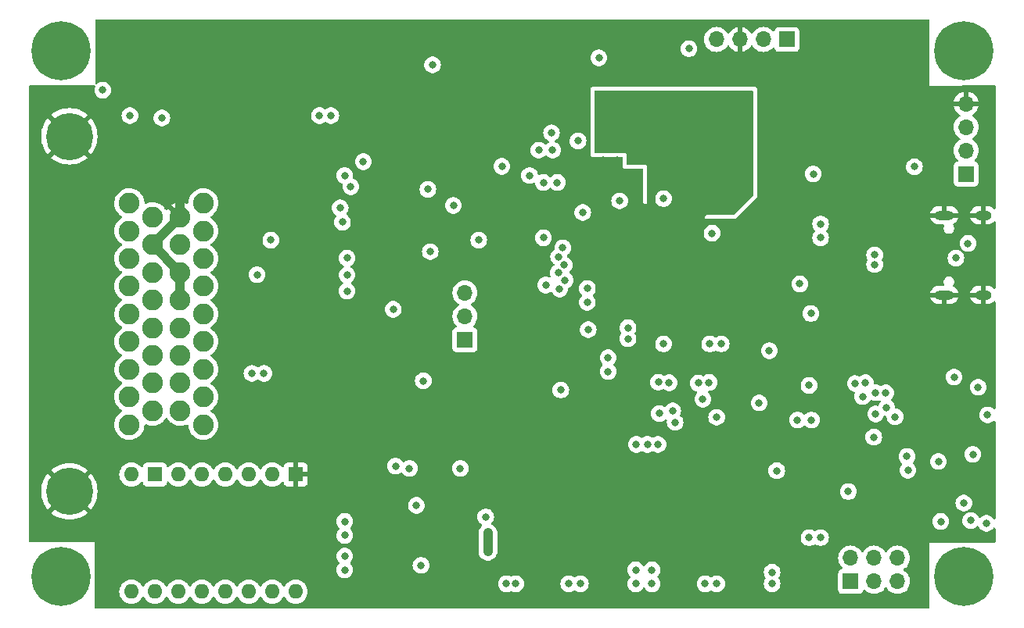
<source format=gbr>
%TF.GenerationSoftware,KiCad,Pcbnew,8.0.6*%
%TF.CreationDate,2024-11-18T15:03:55+07:00*%
%TF.ProjectId,NO2C,4e4f3243-2e6b-4696-9361-645f70636258,vD1*%
%TF.SameCoordinates,Original*%
%TF.FileFunction,Copper,L2,Inr*%
%TF.FilePolarity,Positive*%
%FSLAX46Y46*%
G04 Gerber Fmt 4.6, Leading zero omitted, Abs format (unit mm)*
G04 Created by KiCad (PCBNEW 8.0.6) date 2024-11-18 15:03:55*
%MOMM*%
%LPD*%
G01*
G04 APERTURE LIST*
%TA.AperFunction,ComponentPad*%
%ADD10R,1.700000X1.700000*%
%TD*%
%TA.AperFunction,ComponentPad*%
%ADD11O,1.700000X1.700000*%
%TD*%
%TA.AperFunction,ComponentPad*%
%ADD12O,1.600000X1.600000*%
%TD*%
%TA.AperFunction,ComponentPad*%
%ADD13R,1.600000X1.600000*%
%TD*%
%TA.AperFunction,ComponentPad*%
%ADD14C,2.250000*%
%TD*%
%TA.AperFunction,ComponentPad*%
%ADD15C,5.100000*%
%TD*%
%TA.AperFunction,ComponentPad*%
%ADD16C,0.800000*%
%TD*%
%TA.AperFunction,ComponentPad*%
%ADD17C,6.400000*%
%TD*%
%TA.AperFunction,ComponentPad*%
%ADD18O,2.100000X1.000000*%
%TD*%
%TA.AperFunction,ComponentPad*%
%ADD19O,1.800000X1.000000*%
%TD*%
%TA.AperFunction,ViaPad*%
%ADD20C,0.800000*%
%TD*%
%TA.AperFunction,Conductor*%
%ADD21C,1.000000*%
%TD*%
%TA.AperFunction,Conductor*%
%ADD22C,0.500000*%
%TD*%
G04 APERTURE END LIST*
D10*
%TO.N,IP*%
%TO.C,J3*%
X89000000Y3000000D03*
D11*
%TO.N,VM*%
X89000000Y5540000D03*
%TO.N,+12V*%
X91540000Y3000000D03*
%TO.N,HEAT-*%
X91540000Y5540000D03*
%TO.N,IA*%
X94080000Y3000000D03*
%TO.N,UN*%
X94080000Y5540000D03*
%TD*%
D12*
%TO.N,/ENBL*%
%TO.C,IC4*%
X11150000Y1902000D03*
%TO.N,unconnected-(IC4-P2-Pad2)*%
X13690000Y1902000D03*
%TO.N,unconnected-(IC4-P3-Pad3)*%
X16230000Y1902000D03*
%TO.N,unconnected-(IC4-P4-Pad4)*%
X18770000Y1902000D03*
%TO.N,+5V*%
X21310000Y1902000D03*
X23850000Y1902000D03*
%TO.N,/STEP*%
X26390000Y1902000D03*
%TO.N,/DIR*%
X28930000Y1902000D03*
D13*
%TO.N,GND*%
X28930000Y14602000D03*
D12*
%TO.N,unconnected-(IC4-P10-Pad10)*%
X26390000Y14602000D03*
%TO.N,/STP-A2*%
X23850000Y14602000D03*
%TO.N,/STP-A1*%
X21310000Y14602000D03*
%TO.N,/STP-B1*%
X18770000Y14602000D03*
%TO.N,/STP-B2*%
X16230000Y14602000D03*
D13*
%TO.N,Earth*%
X13690000Y14602000D03*
D12*
%TO.N,+12V*%
X11150000Y14602000D03*
%TD*%
D14*
%TO.N,+BATT*%
%TO.C,J1*%
X10937500Y44000000D03*
%TO.N,VR1+*%
X10937500Y41000000D03*
%TO.N,/VR1-*%
X10937500Y38000000D03*
%TO.N,/IGN1*%
X10937500Y35000000D03*
%TO.N,/IGN2*%
X10937500Y32000000D03*
%TO.N,/STP-A1*%
X10937500Y29000000D03*
%TO.N,/STP-A2*%
X10937500Y26000000D03*
%TO.N,/STP-B2*%
X10937500Y23000000D03*
%TO.N,/STP-B1*%
X10937500Y20000000D03*
%TO.N,+5V*%
X13437500Y42500000D03*
%TO.N,GND*%
X13437500Y39500000D03*
%TO.N,/VR2-*%
X13437500Y36500000D03*
%TO.N,VR2+*%
X13437500Y33500000D03*
%TO.N,/TACHO*%
X13437500Y30500000D03*
%TO.N,Net-(J1-Pad15)*%
X13437500Y27500000D03*
%TO.N,Net-(J1-Pad16)*%
X13437500Y24500000D03*
%TO.N,/IDLE*%
X13437500Y21500000D03*
%TO.N,GND*%
X16437500Y42500000D03*
%TO.N,/LAUNCH*%
X16437500Y39500000D03*
%TO.N,GND*%
X16437500Y36500000D03*
X16437500Y33500000D03*
%TO.N,/SWCLK*%
X16437500Y30500000D03*
%TO.N,/SWDIO*%
X16437500Y27500000D03*
%TO.N,CANH*%
X16437500Y24500000D03*
%TO.N,CANL*%
X16437500Y21500000D03*
%TO.N,/O2*%
X18937500Y44000000D03*
%TO.N,/TPS*%
X18937500Y41000000D03*
%TO.N,/CLT*%
X18937500Y38000000D03*
%TO.N,/IAT*%
X18937500Y35000000D03*
%TO.N,/INJ1*%
X18937500Y32000000D03*
%TO.N,/INJ2*%
X18937500Y29000000D03*
%TO.N,/VVT*%
X18937500Y26000000D03*
%TO.N,/BOOST*%
X18937500Y23000000D03*
%TO.N,/FUELP*%
X18937500Y20000000D03*
D15*
%TO.N,GND*%
X4437500Y51250000D03*
X4437500Y12750000D03*
%TD*%
D10*
%TO.N,+3.3V*%
%TO.C,P1*%
X101500000Y47170000D03*
D11*
%TO.N,/SWDIO*%
X101500000Y49710000D03*
%TO.N,/SWCLK*%
X101500000Y52250000D03*
%TO.N,GND*%
X101500000Y54790000D03*
%TD*%
D16*
%TO.N,N/C*%
%TO.C,REF\u002A\u002A*%
X98850000Y3500000D03*
X99552944Y5197056D03*
X99552944Y1802944D03*
X101250000Y5900000D03*
D17*
X101250000Y3500000D03*
D16*
X101250000Y1100000D03*
X102947056Y5197056D03*
X102947056Y1802944D03*
X103650000Y3500000D03*
%TD*%
%TO.N,N/C*%
%TO.C,REF\u002A\u002A*%
X1100000Y60500000D03*
X1802944Y62197056D03*
X1802944Y58802944D03*
X3500000Y62900000D03*
D17*
X3500000Y60500000D03*
D16*
X3500000Y58100000D03*
X5197056Y62197056D03*
X5197056Y58802944D03*
X5900000Y60500000D03*
%TD*%
%TO.N,N/C*%
%TO.C,REF\u002A\u002A*%
X1100000Y3500000D03*
X1802944Y5197056D03*
X1802944Y1802944D03*
X3500000Y5900000D03*
D17*
X3500000Y3500000D03*
D16*
X3500000Y1100000D03*
X5197056Y5197056D03*
X5197056Y1802944D03*
X5900000Y3500000D03*
%TD*%
%TO.N,N/C*%
%TO.C,REF\u002A\u002A*%
X98850000Y60500000D03*
X99552944Y62197056D03*
X99552944Y58802944D03*
X101250000Y62900000D03*
D17*
X101250000Y60500000D03*
D16*
X101250000Y58100000D03*
X102947056Y62197056D03*
X102947056Y58802944D03*
X103650000Y60500000D03*
%TD*%
D10*
%TO.N,+5V*%
%TO.C,JP1*%
X47250000Y29210000D03*
D11*
%TO.N,Net-(IC1-VDD)*%
X47250000Y31750000D03*
%TO.N,+12V*%
X47250000Y34290000D03*
%TD*%
D18*
%TO.N,GND*%
%TO.C,J2*%
X99145000Y34055000D03*
D19*
X103325000Y34055000D03*
D18*
X99145000Y42695000D03*
D19*
X103325000Y42695000D03*
%TD*%
D10*
%TO.N,/PA10*%
%TO.C,P4*%
X82100000Y61750000D03*
D11*
%TO.N,/PA9*%
X79560000Y61750000D03*
%TO.N,GND*%
X77020000Y61750000D03*
%TO.N,+5V*%
X74480000Y61750000D03*
%TD*%
D20*
%TO.N,GND*%
X103900000Y32450000D03*
X103900000Y31000000D03*
X91500000Y29500000D03*
X88250000Y21500000D03*
X88250000Y20250000D03*
X94000000Y7350000D03*
X95500000Y61750000D03*
X92500000Y61750000D03*
X89750000Y61750000D03*
X87250000Y61750000D03*
X84500000Y52500000D03*
X90750000Y52750000D03*
X87500000Y52500000D03*
X93250000Y52500000D03*
X93250000Y56750000D03*
X90750000Y56750000D03*
X87500000Y56750000D03*
X84500000Y56750000D03*
X89000000Y48250000D03*
X91750000Y48000000D03*
X86500000Y44750000D03*
X89000000Y44750000D03*
X91750000Y44750000D03*
X97250000Y32000000D03*
X99000000Y32000000D03*
X87000000Y38000000D03*
X86250000Y35250000D03*
X89250000Y39250000D03*
X89000000Y33500000D03*
X93250000Y35500000D03*
X88400000Y9400000D03*
X88450000Y7550000D03*
X98600000Y29350000D03*
X98600000Y27400000D03*
X98600000Y25800000D03*
%TO.N,+5V*%
X95900000Y47950000D03*
%TO.N,/USB_D+*%
X101700000Y39650000D03*
X100400000Y38050000D03*
%TO.N,/USB_D-*%
X91600000Y37350000D03*
%TO.N,/USB_D+*%
X91600000Y38400000D03*
%TO.N,GND*%
X96400000Y16950000D03*
X97500000Y16950000D03*
X103825000Y12675000D03*
%TO.N,HEAT-*%
X103825000Y21050000D03*
%TO.N,/SPI3_MISO*%
X90300000Y23050000D03*
%TO.N,/SPI3_MOSI*%
X89500000Y24450000D03*
%TO.N,/DIAHG*%
X90600000Y24550000D03*
%TO.N,/SPI3_MOSI*%
X93800000Y20850000D03*
%TO.N,/SPI3_MISO*%
X92900000Y21850000D03*
%TO.N,/UA*%
X92800000Y23450000D03*
%TO.N,/SS3*%
X91700000Y23450000D03*
X91700000Y21150000D03*
%TO.N,+5V*%
X102800000Y24050000D03*
%TO.N,VM*%
X95100000Y16550000D03*
X100200000Y25150000D03*
%TO.N,GND*%
X92900000Y28150000D03*
%TO.N,/UA*%
X95200000Y15050000D03*
%TO.N,/DIAHG*%
X98500000Y16000000D03*
%TO.N,+5V*%
X102225000Y16775000D03*
X91500000Y18650000D03*
%TO.N,IA*%
X102000000Y9600000D03*
%TO.N,IP*%
X103700000Y9300000D03*
%TO.N,IA*%
X101250000Y11500000D03*
%TO.N,GND*%
X95550000Y7350000D03*
%TO.N,IA*%
X88750000Y12750000D03*
%TO.N,+12V*%
X98750000Y9500000D03*
%TO.N,GND*%
X76500000Y30400000D03*
X93250000Y31950000D03*
X90500000Y31950000D03*
X85700000Y26500000D03*
X82250000Y28650000D03*
X84600000Y28650000D03*
X86050000Y16050000D03*
%TO.N,+3.3V*%
X84950000Y47170000D03*
%TO.N,/SS3*%
X84700000Y32050000D03*
%TO.N,GND*%
X82000000Y26450000D03*
%TO.N,/SS3*%
X74000000Y40750000D03*
%TO.N,+5V*%
X32750000Y53500000D03*
X31500000Y53500000D03*
X81000000Y15000000D03*
X42500000Y4750000D03*
X8050000Y56250000D03*
%TO.N,+12V*%
X25500000Y25550000D03*
X14450000Y53250000D03*
X49750000Y7250000D03*
X58500000Y2750000D03*
X46000000Y43750000D03*
X49750000Y6250000D03*
X49750000Y8250000D03*
X24200000Y25550000D03*
X74500000Y2750000D03*
X73250000Y2750000D03*
X59750000Y2750000D03*
%TO.N,/PA3*%
X58000000Y37300000D03*
X34000000Y41950000D03*
%TO.N,/PA4*%
X34500000Y38050000D03*
X57350000Y36450000D03*
%TO.N,/PA5*%
X58100000Y35650000D03*
X34500000Y34475000D03*
%TO.N,/STEP*%
X67000000Y17850000D03*
X69750000Y21500000D03*
%TO.N,/DIR*%
X70000000Y20250000D03*
X68150000Y17850000D03*
%TO.N,/ENBL*%
X65800000Y17850000D03*
X68300000Y21200000D03*
%TO.N,/VR1-*%
X34250000Y5750000D03*
%TO.N,/VR2-*%
X34250000Y8000000D03*
%TO.N,/FUELP*%
X65750000Y4250000D03*
X65750000Y2750000D03*
%TO.N,/BOOST*%
X67500000Y4250000D03*
X67500000Y2750000D03*
%TO.N,/IDLE*%
X51750000Y2750000D03*
X52750000Y2750000D03*
%TO.N,/IGN2*%
X55750000Y40250000D03*
%TO.N,/IGN1*%
X48750000Y40000000D03*
%TO.N,/TACHO*%
X51250000Y48000000D03*
%TO.N,/VVT*%
X80500000Y4000000D03*
X80500000Y2750000D03*
%TO.N,/LAUNCH*%
X62750000Y27250000D03*
%TO.N,/PD11*%
X69350000Y24550000D03*
X46750000Y15250000D03*
%TO.N,Net-(D5-COM)*%
X68750000Y28750000D03*
X62750000Y25750000D03*
%TO.N,/PA2*%
X34900000Y45800000D03*
X57400000Y38200000D03*
%TO.N,/PD10*%
X68200000Y24600000D03*
X41250000Y15250000D03*
%TO.N,/PA0*%
X64000000Y44250000D03*
X59500000Y50750000D03*
%TO.N,/PA1*%
X57850000Y39150000D03*
X43500000Y38750000D03*
%TO.N,Net-(D20-COM)*%
X85750000Y41750000D03*
X84750000Y20500000D03*
%TO.N,Net-(D21-COM)*%
X83250000Y20500000D03*
X85750000Y40250000D03*
%TO.N,/SCL*%
X64900000Y30500000D03*
X55750000Y46250000D03*
%TO.N,CANL*%
X84500000Y7750000D03*
%TO.N,CANH*%
X85750000Y7750000D03*
%TO.N,/SDA*%
X64900000Y29300000D03*
X57250000Y46250000D03*
%TO.N,+BATT*%
X36250000Y48500000D03*
X11000000Y53500000D03*
%TO.N,VR2+*%
X34250000Y9500000D03*
%TO.N,VR1+*%
X34250000Y4250000D03*
%TO.N,/PD8*%
X60500000Y34750000D03*
X39500000Y32500000D03*
%TO.N,/PD14*%
X57500000Y34700000D03*
X54250000Y47000000D03*
%TO.N,/PD9*%
X42750000Y24750000D03*
X60500000Y33250000D03*
%TO.N,/SWDIO*%
X73000000Y22750000D03*
%TO.N,Net-(U2-NRST)*%
X68750000Y44500000D03*
X71500000Y60750000D03*
%TO.N,GND*%
X24100000Y42200000D03*
X73250000Y36000000D03*
X34000000Y63000000D03*
X61750000Y54000000D03*
X64750000Y38500000D03*
X71750000Y20500000D03*
X70250000Y29000000D03*
X38500000Y12000000D03*
X68750000Y32750000D03*
X29750000Y63000000D03*
X12250000Y61250000D03*
X34950000Y44300000D03*
X55500000Y20000000D03*
X63700000Y48650000D03*
X12250000Y59500000D03*
X63250000Y42000000D03*
X30250000Y43650000D03*
X69050000Y14700000D03*
X76500000Y36000000D03*
X72250000Y47000000D03*
X73500000Y57350000D03*
X73450000Y15700000D03*
X68750000Y30250000D03*
X46750000Y63250000D03*
X44000000Y57050000D03*
X61750000Y52250000D03*
X52700000Y47400000D03*
X79000000Y20250000D03*
X76500000Y34250000D03*
X13500000Y48500000D03*
X67500000Y58000000D03*
X69650000Y55550000D03*
X75650000Y57350000D03*
X76750000Y51750000D03*
X33000000Y48000000D03*
X60000000Y61000000D03*
X30750000Y36250000D03*
X43000000Y31000000D03*
X62250000Y48650000D03*
X74750000Y49750000D03*
X31000000Y47250000D03*
X55750000Y41750000D03*
X24250000Y40500000D03*
X18750000Y63000000D03*
X48150000Y5900000D03*
X21750000Y46500000D03*
X68750000Y36000000D03*
X21750000Y45250000D03*
X54500000Y20000000D03*
X36250000Y60000000D03*
X43000000Y29000000D03*
X55000000Y30650000D03*
X64750000Y36000000D03*
X28500000Y63000000D03*
X34950000Y43000000D03*
X63950000Y55450000D03*
X74500000Y55500000D03*
X71400000Y32750000D03*
X66750000Y29000000D03*
X59250000Y24750000D03*
X76500000Y38750000D03*
X76500000Y37500000D03*
X61500000Y42000000D03*
X73000000Y45750000D03*
X76500000Y28800000D03*
X18500000Y47750000D03*
X35625000Y41375000D03*
X68750000Y46000000D03*
X16750000Y47750000D03*
X83900000Y36750000D03*
X61750000Y50500000D03*
X61850000Y55400000D03*
X12250000Y63000000D03*
X75300000Y14350000D03*
X65500000Y58000000D03*
X69100000Y16700000D03*
X55200000Y28700000D03*
X35750000Y63000000D03*
X52750000Y24250000D03*
X60250000Y16500000D03*
X76750000Y49750000D03*
X37000000Y16250000D03*
X66400000Y14700000D03*
X38000000Y41250000D03*
X45250000Y32750000D03*
X63500000Y60000000D03*
X87450000Y16050000D03*
X48200000Y4600000D03*
X44000000Y53000000D03*
X59000000Y16500000D03*
X42250000Y63250000D03*
X45500000Y15750000D03*
X73250000Y49750000D03*
X61500000Y16500000D03*
X38500000Y16250000D03*
X20250000Y63000000D03*
X54000000Y24250000D03*
X72000000Y48250000D03*
X36250000Y57500000D03*
X66800000Y48600000D03*
X53500000Y20000000D03*
X36450000Y34500000D03*
X49500000Y23500000D03*
X69500000Y58000000D03*
X72900000Y21250000D03*
X76750000Y53750000D03*
X27500000Y48000000D03*
X64750000Y33750000D03*
X57000000Y56000000D03*
X76750000Y55500000D03*
X60500000Y23500000D03*
X83900000Y38700000D03*
X26250000Y36275000D03*
X68400000Y55550000D03*
X15000000Y47750000D03*
X73250000Y38500000D03*
X43250000Y6480000D03*
X14250000Y63000000D03*
X77800000Y57400000D03*
%TO.N,/SWCLK*%
X80200000Y28000000D03*
%TO.N,+3.3V*%
X61750000Y59750000D03*
X49500000Y10000000D03*
X57625000Y23750000D03*
X60600000Y30300000D03*
X56625000Y51625000D03*
X60000000Y43000000D03*
X33750000Y43500000D03*
X43250000Y45500000D03*
X83500000Y35250000D03*
X26250000Y40000000D03*
X56000000Y35125000D03*
X42000000Y11250000D03*
X24750000Y36250000D03*
X34250000Y47000000D03*
X84500000Y24250000D03*
X39750000Y15500000D03*
X43750000Y59000000D03*
X79100000Y22350000D03*
X74500000Y20800000D03*
X34500000Y36225000D03*
%TO.N,/PA9*%
X72500000Y24500000D03*
%TO.N,/PA10*%
X73675000Y24575000D03*
%TO.N,/USB_D-*%
X73750000Y28750000D03*
%TO.N,/USB_D+*%
X75000000Y28750000D03*
%TO.N,Net-(J1-Pad16)*%
X56750000Y49750000D03*
%TO.N,Net-(J1-Pad15)*%
X55250000Y49750000D03*
%TD*%
D21*
%TO.N,+12V*%
X49750000Y8250000D02*
X49750000Y6250000D01*
%TO.N,GND*%
X16437500Y33500000D02*
X16437500Y36500000D01*
X16437500Y42500000D02*
X16437500Y45187500D01*
X13437500Y39500000D02*
X16437500Y42500000D01*
D22*
X16437500Y45187500D02*
X16450000Y45200000D01*
D21*
X16437500Y36500000D02*
X13437500Y39500000D01*
%TD*%
%TA.AperFunction,Conductor*%
%TO.N,GND*%
G36*
X97493039Y63904815D02*
G01*
X97538794Y63852011D01*
X97550000Y63800500D01*
X97550000Y60609680D01*
X97549830Y60603190D01*
X97544422Y60500001D01*
X97544422Y60500000D01*
X97549830Y60396812D01*
X97550000Y60390322D01*
X97550000Y56750001D01*
X97550000Y56750000D01*
X104549639Y56798609D01*
X104616813Y56779390D01*
X104662934Y56726905D01*
X104674500Y56674612D01*
X104674500Y43459077D01*
X104654815Y43392038D01*
X104602011Y43346283D01*
X104532853Y43336339D01*
X104469297Y43365364D01*
X104462819Y43371396D01*
X104362466Y43471749D01*
X104362462Y43471752D01*
X104198684Y43581186D01*
X104198671Y43581193D01*
X104016693Y43656570D01*
X104016681Y43656573D01*
X103823495Y43695000D01*
X103575000Y43695000D01*
X103575000Y42995000D01*
X103075000Y42995000D01*
X103075000Y43695000D01*
X102826504Y43695000D01*
X102633318Y43656573D01*
X102633306Y43656570D01*
X102451328Y43581193D01*
X102451315Y43581186D01*
X102287537Y43471752D01*
X102287533Y43471749D01*
X102148251Y43332467D01*
X102148248Y43332463D01*
X102038814Y43168685D01*
X102038807Y43168672D01*
X101963430Y42986693D01*
X101963430Y42986691D01*
X101955138Y42945000D01*
X102758012Y42945000D01*
X102740795Y42935060D01*
X102684940Y42879205D01*
X102645444Y42810796D01*
X102625000Y42734496D01*
X102625000Y42655504D01*
X102645444Y42579204D01*
X102684940Y42510795D01*
X102740795Y42454940D01*
X102758012Y42445000D01*
X101955138Y42445000D01*
X101963430Y42403310D01*
X101963430Y42403308D01*
X102038807Y42221329D01*
X102038814Y42221316D01*
X102148248Y42057538D01*
X102148251Y42057534D01*
X102287533Y41918252D01*
X102287537Y41918249D01*
X102451315Y41808815D01*
X102451328Y41808808D01*
X102633306Y41733431D01*
X102633318Y41733428D01*
X102826504Y41695001D01*
X102826508Y41695000D01*
X103075000Y41695000D01*
X103075000Y42395000D01*
X103575000Y42395000D01*
X103575000Y41695000D01*
X103823492Y41695000D01*
X103823495Y41695001D01*
X104016681Y41733428D01*
X104016693Y41733431D01*
X104198671Y41808808D01*
X104198684Y41808815D01*
X104362462Y41918249D01*
X104362466Y41918252D01*
X104462819Y42018604D01*
X104524142Y42052089D01*
X104593834Y42047105D01*
X104649767Y42005233D01*
X104674184Y41939769D01*
X104674500Y41930923D01*
X104674500Y34819077D01*
X104654815Y34752038D01*
X104602011Y34706283D01*
X104532853Y34696339D01*
X104469297Y34725364D01*
X104462819Y34731396D01*
X104362466Y34831749D01*
X104362462Y34831752D01*
X104198684Y34941186D01*
X104198671Y34941193D01*
X104016693Y35016570D01*
X104016681Y35016573D01*
X103823495Y35055000D01*
X103575000Y35055000D01*
X103575000Y34355000D01*
X103075000Y34355000D01*
X103075000Y35055000D01*
X102826504Y35055000D01*
X102633318Y35016573D01*
X102633306Y35016570D01*
X102451328Y34941193D01*
X102451315Y34941186D01*
X102287537Y34831752D01*
X102287533Y34831749D01*
X102148251Y34692467D01*
X102148248Y34692463D01*
X102038814Y34528685D01*
X102038807Y34528672D01*
X101963430Y34346693D01*
X101963430Y34346691D01*
X101955138Y34305000D01*
X102758012Y34305000D01*
X102740795Y34295060D01*
X102684940Y34239205D01*
X102645444Y34170796D01*
X102625000Y34094496D01*
X102625000Y34015504D01*
X102645444Y33939204D01*
X102684940Y33870795D01*
X102740795Y33814940D01*
X102758012Y33805000D01*
X101955138Y33805000D01*
X101963430Y33763310D01*
X101963430Y33763308D01*
X102038807Y33581329D01*
X102038814Y33581316D01*
X102148248Y33417538D01*
X102148251Y33417534D01*
X102287533Y33278252D01*
X102287537Y33278249D01*
X102451315Y33168815D01*
X102451328Y33168808D01*
X102633306Y33093431D01*
X102633318Y33093428D01*
X102826504Y33055001D01*
X102826508Y33055000D01*
X103075000Y33055000D01*
X103075000Y33755000D01*
X103575000Y33755000D01*
X103575000Y33055000D01*
X103823492Y33055000D01*
X103823495Y33055001D01*
X104016681Y33093428D01*
X104016693Y33093431D01*
X104198671Y33168808D01*
X104198684Y33168815D01*
X104362462Y33278249D01*
X104362466Y33278252D01*
X104462819Y33378604D01*
X104524142Y33412089D01*
X104593834Y33407105D01*
X104649767Y33365233D01*
X104674184Y33299769D01*
X104674500Y33290923D01*
X104674500Y21775342D01*
X104654815Y21708303D01*
X104602011Y21662548D01*
X104532853Y21652604D01*
X104469297Y21681629D01*
X104458351Y21692369D01*
X104430871Y21722888D01*
X104430870Y21722889D01*
X104277734Y21834149D01*
X104277729Y21834152D01*
X104104807Y21911143D01*
X104104802Y21911145D01*
X103951172Y21943799D01*
X103919646Y21950500D01*
X103730354Y21950500D01*
X103698828Y21943799D01*
X103545197Y21911145D01*
X103545192Y21911143D01*
X103372270Y21834152D01*
X103372265Y21834149D01*
X103219129Y21722889D01*
X103092466Y21582215D01*
X102997821Y21418285D01*
X102997818Y21418278D01*
X102939327Y21238260D01*
X102939326Y21238256D01*
X102919540Y21050000D01*
X102939326Y20861744D01*
X102939327Y20861741D01*
X102997818Y20681723D01*
X102997821Y20681716D01*
X103092467Y20517784D01*
X103194862Y20404063D01*
X103219129Y20377112D01*
X103372265Y20265852D01*
X103372270Y20265849D01*
X103545192Y20188858D01*
X103545197Y20188856D01*
X103730354Y20149500D01*
X103730355Y20149500D01*
X103919644Y20149500D01*
X103919646Y20149500D01*
X104104803Y20188856D01*
X104277730Y20265849D01*
X104430871Y20377112D01*
X104458351Y20407632D01*
X104517836Y20444279D01*
X104587693Y20442950D01*
X104645741Y20404063D01*
X104673551Y20339967D01*
X104674500Y20324659D01*
X104674500Y9875892D01*
X104654815Y9808853D01*
X104602011Y9763098D01*
X104532853Y9753154D01*
X104469297Y9782179D01*
X104443113Y9813891D01*
X104432532Y9832217D01*
X104400063Y9868278D01*
X104305871Y9972888D01*
X104271701Y9997714D01*
X104152734Y10084149D01*
X104152729Y10084152D01*
X103979807Y10161143D01*
X103979802Y10161145D01*
X103834001Y10192135D01*
X103794646Y10200500D01*
X103605354Y10200500D01*
X103572897Y10193602D01*
X103420197Y10161145D01*
X103420192Y10161143D01*
X103247270Y10084152D01*
X103247265Y10084149D01*
X103094129Y9972889D01*
X103094128Y9972888D01*
X103040578Y9913415D01*
X102981091Y9876767D01*
X102911234Y9878098D01*
X102853186Y9916985D01*
X102830498Y9958070D01*
X102827181Y9968279D01*
X102827178Y9968285D01*
X102732533Y10132216D01*
X102605871Y10272888D01*
X102590369Y10284151D01*
X102452734Y10384149D01*
X102452729Y10384152D01*
X102279807Y10461143D01*
X102279802Y10461145D01*
X102126172Y10493799D01*
X102094646Y10500500D01*
X101905354Y10500500D01*
X101805661Y10479310D01*
X101746075Y10466645D01*
X101676408Y10471962D01*
X101647526Y10493799D01*
X101638252Y10452120D01*
X101588612Y10402951D01*
X101580140Y10398786D01*
X101547270Y10384152D01*
X101547265Y10384149D01*
X101394129Y10272889D01*
X101267466Y10132215D01*
X101172821Y9968285D01*
X101172818Y9968278D01*
X101121018Y9808853D01*
X101114326Y9788256D01*
X101094540Y9600000D01*
X101114326Y9411744D01*
X101114327Y9411741D01*
X101172818Y9231723D01*
X101172821Y9231716D01*
X101267467Y9067784D01*
X101308778Y9021904D01*
X101394129Y8927112D01*
X101547265Y8815852D01*
X101547270Y8815849D01*
X101720192Y8738858D01*
X101720197Y8738856D01*
X101905354Y8699500D01*
X101905355Y8699500D01*
X102094644Y8699500D01*
X102094646Y8699500D01*
X102279803Y8738856D01*
X102452730Y8815849D01*
X102605871Y8927112D01*
X102659421Y8986587D01*
X102718906Y9023233D01*
X102788763Y9021904D01*
X102846811Y8983017D01*
X102869500Y8941935D01*
X102872818Y8931722D01*
X102872821Y8931716D01*
X102967467Y8767784D01*
X103073070Y8650500D01*
X103094129Y8627112D01*
X103247265Y8515852D01*
X103247270Y8515849D01*
X103420192Y8438858D01*
X103420197Y8438856D01*
X103605354Y8399500D01*
X103605355Y8399500D01*
X103794644Y8399500D01*
X103794646Y8399500D01*
X103979803Y8438856D01*
X104152730Y8515849D01*
X104305871Y8627112D01*
X104432533Y8767784D01*
X104443112Y8786109D01*
X104493679Y8834324D01*
X104562286Y8847548D01*
X104627151Y8821580D01*
X104667680Y8764666D01*
X104674500Y8724109D01*
X104674500Y7324000D01*
X104654815Y7256961D01*
X104602011Y7211206D01*
X104550500Y7200000D01*
X101359678Y7200000D01*
X101353188Y7200170D01*
X101250001Y7205578D01*
X101249999Y7205578D01*
X101146812Y7200170D01*
X101140322Y7200000D01*
X97500000Y7200000D01*
X97500000Y199500D01*
X97480315Y132461D01*
X97427511Y86706D01*
X97376000Y75500D01*
X7324000Y75500D01*
X7256961Y95185D01*
X7211206Y147989D01*
X7200000Y199500D01*
X7200000Y1902002D01*
X9844532Y1902002D01*
X9844532Y1901999D01*
X9864364Y1675314D01*
X9864366Y1675303D01*
X9923258Y1455512D01*
X9923261Y1455503D01*
X10019431Y1249268D01*
X10019432Y1249266D01*
X10149954Y1062859D01*
X10310858Y901955D01*
X10310861Y901953D01*
X10497266Y771432D01*
X10703504Y675261D01*
X10923308Y616365D01*
X11085230Y602199D01*
X11149998Y596532D01*
X11150000Y596532D01*
X11150002Y596532D01*
X11206673Y601491D01*
X11376692Y616365D01*
X11596496Y675261D01*
X11802734Y771432D01*
X11989139Y901953D01*
X12150047Y1062861D01*
X12280568Y1249266D01*
X12307618Y1307276D01*
X12353790Y1359715D01*
X12420983Y1378867D01*
X12487865Y1358652D01*
X12532382Y1307275D01*
X12559429Y1249272D01*
X12559432Y1249266D01*
X12689954Y1062859D01*
X12850858Y901955D01*
X12850861Y901953D01*
X13037266Y771432D01*
X13243504Y675261D01*
X13463308Y616365D01*
X13625230Y602199D01*
X13689998Y596532D01*
X13690000Y596532D01*
X13690002Y596532D01*
X13746673Y601491D01*
X13916692Y616365D01*
X14136496Y675261D01*
X14342734Y771432D01*
X14529139Y901953D01*
X14690047Y1062861D01*
X14820568Y1249266D01*
X14847618Y1307276D01*
X14893790Y1359715D01*
X14960983Y1378867D01*
X15027865Y1358652D01*
X15072382Y1307275D01*
X15099429Y1249272D01*
X15099432Y1249266D01*
X15229954Y1062859D01*
X15390858Y901955D01*
X15390861Y901953D01*
X15577266Y771432D01*
X15783504Y675261D01*
X16003308Y616365D01*
X16165230Y602199D01*
X16229998Y596532D01*
X16230000Y596532D01*
X16230002Y596532D01*
X16286673Y601491D01*
X16456692Y616365D01*
X16676496Y675261D01*
X16882734Y771432D01*
X17069139Y901953D01*
X17230047Y1062861D01*
X17360568Y1249266D01*
X17387618Y1307276D01*
X17433790Y1359715D01*
X17500983Y1378867D01*
X17567865Y1358652D01*
X17612382Y1307275D01*
X17639429Y1249272D01*
X17639432Y1249266D01*
X17769954Y1062859D01*
X17930858Y901955D01*
X17930861Y901953D01*
X18117266Y771432D01*
X18323504Y675261D01*
X18543308Y616365D01*
X18705230Y602199D01*
X18769998Y596532D01*
X18770000Y596532D01*
X18770002Y596532D01*
X18826673Y601491D01*
X18996692Y616365D01*
X19216496Y675261D01*
X19422734Y771432D01*
X19609139Y901953D01*
X19770047Y1062861D01*
X19900568Y1249266D01*
X19927618Y1307276D01*
X19973790Y1359715D01*
X20040983Y1378867D01*
X20107865Y1358652D01*
X20152382Y1307275D01*
X20179429Y1249272D01*
X20179432Y1249266D01*
X20309954Y1062859D01*
X20470858Y901955D01*
X20470861Y901953D01*
X20657266Y771432D01*
X20863504Y675261D01*
X21083308Y616365D01*
X21245230Y602199D01*
X21309998Y596532D01*
X21310000Y596532D01*
X21310002Y596532D01*
X21366673Y601491D01*
X21536692Y616365D01*
X21756496Y675261D01*
X21962734Y771432D01*
X22149139Y901953D01*
X22310047Y1062861D01*
X22440568Y1249266D01*
X22467618Y1307276D01*
X22513790Y1359715D01*
X22580983Y1378867D01*
X22647865Y1358652D01*
X22692382Y1307275D01*
X22719429Y1249272D01*
X22719432Y1249266D01*
X22849954Y1062859D01*
X23010858Y901955D01*
X23010861Y901953D01*
X23197266Y771432D01*
X23403504Y675261D01*
X23623308Y616365D01*
X23785230Y602199D01*
X23849998Y596532D01*
X23850000Y596532D01*
X23850002Y596532D01*
X23906673Y601491D01*
X24076692Y616365D01*
X24296496Y675261D01*
X24502734Y771432D01*
X24689139Y901953D01*
X24850047Y1062861D01*
X24980568Y1249266D01*
X25007618Y1307276D01*
X25053790Y1359715D01*
X25120983Y1378867D01*
X25187865Y1358652D01*
X25232382Y1307275D01*
X25259429Y1249272D01*
X25259432Y1249266D01*
X25389954Y1062859D01*
X25550858Y901955D01*
X25550861Y901953D01*
X25737266Y771432D01*
X25943504Y675261D01*
X26163308Y616365D01*
X26325230Y602199D01*
X26389998Y596532D01*
X26390000Y596532D01*
X26390002Y596532D01*
X26446673Y601491D01*
X26616692Y616365D01*
X26836496Y675261D01*
X27042734Y771432D01*
X27229139Y901953D01*
X27390047Y1062861D01*
X27520568Y1249266D01*
X27547618Y1307276D01*
X27593790Y1359715D01*
X27660983Y1378867D01*
X27727865Y1358652D01*
X27772382Y1307275D01*
X27799429Y1249272D01*
X27799432Y1249266D01*
X27929954Y1062859D01*
X28090858Y901955D01*
X28090861Y901953D01*
X28277266Y771432D01*
X28483504Y675261D01*
X28703308Y616365D01*
X28865230Y602199D01*
X28929998Y596532D01*
X28930000Y596532D01*
X28930002Y596532D01*
X28986673Y601491D01*
X29156692Y616365D01*
X29376496Y675261D01*
X29582734Y771432D01*
X29769139Y901953D01*
X29930047Y1062861D01*
X30060568Y1249266D01*
X30156739Y1455504D01*
X30215635Y1675308D01*
X30235468Y1902000D01*
X30234972Y1907665D01*
X30226877Y2000193D01*
X30215635Y2128692D01*
X30162563Y2326760D01*
X30156741Y2348489D01*
X30156738Y2348498D01*
X30069147Y2536336D01*
X30060568Y2554734D01*
X29930047Y2741139D01*
X29930045Y2741142D01*
X29921187Y2750000D01*
X50844540Y2750000D01*
X50864326Y2561744D01*
X50864327Y2561741D01*
X50922818Y2381723D01*
X50922821Y2381716D01*
X51017467Y2217784D01*
X51121605Y2102127D01*
X51144129Y2077112D01*
X51297265Y1965852D01*
X51297270Y1965849D01*
X51470192Y1888858D01*
X51470197Y1888856D01*
X51655354Y1849500D01*
X51655355Y1849500D01*
X51844644Y1849500D01*
X51844646Y1849500D01*
X52029803Y1888856D01*
X52199566Y1964441D01*
X52268813Y1973725D01*
X52300430Y1964443D01*
X52470197Y1888856D01*
X52655354Y1849500D01*
X52655355Y1849500D01*
X52844644Y1849500D01*
X52844646Y1849500D01*
X53029803Y1888856D01*
X53202730Y1965849D01*
X53355871Y2077112D01*
X53482533Y2217784D01*
X53577179Y2381716D01*
X53635674Y2561744D01*
X53655460Y2750000D01*
X57594540Y2750000D01*
X57614326Y2561744D01*
X57614327Y2561741D01*
X57672818Y2381723D01*
X57672821Y2381716D01*
X57767467Y2217784D01*
X57871605Y2102127D01*
X57894129Y2077112D01*
X58047265Y1965852D01*
X58047270Y1965849D01*
X58220192Y1888858D01*
X58220197Y1888856D01*
X58405354Y1849500D01*
X58405355Y1849500D01*
X58594644Y1849500D01*
X58594646Y1849500D01*
X58779803Y1888856D01*
X58952730Y1965849D01*
X59052115Y2038056D01*
X59117921Y2061536D01*
X59185975Y2045711D01*
X59197885Y2038056D01*
X59297265Y1965852D01*
X59297270Y1965849D01*
X59470192Y1888858D01*
X59470197Y1888856D01*
X59655354Y1849500D01*
X59655355Y1849500D01*
X59844644Y1849500D01*
X59844646Y1849500D01*
X60029803Y1888856D01*
X60202730Y1965849D01*
X60355871Y2077112D01*
X60482533Y2217784D01*
X60577179Y2381716D01*
X60635674Y2561744D01*
X60655460Y2750000D01*
X60635674Y2938256D01*
X60577179Y3118284D01*
X60482533Y3282216D01*
X60355871Y3422888D01*
X60355870Y3422889D01*
X60202734Y3534149D01*
X60202729Y3534152D01*
X60029807Y3611143D01*
X60029802Y3611145D01*
X59872107Y3644663D01*
X59844646Y3650500D01*
X59655354Y3650500D01*
X59627893Y3644663D01*
X59470197Y3611145D01*
X59470192Y3611143D01*
X59297271Y3534152D01*
X59197885Y3461944D01*
X59132078Y3438465D01*
X59064025Y3454291D01*
X59052115Y3461944D01*
X58999735Y3500000D01*
X58952730Y3534151D01*
X58952728Y3534152D01*
X58952729Y3534152D01*
X58779807Y3611143D01*
X58779802Y3611145D01*
X58622107Y3644663D01*
X58594646Y3650500D01*
X58405354Y3650500D01*
X58377893Y3644663D01*
X58220197Y3611145D01*
X58220192Y3611143D01*
X58047270Y3534152D01*
X58047265Y3534149D01*
X57894129Y3422889D01*
X57767466Y3282215D01*
X57672821Y3118285D01*
X57672818Y3118278D01*
X57625000Y2971107D01*
X57614326Y2938256D01*
X57594540Y2750000D01*
X53655460Y2750000D01*
X53635674Y2938256D01*
X53577179Y3118284D01*
X53482533Y3282216D01*
X53355871Y3422888D01*
X53355870Y3422889D01*
X53202734Y3534149D01*
X53202729Y3534152D01*
X53029807Y3611143D01*
X53029802Y3611145D01*
X52872107Y3644663D01*
X52844646Y3650500D01*
X52655354Y3650500D01*
X52627893Y3644663D01*
X52470197Y3611145D01*
X52470192Y3611143D01*
X52300436Y3535561D01*
X52231186Y3526276D01*
X52199564Y3535561D01*
X52029807Y3611143D01*
X52029802Y3611145D01*
X51872107Y3644663D01*
X51844646Y3650500D01*
X51655354Y3650500D01*
X51627893Y3644663D01*
X51470197Y3611145D01*
X51470192Y3611143D01*
X51297270Y3534152D01*
X51297265Y3534149D01*
X51144129Y3422889D01*
X51017466Y3282215D01*
X50922821Y3118285D01*
X50922818Y3118278D01*
X50875000Y2971107D01*
X50864326Y2938256D01*
X50844540Y2750000D01*
X29921187Y2750000D01*
X29769141Y2902046D01*
X29582734Y3032568D01*
X29582732Y3032569D01*
X29376497Y3128739D01*
X29376488Y3128742D01*
X29156697Y3187634D01*
X29156693Y3187635D01*
X29156692Y3187635D01*
X29156691Y3187636D01*
X29156686Y3187636D01*
X28930002Y3207468D01*
X28929998Y3207468D01*
X28703313Y3187636D01*
X28703302Y3187634D01*
X28483511Y3128742D01*
X28483502Y3128739D01*
X28277267Y3032569D01*
X28277265Y3032568D01*
X28090858Y2902046D01*
X27929954Y2741142D01*
X27799432Y2554735D01*
X27799431Y2554733D01*
X27772382Y2496725D01*
X27726209Y2444286D01*
X27659016Y2425134D01*
X27592135Y2445350D01*
X27547618Y2496725D01*
X27529147Y2536336D01*
X27520568Y2554734D01*
X27390047Y2741139D01*
X27390045Y2741142D01*
X27229141Y2902046D01*
X27042734Y3032568D01*
X27042732Y3032569D01*
X26836497Y3128739D01*
X26836488Y3128742D01*
X26616697Y3187634D01*
X26616693Y3187635D01*
X26616692Y3187635D01*
X26616691Y3187636D01*
X26616686Y3187636D01*
X26390002Y3207468D01*
X26389998Y3207468D01*
X26163313Y3187636D01*
X26163302Y3187634D01*
X25943511Y3128742D01*
X25943502Y3128739D01*
X25737267Y3032569D01*
X25737265Y3032568D01*
X25550858Y2902046D01*
X25389954Y2741142D01*
X25259432Y2554735D01*
X25259431Y2554733D01*
X25232382Y2496725D01*
X25186209Y2444286D01*
X25119016Y2425134D01*
X25052135Y2445350D01*
X25007618Y2496725D01*
X24989147Y2536336D01*
X24980568Y2554734D01*
X24850047Y2741139D01*
X24850045Y2741142D01*
X24689141Y2902046D01*
X24502734Y3032568D01*
X24502732Y3032569D01*
X24296497Y3128739D01*
X24296488Y3128742D01*
X24076697Y3187634D01*
X24076693Y3187635D01*
X24076692Y3187635D01*
X24076691Y3187636D01*
X24076686Y3187636D01*
X23850002Y3207468D01*
X23849998Y3207468D01*
X23623313Y3187636D01*
X23623302Y3187634D01*
X23403511Y3128742D01*
X23403502Y3128739D01*
X23197267Y3032569D01*
X23197265Y3032568D01*
X23010858Y2902046D01*
X22849954Y2741142D01*
X22719432Y2554735D01*
X22719431Y2554733D01*
X22692382Y2496725D01*
X22646209Y2444286D01*
X22579016Y2425134D01*
X22512135Y2445350D01*
X22467618Y2496725D01*
X22449147Y2536336D01*
X22440568Y2554734D01*
X22310047Y2741139D01*
X22310045Y2741142D01*
X22149141Y2902046D01*
X21962734Y3032568D01*
X21962732Y3032569D01*
X21756497Y3128739D01*
X21756488Y3128742D01*
X21536697Y3187634D01*
X21536693Y3187635D01*
X21536692Y3187635D01*
X21536691Y3187636D01*
X21536686Y3187636D01*
X21310002Y3207468D01*
X21309998Y3207468D01*
X21083313Y3187636D01*
X21083302Y3187634D01*
X20863511Y3128742D01*
X20863502Y3128739D01*
X20657267Y3032569D01*
X20657265Y3032568D01*
X20470858Y2902046D01*
X20309954Y2741142D01*
X20179432Y2554735D01*
X20179431Y2554733D01*
X20152382Y2496725D01*
X20106209Y2444286D01*
X20039016Y2425134D01*
X19972135Y2445350D01*
X19927618Y2496725D01*
X19909147Y2536336D01*
X19900568Y2554734D01*
X19770047Y2741139D01*
X19770045Y2741142D01*
X19609141Y2902046D01*
X19422734Y3032568D01*
X19422732Y3032569D01*
X19216497Y3128739D01*
X19216488Y3128742D01*
X18996697Y3187634D01*
X18996693Y3187635D01*
X18996692Y3187635D01*
X18996691Y3187636D01*
X18996686Y3187636D01*
X18770002Y3207468D01*
X18769998Y3207468D01*
X18543313Y3187636D01*
X18543302Y3187634D01*
X18323511Y3128742D01*
X18323502Y3128739D01*
X18117267Y3032569D01*
X18117265Y3032568D01*
X17930858Y2902046D01*
X17769954Y2741142D01*
X17639432Y2554735D01*
X17639431Y2554733D01*
X17612382Y2496725D01*
X17566209Y2444286D01*
X17499016Y2425134D01*
X17432135Y2445350D01*
X17387618Y2496725D01*
X17369147Y2536336D01*
X17360568Y2554734D01*
X17230047Y2741139D01*
X17230045Y2741142D01*
X17069141Y2902046D01*
X16882734Y3032568D01*
X16882732Y3032569D01*
X16676497Y3128739D01*
X16676488Y3128742D01*
X16456697Y3187634D01*
X16456693Y3187635D01*
X16456692Y3187635D01*
X16456691Y3187636D01*
X16456686Y3187636D01*
X16230002Y3207468D01*
X16229998Y3207468D01*
X16003313Y3187636D01*
X16003302Y3187634D01*
X15783511Y3128742D01*
X15783502Y3128739D01*
X15577267Y3032569D01*
X15577265Y3032568D01*
X15390858Y2902046D01*
X15229954Y2741142D01*
X15099432Y2554735D01*
X15099431Y2554733D01*
X15072382Y2496725D01*
X15026209Y2444286D01*
X14959016Y2425134D01*
X14892135Y2445350D01*
X14847618Y2496725D01*
X14829147Y2536336D01*
X14820568Y2554734D01*
X14690047Y2741139D01*
X14690045Y2741142D01*
X14529141Y2902046D01*
X14342734Y3032568D01*
X14342732Y3032569D01*
X14136497Y3128739D01*
X14136488Y3128742D01*
X13916697Y3187634D01*
X13916693Y3187635D01*
X13916692Y3187635D01*
X13916691Y3187636D01*
X13916686Y3187636D01*
X13690002Y3207468D01*
X13689998Y3207468D01*
X13463313Y3187636D01*
X13463302Y3187634D01*
X13243511Y3128742D01*
X13243502Y3128739D01*
X13037267Y3032569D01*
X13037265Y3032568D01*
X12850858Y2902046D01*
X12689954Y2741142D01*
X12559432Y2554735D01*
X12559431Y2554733D01*
X12532382Y2496725D01*
X12486209Y2444286D01*
X12419016Y2425134D01*
X12352135Y2445350D01*
X12307618Y2496725D01*
X12289147Y2536336D01*
X12280568Y2554734D01*
X12150047Y2741139D01*
X12150045Y2741142D01*
X11989141Y2902046D01*
X11802734Y3032568D01*
X11802732Y3032569D01*
X11596497Y3128739D01*
X11596488Y3128742D01*
X11376697Y3187634D01*
X11376693Y3187635D01*
X11376692Y3187635D01*
X11376691Y3187636D01*
X11376686Y3187636D01*
X11150002Y3207468D01*
X11149998Y3207468D01*
X10923313Y3187636D01*
X10923302Y3187634D01*
X10703511Y3128742D01*
X10703502Y3128739D01*
X10497267Y3032569D01*
X10497265Y3032568D01*
X10310858Y2902046D01*
X10149954Y2741142D01*
X10019432Y2554735D01*
X10019431Y2554733D01*
X9923261Y2348498D01*
X9923258Y2348489D01*
X9864366Y2128698D01*
X9864364Y2128687D01*
X9844532Y1902002D01*
X7200000Y1902002D01*
X7200000Y3390322D01*
X7200170Y3396812D01*
X7205578Y3500000D01*
X7205578Y3500001D01*
X7200170Y3603190D01*
X7200000Y3609680D01*
X7200000Y5750000D01*
X33344540Y5750000D01*
X33364326Y5561744D01*
X33364327Y5561741D01*
X33422818Y5381723D01*
X33422821Y5381716D01*
X33517466Y5217785D01*
X33638851Y5082972D01*
X33669081Y5019980D01*
X33660455Y4950645D01*
X33638851Y4917028D01*
X33517466Y4782216D01*
X33422821Y4618285D01*
X33422818Y4618278D01*
X33364327Y4438260D01*
X33364326Y4438256D01*
X33344540Y4250000D01*
X33364326Y4061744D01*
X33364327Y4061741D01*
X33422818Y3881723D01*
X33422821Y3881716D01*
X33517467Y3717784D01*
X33613487Y3611143D01*
X33644129Y3577112D01*
X33797265Y3465852D01*
X33797270Y3465849D01*
X33970192Y3388858D01*
X33970197Y3388856D01*
X34155354Y3349500D01*
X34155355Y3349500D01*
X34344644Y3349500D01*
X34344646Y3349500D01*
X34529803Y3388856D01*
X34702730Y3465849D01*
X34855871Y3577112D01*
X34982533Y3717784D01*
X35077179Y3881716D01*
X35135674Y4061744D01*
X35155460Y4250000D01*
X35135674Y4438256D01*
X35077179Y4618284D01*
X35001133Y4750000D01*
X41594540Y4750000D01*
X41614326Y4561744D01*
X41614327Y4561741D01*
X41672818Y4381723D01*
X41672821Y4381716D01*
X41767467Y4217784D01*
X41880421Y4092336D01*
X41894129Y4077112D01*
X42047265Y3965852D01*
X42047270Y3965849D01*
X42220192Y3888858D01*
X42220197Y3888856D01*
X42405354Y3849500D01*
X42405355Y3849500D01*
X42594644Y3849500D01*
X42594646Y3849500D01*
X42779803Y3888856D01*
X42952730Y3965849D01*
X43105871Y4077112D01*
X43232533Y4217784D01*
X43251133Y4250000D01*
X64844540Y4250000D01*
X64864326Y4061744D01*
X64864327Y4061741D01*
X64922818Y3881723D01*
X64922821Y3881716D01*
X65017466Y3717785D01*
X65138851Y3582972D01*
X65169081Y3519980D01*
X65160455Y3450645D01*
X65138851Y3417028D01*
X65017466Y3282216D01*
X64922821Y3118285D01*
X64922818Y3118278D01*
X64875000Y2971107D01*
X64864326Y2938256D01*
X64844540Y2750000D01*
X64864326Y2561744D01*
X64864327Y2561741D01*
X64922818Y2381723D01*
X64922821Y2381716D01*
X65017467Y2217784D01*
X65121605Y2102127D01*
X65144129Y2077112D01*
X65297265Y1965852D01*
X65297270Y1965849D01*
X65470192Y1888858D01*
X65470197Y1888856D01*
X65655354Y1849500D01*
X65655355Y1849500D01*
X65844644Y1849500D01*
X65844646Y1849500D01*
X66029803Y1888856D01*
X66202730Y1965849D01*
X66355871Y2077112D01*
X66482533Y2217784D01*
X66517613Y2278546D01*
X66568179Y2326760D01*
X66636786Y2339984D01*
X66701651Y2314016D01*
X66732385Y2278547D01*
X66748227Y2251109D01*
X66767467Y2217784D01*
X66894129Y2077112D01*
X67047265Y1965852D01*
X67047270Y1965849D01*
X67220192Y1888858D01*
X67220197Y1888856D01*
X67405354Y1849500D01*
X67405355Y1849500D01*
X67594644Y1849500D01*
X67594646Y1849500D01*
X67779803Y1888856D01*
X67952730Y1965849D01*
X68105871Y2077112D01*
X68232533Y2217784D01*
X68327179Y2381716D01*
X68385674Y2561744D01*
X68405460Y2750000D01*
X72344540Y2750000D01*
X72364326Y2561744D01*
X72364327Y2561741D01*
X72422818Y2381723D01*
X72422821Y2381716D01*
X72517467Y2217784D01*
X72621605Y2102127D01*
X72644129Y2077112D01*
X72797265Y1965852D01*
X72797270Y1965849D01*
X72970192Y1888858D01*
X72970197Y1888856D01*
X73155354Y1849500D01*
X73155355Y1849500D01*
X73344644Y1849500D01*
X73344646Y1849500D01*
X73529803Y1888856D01*
X73702730Y1965849D01*
X73802115Y2038056D01*
X73867921Y2061536D01*
X73935975Y2045711D01*
X73947885Y2038056D01*
X74047265Y1965852D01*
X74047270Y1965849D01*
X74220192Y1888858D01*
X74220197Y1888856D01*
X74405354Y1849500D01*
X74405355Y1849500D01*
X74594644Y1849500D01*
X74594646Y1849500D01*
X74779803Y1888856D01*
X74952730Y1965849D01*
X75105871Y2077112D01*
X75232533Y2217784D01*
X75327179Y2381716D01*
X75385674Y2561744D01*
X75405460Y2750000D01*
X75385674Y2938256D01*
X75327179Y3118284D01*
X75232533Y3282216D01*
X75105871Y3422888D01*
X75105870Y3422889D01*
X74952734Y3534149D01*
X74952729Y3534152D01*
X74779807Y3611143D01*
X74779802Y3611145D01*
X74622107Y3644663D01*
X74594646Y3650500D01*
X74405354Y3650500D01*
X74377893Y3644663D01*
X74220197Y3611145D01*
X74220192Y3611143D01*
X74047271Y3534152D01*
X73947885Y3461944D01*
X73882078Y3438465D01*
X73814025Y3454291D01*
X73802115Y3461944D01*
X73749735Y3500000D01*
X73702730Y3534151D01*
X73702728Y3534152D01*
X73702729Y3534152D01*
X73529807Y3611143D01*
X73529802Y3611145D01*
X73372107Y3644663D01*
X73344646Y3650500D01*
X73155354Y3650500D01*
X73127893Y3644663D01*
X72970197Y3611145D01*
X72970192Y3611143D01*
X72797270Y3534152D01*
X72797265Y3534149D01*
X72644129Y3422889D01*
X72517466Y3282215D01*
X72422821Y3118285D01*
X72422818Y3118278D01*
X72375000Y2971107D01*
X72364326Y2938256D01*
X72344540Y2750000D01*
X68405460Y2750000D01*
X68385674Y2938256D01*
X68327179Y3118284D01*
X68232533Y3282216D01*
X68111146Y3417029D01*
X68080917Y3480019D01*
X68089542Y3549354D01*
X68111147Y3582972D01*
X68232533Y3717784D01*
X68327179Y3881716D01*
X68365612Y4000000D01*
X79594540Y4000000D01*
X79614326Y3811744D01*
X79614327Y3811741D01*
X79672818Y3631723D01*
X79672821Y3631716D01*
X79767467Y3467784D01*
X79771176Y3463665D01*
X79776304Y3457969D01*
X79806531Y3394977D01*
X79797904Y3325642D01*
X79776304Y3292031D01*
X79767466Y3282215D01*
X79672821Y3118285D01*
X79672818Y3118278D01*
X79625000Y2971107D01*
X79614326Y2938256D01*
X79594540Y2750000D01*
X79614326Y2561744D01*
X79614327Y2561741D01*
X79672818Y2381723D01*
X79672821Y2381716D01*
X79767467Y2217784D01*
X79871605Y2102127D01*
X79894129Y2077112D01*
X80047265Y1965852D01*
X80047270Y1965849D01*
X80220192Y1888858D01*
X80220197Y1888856D01*
X80405354Y1849500D01*
X80405355Y1849500D01*
X80594644Y1849500D01*
X80594646Y1849500D01*
X80779803Y1888856D01*
X80952730Y1965849D01*
X81105871Y2077112D01*
X81232533Y2217784D01*
X81327179Y2381716D01*
X81385674Y2561744D01*
X81405460Y2750000D01*
X81385674Y2938256D01*
X81327179Y3118284D01*
X81232533Y3282216D01*
X81223698Y3292028D01*
X81193469Y3355019D01*
X81202093Y3424354D01*
X81223699Y3457973D01*
X81232533Y3467784D01*
X81327179Y3631716D01*
X81385674Y3811744D01*
X81405460Y4000000D01*
X81385674Y4188256D01*
X81329960Y4359726D01*
X81327181Y4368278D01*
X81327180Y4368279D01*
X81327179Y4368284D01*
X81232533Y4532216D01*
X81105871Y4672888D01*
X81105387Y4673240D01*
X80952734Y4784149D01*
X80952729Y4784152D01*
X80779807Y4861143D01*
X80779802Y4861145D01*
X80634001Y4892135D01*
X80594646Y4900500D01*
X80405354Y4900500D01*
X80372897Y4893602D01*
X80220197Y4861145D01*
X80220192Y4861143D01*
X80047270Y4784152D01*
X80047265Y4784149D01*
X79894129Y4672889D01*
X79767466Y4532215D01*
X79672821Y4368285D01*
X79672818Y4368278D01*
X79620593Y4207545D01*
X79614326Y4188256D01*
X79594540Y4000000D01*
X68365612Y4000000D01*
X68385674Y4061744D01*
X68405460Y4250000D01*
X68385674Y4438256D01*
X68327179Y4618284D01*
X68232533Y4782216D01*
X68105871Y4922888D01*
X68084719Y4938256D01*
X67952734Y5034149D01*
X67952729Y5034152D01*
X67779807Y5111143D01*
X67779802Y5111145D01*
X67634001Y5142135D01*
X67594646Y5150500D01*
X67405354Y5150500D01*
X67372897Y5143602D01*
X67220197Y5111145D01*
X67220192Y5111143D01*
X67047270Y5034152D01*
X67047265Y5034149D01*
X66894129Y4922889D01*
X66767466Y4782215D01*
X66732387Y4721456D01*
X66681820Y4673240D01*
X66613213Y4660017D01*
X66548348Y4685985D01*
X66517613Y4721456D01*
X66501133Y4750000D01*
X66482533Y4782216D01*
X66355871Y4922888D01*
X66334719Y4938256D01*
X66202734Y5034149D01*
X66202729Y5034152D01*
X66029807Y5111143D01*
X66029802Y5111145D01*
X65884001Y5142135D01*
X65844646Y5150500D01*
X65655354Y5150500D01*
X65622897Y5143602D01*
X65470197Y5111145D01*
X65470192Y5111143D01*
X65297270Y5034152D01*
X65297265Y5034149D01*
X65144129Y4922889D01*
X65017466Y4782215D01*
X64922821Y4618285D01*
X64922818Y4618278D01*
X64864327Y4438260D01*
X64864326Y4438256D01*
X64844540Y4250000D01*
X43251133Y4250000D01*
X43327179Y4381716D01*
X43385674Y4561744D01*
X43405460Y4750000D01*
X43385674Y4938256D01*
X43327179Y5118284D01*
X43232533Y5282216D01*
X43105871Y5422888D01*
X43105870Y5422889D01*
X42952734Y5534149D01*
X42952729Y5534152D01*
X42779807Y5611143D01*
X42779802Y5611145D01*
X42634001Y5642135D01*
X42594646Y5650500D01*
X42405354Y5650500D01*
X42372897Y5643602D01*
X42220197Y5611145D01*
X42220192Y5611143D01*
X42047270Y5534152D01*
X42047265Y5534149D01*
X41894129Y5422889D01*
X41767466Y5282215D01*
X41672821Y5118285D01*
X41672818Y5118278D01*
X41618351Y4950645D01*
X41614326Y4938256D01*
X41594540Y4750000D01*
X35001133Y4750000D01*
X34982533Y4782216D01*
X34861146Y4917029D01*
X34830917Y4980019D01*
X34839542Y5049354D01*
X34861147Y5082972D01*
X34982533Y5217784D01*
X35077179Y5381716D01*
X35135674Y5561744D01*
X35155460Y5750000D01*
X35135674Y5938256D01*
X35077179Y6118284D01*
X34982533Y6282216D01*
X34855871Y6422888D01*
X34855870Y6422889D01*
X34702734Y6534149D01*
X34702729Y6534152D01*
X34529807Y6611143D01*
X34529802Y6611145D01*
X34384001Y6642135D01*
X34344646Y6650500D01*
X34155354Y6650500D01*
X34122897Y6643602D01*
X33970197Y6611145D01*
X33970192Y6611143D01*
X33797270Y6534152D01*
X33797265Y6534149D01*
X33644129Y6422889D01*
X33517466Y6282215D01*
X33422821Y6118285D01*
X33422818Y6118278D01*
X33364327Y5938260D01*
X33364326Y5938256D01*
X33344540Y5750000D01*
X7200000Y5750000D01*
X7200000Y7250000D01*
X199500Y7250000D01*
X132461Y7269685D01*
X86706Y7322489D01*
X75500Y7374000D01*
X75500Y9500000D01*
X33344540Y9500000D01*
X33364326Y9311744D01*
X33364327Y9311741D01*
X33422818Y9131723D01*
X33422821Y9131716D01*
X33517466Y8967785D01*
X33638851Y8832972D01*
X33669081Y8769980D01*
X33660455Y8700645D01*
X33638851Y8667028D01*
X33517466Y8532216D01*
X33422821Y8368285D01*
X33422818Y8368278D01*
X33394855Y8282215D01*
X33364326Y8188256D01*
X33344540Y8000000D01*
X33364326Y7811744D01*
X33364327Y7811741D01*
X33422818Y7631723D01*
X33422821Y7631716D01*
X33517467Y7467784D01*
X33601911Y7374000D01*
X33644129Y7327112D01*
X33797265Y7215852D01*
X33797270Y7215849D01*
X33970192Y7138858D01*
X33970197Y7138856D01*
X34155354Y7099500D01*
X34155355Y7099500D01*
X34344644Y7099500D01*
X34344646Y7099500D01*
X34529803Y7138856D01*
X34702730Y7215849D01*
X34855871Y7327112D01*
X34982533Y7467784D01*
X35077179Y7631716D01*
X35135674Y7811744D01*
X35155460Y8000000D01*
X35135674Y8188256D01*
X35077179Y8368284D01*
X34982533Y8532216D01*
X34861146Y8667029D01*
X34830917Y8730019D01*
X34839542Y8799354D01*
X34861147Y8832972D01*
X34982533Y8967784D01*
X35077179Y9131716D01*
X35135674Y9311744D01*
X35155460Y9500000D01*
X35135674Y9688256D01*
X35077179Y9868284D01*
X35001133Y10000000D01*
X48594540Y10000000D01*
X48614326Y9811744D01*
X48614327Y9811741D01*
X48672818Y9631723D01*
X48672821Y9631716D01*
X48767467Y9467784D01*
X48869578Y9354379D01*
X48894129Y9327112D01*
X49047265Y9215852D01*
X49047270Y9215849D01*
X49057961Y9211089D01*
X49111198Y9165839D01*
X49131519Y9098989D01*
X49112473Y9031766D01*
X49095207Y9010129D01*
X48972860Y8887782D01*
X48863371Y8723921D01*
X48863364Y8723908D01*
X48787950Y8541840D01*
X48787947Y8541830D01*
X48749500Y8348544D01*
X48749500Y8348541D01*
X48749500Y6151459D01*
X48749500Y6151457D01*
X48749499Y6151457D01*
X48787947Y5958171D01*
X48787950Y5958161D01*
X48863364Y5776093D01*
X48863371Y5776080D01*
X48972860Y5612219D01*
X48972863Y5612215D01*
X49112214Y5472864D01*
X49112218Y5472861D01*
X49276079Y5363372D01*
X49276092Y5363365D01*
X49417985Y5304592D01*
X49458165Y5287949D01*
X49458169Y5287949D01*
X49458170Y5287948D01*
X49651456Y5249500D01*
X49651459Y5249500D01*
X49848543Y5249500D01*
X49978582Y5275368D01*
X50041835Y5287949D01*
X50223914Y5363368D01*
X50387782Y5472861D01*
X50454922Y5540001D01*
X87644341Y5540001D01*
X87644341Y5540000D01*
X87664936Y5304597D01*
X87664938Y5304587D01*
X87726094Y5076345D01*
X87726096Y5076341D01*
X87726097Y5076337D01*
X87797651Y4922889D01*
X87825965Y4862170D01*
X87825967Y4862166D01*
X87880596Y4784149D01*
X87961501Y4668604D01*
X87961506Y4668598D01*
X88083430Y4546674D01*
X88116915Y4485351D01*
X88111931Y4415659D01*
X88070059Y4359726D01*
X88039083Y4342811D01*
X87907669Y4293797D01*
X87907664Y4293794D01*
X87792455Y4207548D01*
X87792452Y4207545D01*
X87706206Y4092336D01*
X87706202Y4092329D01*
X87655908Y3957483D01*
X87649501Y3897884D01*
X87649500Y3897865D01*
X87649500Y2102130D01*
X87649501Y2102124D01*
X87655908Y2042517D01*
X87706202Y1907672D01*
X87706206Y1907665D01*
X87792452Y1792456D01*
X87792455Y1792453D01*
X87907664Y1706207D01*
X87907671Y1706203D01*
X88042517Y1655909D01*
X88042516Y1655909D01*
X88049444Y1655165D01*
X88102127Y1649500D01*
X89897872Y1649501D01*
X89957483Y1655909D01*
X90092331Y1706204D01*
X90207546Y1792454D01*
X90293796Y1907669D01*
X90342810Y2039084D01*
X90384681Y2095016D01*
X90450145Y2119434D01*
X90518418Y2104583D01*
X90546673Y2083431D01*
X90668599Y1961505D01*
X90753578Y1902002D01*
X90862165Y1825968D01*
X90862167Y1825967D01*
X90862170Y1825965D01*
X91076337Y1726097D01*
X91304592Y1664937D01*
X91481034Y1649500D01*
X91539999Y1644341D01*
X91540000Y1644341D01*
X91540001Y1644341D01*
X91598966Y1649500D01*
X91775408Y1664937D01*
X92003663Y1726097D01*
X92217830Y1825965D01*
X92411401Y1961505D01*
X92578495Y2128599D01*
X92708425Y2314158D01*
X92763002Y2357783D01*
X92832500Y2364977D01*
X92894855Y2333454D01*
X92911575Y2314158D01*
X93041500Y2128605D01*
X93041505Y2128599D01*
X93208599Y1961505D01*
X93293578Y1902002D01*
X93402165Y1825968D01*
X93402167Y1825967D01*
X93402170Y1825965D01*
X93616337Y1726097D01*
X93844592Y1664937D01*
X94021034Y1649500D01*
X94079999Y1644341D01*
X94080000Y1644341D01*
X94080001Y1644341D01*
X94138966Y1649500D01*
X94315408Y1664937D01*
X94543663Y1726097D01*
X94757830Y1825965D01*
X94951401Y1961505D01*
X95118495Y2128599D01*
X95254035Y2322170D01*
X95353903Y2536337D01*
X95415063Y2764592D01*
X95435659Y3000000D01*
X95415063Y3235408D01*
X95366399Y3417028D01*
X95353905Y3463656D01*
X95353904Y3463657D01*
X95353903Y3463663D01*
X95254035Y3677829D01*
X95248425Y3685842D01*
X95118494Y3871403D01*
X94951402Y4038494D01*
X94951396Y4038499D01*
X94765842Y4168425D01*
X94722217Y4223002D01*
X94715023Y4292500D01*
X94746546Y4354855D01*
X94765842Y4371575D01*
X94907988Y4471107D01*
X94951401Y4501505D01*
X95118495Y4668599D01*
X95254035Y4862170D01*
X95353903Y5076337D01*
X95415063Y5304592D01*
X95435659Y5540000D01*
X95415063Y5775408D01*
X95353903Y6003663D01*
X95254035Y6217829D01*
X95248425Y6225842D01*
X95118494Y6411403D01*
X94951402Y6578494D01*
X94951395Y6578499D01*
X94757834Y6714033D01*
X94757830Y6714035D01*
X94757828Y6714036D01*
X94543663Y6813903D01*
X94543659Y6813904D01*
X94543655Y6813906D01*
X94315413Y6875062D01*
X94315403Y6875064D01*
X94080001Y6895659D01*
X94079999Y6895659D01*
X93844596Y6875064D01*
X93844586Y6875062D01*
X93616344Y6813906D01*
X93616335Y6813902D01*
X93402171Y6714036D01*
X93402169Y6714035D01*
X93208597Y6578495D01*
X93041505Y6411403D01*
X92911575Y6225842D01*
X92856998Y6182217D01*
X92787500Y6175023D01*
X92725145Y6206546D01*
X92708425Y6225842D01*
X92578494Y6411403D01*
X92411402Y6578494D01*
X92411395Y6578499D01*
X92217834Y6714033D01*
X92217830Y6714035D01*
X92217828Y6714036D01*
X92003663Y6813903D01*
X92003659Y6813904D01*
X92003655Y6813906D01*
X91775413Y6875062D01*
X91775403Y6875064D01*
X91540001Y6895659D01*
X91539999Y6895659D01*
X91304596Y6875064D01*
X91304586Y6875062D01*
X91076344Y6813906D01*
X91076335Y6813902D01*
X90862171Y6714036D01*
X90862169Y6714035D01*
X90668597Y6578495D01*
X90501505Y6411403D01*
X90371575Y6225842D01*
X90316998Y6182217D01*
X90247500Y6175023D01*
X90185145Y6206546D01*
X90168425Y6225842D01*
X90038494Y6411403D01*
X89871402Y6578494D01*
X89871395Y6578499D01*
X89677834Y6714033D01*
X89677830Y6714035D01*
X89677828Y6714036D01*
X89463663Y6813903D01*
X89463659Y6813904D01*
X89463655Y6813906D01*
X89235413Y6875062D01*
X89235403Y6875064D01*
X89000001Y6895659D01*
X88999999Y6895659D01*
X88764596Y6875064D01*
X88764586Y6875062D01*
X88536344Y6813906D01*
X88536335Y6813902D01*
X88322171Y6714036D01*
X88322169Y6714035D01*
X88128597Y6578495D01*
X87961505Y6411403D01*
X87825965Y6217831D01*
X87825964Y6217829D01*
X87726098Y6003665D01*
X87726094Y6003656D01*
X87664938Y5775414D01*
X87664936Y5775404D01*
X87644341Y5540001D01*
X50454922Y5540001D01*
X50527139Y5612218D01*
X50636632Y5776086D01*
X50712051Y5958165D01*
X50743901Y6118284D01*
X50750500Y6151457D01*
X50750500Y7750000D01*
X83594540Y7750000D01*
X83614326Y7561744D01*
X83614327Y7561741D01*
X83672818Y7381723D01*
X83672821Y7381716D01*
X83767467Y7217784D01*
X83873971Y7099500D01*
X83894129Y7077112D01*
X84047265Y6965852D01*
X84047270Y6965849D01*
X84220192Y6888858D01*
X84220197Y6888856D01*
X84405354Y6849500D01*
X84405355Y6849500D01*
X84594644Y6849500D01*
X84594646Y6849500D01*
X84779803Y6888856D01*
X84952730Y6965849D01*
X85052115Y7038056D01*
X85117921Y7061536D01*
X85185975Y7045711D01*
X85197885Y7038056D01*
X85297265Y6965852D01*
X85297270Y6965849D01*
X85470192Y6888858D01*
X85470197Y6888856D01*
X85655354Y6849500D01*
X85655355Y6849500D01*
X85844644Y6849500D01*
X85844646Y6849500D01*
X86029803Y6888856D01*
X86202730Y6965849D01*
X86355871Y7077112D01*
X86482533Y7217784D01*
X86577179Y7381716D01*
X86635674Y7561744D01*
X86655460Y7750000D01*
X86635674Y7938256D01*
X86577179Y8118284D01*
X86482533Y8282216D01*
X86355871Y8422888D01*
X86355870Y8422889D01*
X86202734Y8534149D01*
X86202729Y8534152D01*
X86029807Y8611143D01*
X86029802Y8611145D01*
X85884001Y8642135D01*
X85844646Y8650500D01*
X85655354Y8650500D01*
X85622897Y8643602D01*
X85470197Y8611145D01*
X85470192Y8611143D01*
X85297271Y8534152D01*
X85197885Y8461944D01*
X85132078Y8438465D01*
X85064025Y8454291D01*
X85052115Y8461944D01*
X85028966Y8478763D01*
X84952730Y8534151D01*
X84952728Y8534152D01*
X84952729Y8534152D01*
X84779807Y8611143D01*
X84779802Y8611145D01*
X84634001Y8642135D01*
X84594646Y8650500D01*
X84405354Y8650500D01*
X84372897Y8643602D01*
X84220197Y8611145D01*
X84220192Y8611143D01*
X84047270Y8534152D01*
X84047265Y8534149D01*
X83894129Y8422889D01*
X83767466Y8282215D01*
X83672821Y8118285D01*
X83672818Y8118278D01*
X83614327Y7938260D01*
X83614326Y7938256D01*
X83594540Y7750000D01*
X50750500Y7750000D01*
X50750500Y8348544D01*
X50712052Y8541830D01*
X50712051Y8541831D01*
X50712051Y8541835D01*
X50683343Y8611143D01*
X50636635Y8723908D01*
X50636628Y8723921D01*
X50527139Y8887782D01*
X50527136Y8887786D01*
X50387785Y9027137D01*
X50387781Y9027140D01*
X50223920Y9136629D01*
X50223914Y9136632D01*
X50175116Y9156845D01*
X50120713Y9200687D01*
X50098649Y9266981D01*
X50115929Y9334680D01*
X50130414Y9354371D01*
X50232533Y9467784D01*
X50251133Y9500000D01*
X97844540Y9500000D01*
X97864326Y9311744D01*
X97864327Y9311741D01*
X97922818Y9131723D01*
X97922821Y9131716D01*
X98017467Y8967784D01*
X98125728Y8847548D01*
X98144129Y8827112D01*
X98297265Y8715852D01*
X98297270Y8715849D01*
X98470192Y8638858D01*
X98470197Y8638856D01*
X98655354Y8599500D01*
X98655355Y8599500D01*
X98844644Y8599500D01*
X98844646Y8599500D01*
X99029803Y8638856D01*
X99202730Y8715849D01*
X99355871Y8827112D01*
X99482533Y8967784D01*
X99577179Y9131716D01*
X99635674Y9311744D01*
X99655460Y9500000D01*
X99635674Y9688256D01*
X99577179Y9868284D01*
X99482533Y10032216D01*
X99355871Y10172888D01*
X99334719Y10188256D01*
X99202734Y10284149D01*
X99202729Y10284152D01*
X99029807Y10361143D01*
X99029802Y10361145D01*
X98884001Y10392135D01*
X98844646Y10400500D01*
X98655354Y10400500D01*
X98622897Y10393602D01*
X98470197Y10361145D01*
X98470192Y10361143D01*
X98297270Y10284152D01*
X98297265Y10284149D01*
X98144129Y10172889D01*
X98017466Y10032215D01*
X97922821Y9868285D01*
X97922818Y9868278D01*
X97864327Y9688260D01*
X97864326Y9688256D01*
X97844540Y9500000D01*
X50251133Y9500000D01*
X50327179Y9631716D01*
X50385674Y9811744D01*
X50405460Y10000000D01*
X50385674Y10188256D01*
X50327179Y10368284D01*
X50232533Y10532216D01*
X50105871Y10672888D01*
X50072615Y10697050D01*
X49952734Y10784149D01*
X49952729Y10784152D01*
X49779807Y10861143D01*
X49779802Y10861145D01*
X49634001Y10892135D01*
X49594646Y10900500D01*
X49405354Y10900500D01*
X49372897Y10893602D01*
X49220197Y10861145D01*
X49220192Y10861143D01*
X49047270Y10784152D01*
X49047265Y10784149D01*
X48894129Y10672889D01*
X48767466Y10532215D01*
X48672821Y10368285D01*
X48672818Y10368278D01*
X48618304Y10200500D01*
X48614326Y10188256D01*
X48594540Y10000000D01*
X35001133Y10000000D01*
X34982533Y10032216D01*
X34855871Y10172888D01*
X34834719Y10188256D01*
X34702734Y10284149D01*
X34702729Y10284152D01*
X34529807Y10361143D01*
X34529802Y10361145D01*
X34384001Y10392135D01*
X34344646Y10400500D01*
X34155354Y10400500D01*
X34122897Y10393602D01*
X33970197Y10361145D01*
X33970192Y10361143D01*
X33797270Y10284152D01*
X33797265Y10284149D01*
X33644129Y10172889D01*
X33517466Y10032215D01*
X33422821Y9868285D01*
X33422818Y9868278D01*
X33364327Y9688260D01*
X33364326Y9688256D01*
X33344540Y9500000D01*
X75500Y9500000D01*
X75500Y12750000D01*
X1382694Y12750000D01*
X1401901Y12407975D01*
X1401903Y12407963D01*
X1459283Y12070246D01*
X1459285Y12070238D01*
X1554119Y11741065D01*
X1685211Y11424576D01*
X1685213Y11424572D01*
X1850924Y11124741D01*
X1850927Y11124736D01*
X2049153Y10845365D01*
X2049158Y10845357D01*
X2110575Y10776631D01*
X2110576Y10776630D01*
X3071541Y11737596D01*
X3156630Y11626707D01*
X3314207Y11469130D01*
X3425094Y11384043D01*
X2464129Y10423077D01*
X2532856Y10361659D01*
X2532864Y10361654D01*
X2812235Y10163428D01*
X2812240Y10163425D01*
X3112071Y9997714D01*
X3112075Y9997712D01*
X3428564Y9866620D01*
X3757737Y9771786D01*
X3757745Y9771784D01*
X4095462Y9714404D01*
X4095474Y9714402D01*
X4437500Y9695195D01*
X4779525Y9714402D01*
X4779537Y9714404D01*
X5117254Y9771784D01*
X5117262Y9771786D01*
X5446435Y9866620D01*
X5762924Y9997712D01*
X5762928Y9997714D01*
X6062755Y10163423D01*
X6342140Y10361658D01*
X6410869Y10423078D01*
X5449904Y11384043D01*
X5560793Y11469130D01*
X5718370Y11626707D01*
X5803457Y11737596D01*
X6764422Y10776631D01*
X6825842Y10845360D01*
X7024077Y11124745D01*
X7093303Y11250000D01*
X41094540Y11250000D01*
X41114326Y11061744D01*
X41114327Y11061741D01*
X41172818Y10881723D01*
X41172821Y10881716D01*
X41267467Y10717784D01*
X41348274Y10628039D01*
X41394129Y10577112D01*
X41547265Y10465852D01*
X41547270Y10465849D01*
X41720192Y10388858D01*
X41720197Y10388856D01*
X41905354Y10349500D01*
X41905355Y10349500D01*
X42094644Y10349500D01*
X42094646Y10349500D01*
X42279803Y10388856D01*
X42452730Y10465849D01*
X42605871Y10577112D01*
X42732533Y10717784D01*
X42827179Y10881716D01*
X42885674Y11061744D01*
X42905460Y11250000D01*
X42885674Y11438256D01*
X42865612Y11500000D01*
X100344540Y11500000D01*
X100364326Y11311744D01*
X100364327Y11311741D01*
X100422818Y11131723D01*
X100422821Y11131716D01*
X100517467Y10967784D01*
X100613487Y10861143D01*
X100644129Y10827112D01*
X100797265Y10715852D01*
X100797270Y10715849D01*
X100970192Y10638858D01*
X100970197Y10638856D01*
X101155354Y10599500D01*
X101155355Y10599500D01*
X101344644Y10599500D01*
X101344646Y10599500D01*
X101503923Y10633355D01*
X101573590Y10628039D01*
X101602472Y10606203D01*
X101611748Y10647881D01*
X101661388Y10697050D01*
X101669819Y10701197D01*
X101702730Y10715849D01*
X101855871Y10827112D01*
X101982533Y10967784D01*
X102077179Y11131716D01*
X102135674Y11311744D01*
X102155460Y11500000D01*
X102135674Y11688256D01*
X102077179Y11868284D01*
X101982533Y12032216D01*
X101855871Y12172888D01*
X101794077Y12217784D01*
X101702734Y12284149D01*
X101702729Y12284152D01*
X101529807Y12361143D01*
X101529802Y12361145D01*
X101363714Y12396447D01*
X101344646Y12400500D01*
X101155354Y12400500D01*
X101136286Y12396447D01*
X100970197Y12361145D01*
X100970192Y12361143D01*
X100797270Y12284152D01*
X100797265Y12284149D01*
X100644129Y12172889D01*
X100517466Y12032215D01*
X100422821Y11868285D01*
X100422818Y11868278D01*
X100364327Y11688260D01*
X100364326Y11688256D01*
X100344540Y11500000D01*
X42865612Y11500000D01*
X42827179Y11618284D01*
X42732533Y11782216D01*
X42605871Y11922888D01*
X42605870Y11922889D01*
X42452734Y12034149D01*
X42452729Y12034152D01*
X42279807Y12111143D01*
X42279802Y12111145D01*
X42134001Y12142135D01*
X42094646Y12150500D01*
X41905354Y12150500D01*
X41872897Y12143602D01*
X41720197Y12111145D01*
X41720192Y12111143D01*
X41547270Y12034152D01*
X41547265Y12034149D01*
X41394129Y11922889D01*
X41267466Y11782215D01*
X41172821Y11618285D01*
X41172818Y11618278D01*
X41114327Y11438260D01*
X41114326Y11438256D01*
X41094540Y11250000D01*
X7093303Y11250000D01*
X7189786Y11424572D01*
X7189788Y11424576D01*
X7320880Y11741065D01*
X7415714Y12070238D01*
X7415716Y12070246D01*
X7473096Y12407963D01*
X7473098Y12407975D01*
X7492305Y12750000D01*
X87844540Y12750000D01*
X87864326Y12561744D01*
X87864327Y12561741D01*
X87922818Y12381723D01*
X87922821Y12381716D01*
X88017467Y12217784D01*
X88113487Y12111143D01*
X88144129Y12077112D01*
X88297265Y11965852D01*
X88297270Y11965849D01*
X88470192Y11888858D01*
X88470197Y11888856D01*
X88655354Y11849500D01*
X88655355Y11849500D01*
X88844644Y11849500D01*
X88844646Y11849500D01*
X89029803Y11888856D01*
X89202730Y11965849D01*
X89355871Y12077112D01*
X89482533Y12217784D01*
X89577179Y12381716D01*
X89635674Y12561744D01*
X89655460Y12750000D01*
X89635674Y12938256D01*
X89577179Y13118284D01*
X89482533Y13282216D01*
X89355871Y13422888D01*
X89355870Y13422889D01*
X89202734Y13534149D01*
X89202729Y13534152D01*
X89029807Y13611143D01*
X89029802Y13611145D01*
X88884001Y13642135D01*
X88844646Y13650500D01*
X88655354Y13650500D01*
X88622897Y13643602D01*
X88470197Y13611145D01*
X88470192Y13611143D01*
X88297270Y13534152D01*
X88297265Y13534149D01*
X88144129Y13422889D01*
X88017466Y13282215D01*
X87922821Y13118285D01*
X87922818Y13118278D01*
X87864327Y12938260D01*
X87864326Y12938256D01*
X87844540Y12750000D01*
X7492305Y12750000D01*
X7473098Y13092026D01*
X7473096Y13092038D01*
X7415716Y13429755D01*
X7415714Y13429763D01*
X7320880Y13758936D01*
X7189788Y14075425D01*
X7189786Y14075429D01*
X7024075Y14375260D01*
X7024072Y14375265D01*
X6863192Y14602002D01*
X9844532Y14602002D01*
X9844532Y14601999D01*
X9864364Y14375314D01*
X9864366Y14375303D01*
X9923258Y14155512D01*
X9923261Y14155503D01*
X10019431Y13949268D01*
X10019432Y13949266D01*
X10149954Y13762859D01*
X10310858Y13601955D01*
X10310861Y13601953D01*
X10497266Y13471432D01*
X10703504Y13375261D01*
X10923308Y13316365D01*
X11085230Y13302199D01*
X11149998Y13296532D01*
X11150000Y13296532D01*
X11150002Y13296532D01*
X11212511Y13302001D01*
X11376692Y13316365D01*
X11596496Y13375261D01*
X11802734Y13471432D01*
X11989139Y13601953D01*
X12150047Y13762861D01*
X12167272Y13787461D01*
X12221848Y13831087D01*
X12291346Y13838282D01*
X12353701Y13806761D01*
X12389116Y13746532D01*
X12392138Y13729594D01*
X12395908Y13694517D01*
X12446202Y13559672D01*
X12446206Y13559665D01*
X12532452Y13444456D01*
X12532455Y13444453D01*
X12647664Y13358207D01*
X12647671Y13358203D01*
X12782517Y13307909D01*
X12782516Y13307909D01*
X12789444Y13307165D01*
X12842127Y13301500D01*
X14537872Y13301501D01*
X14597483Y13307909D01*
X14732331Y13358204D01*
X14847546Y13444454D01*
X14933796Y13559669D01*
X14984091Y13694517D01*
X14987862Y13729599D01*
X15014599Y13794145D01*
X15071990Y13833994D01*
X15141816Y13836489D01*
X15201905Y13800837D01*
X15212726Y13787464D01*
X15229956Y13762857D01*
X15390858Y13601955D01*
X15390861Y13601953D01*
X15577266Y13471432D01*
X15783504Y13375261D01*
X16003308Y13316365D01*
X16165230Y13302199D01*
X16229998Y13296532D01*
X16230000Y13296532D01*
X16230002Y13296532D01*
X16292511Y13302001D01*
X16456692Y13316365D01*
X16676496Y13375261D01*
X16882734Y13471432D01*
X17069139Y13601953D01*
X17230047Y13762861D01*
X17360568Y13949266D01*
X17387618Y14007276D01*
X17433790Y14059715D01*
X17500983Y14078867D01*
X17567865Y14058652D01*
X17612382Y14007275D01*
X17639429Y13949272D01*
X17639432Y13949266D01*
X17769954Y13762859D01*
X17930858Y13601955D01*
X17930861Y13601953D01*
X18117266Y13471432D01*
X18323504Y13375261D01*
X18543308Y13316365D01*
X18705230Y13302199D01*
X18769998Y13296532D01*
X18770000Y13296532D01*
X18770002Y13296532D01*
X18832511Y13302001D01*
X18996692Y13316365D01*
X19216496Y13375261D01*
X19422734Y13471432D01*
X19609139Y13601953D01*
X19770047Y13762861D01*
X19900568Y13949266D01*
X19927618Y14007276D01*
X19973790Y14059715D01*
X20040983Y14078867D01*
X20107865Y14058652D01*
X20152382Y14007275D01*
X20179429Y13949272D01*
X20179432Y13949266D01*
X20309954Y13762859D01*
X20470858Y13601955D01*
X20470861Y13601953D01*
X20657266Y13471432D01*
X20863504Y13375261D01*
X21083308Y13316365D01*
X21245230Y13302199D01*
X21309998Y13296532D01*
X21310000Y13296532D01*
X21310002Y13296532D01*
X21372511Y13302001D01*
X21536692Y13316365D01*
X21756496Y13375261D01*
X21962734Y13471432D01*
X22149139Y13601953D01*
X22310047Y13762861D01*
X22440568Y13949266D01*
X22467618Y14007276D01*
X22513790Y14059715D01*
X22580983Y14078867D01*
X22647865Y14058652D01*
X22692382Y14007275D01*
X22719429Y13949272D01*
X22719432Y13949266D01*
X22849954Y13762859D01*
X23010858Y13601955D01*
X23010861Y13601953D01*
X23197266Y13471432D01*
X23403504Y13375261D01*
X23623308Y13316365D01*
X23785230Y13302199D01*
X23849998Y13296532D01*
X23850000Y13296532D01*
X23850002Y13296532D01*
X23912511Y13302001D01*
X24076692Y13316365D01*
X24296496Y13375261D01*
X24502734Y13471432D01*
X24689139Y13601953D01*
X24850047Y13762861D01*
X24980568Y13949266D01*
X25007618Y14007276D01*
X25053790Y14059715D01*
X25120983Y14078867D01*
X25187865Y14058652D01*
X25232382Y14007275D01*
X25259429Y13949272D01*
X25259432Y13949266D01*
X25389954Y13762859D01*
X25550858Y13601955D01*
X25550861Y13601953D01*
X25737266Y13471432D01*
X25943504Y13375261D01*
X26163308Y13316365D01*
X26325230Y13302199D01*
X26389998Y13296532D01*
X26390000Y13296532D01*
X26390002Y13296532D01*
X26452511Y13302001D01*
X26616692Y13316365D01*
X26836496Y13375261D01*
X27042734Y13471432D01*
X27229139Y13601953D01*
X27390047Y13762861D01*
X27407710Y13788088D01*
X27462285Y13831711D01*
X27531783Y13838906D01*
X27594138Y13807385D01*
X27629553Y13747156D01*
X27632574Y13730222D01*
X27636401Y13694627D01*
X27636403Y13694621D01*
X27686645Y13559914D01*
X27686649Y13559907D01*
X27772809Y13444813D01*
X27772812Y13444810D01*
X27887906Y13358650D01*
X27887913Y13358646D01*
X28022620Y13308404D01*
X28022627Y13308402D01*
X28082155Y13302001D01*
X28082172Y13302000D01*
X28680000Y13302000D01*
X28680000Y14286314D01*
X28684394Y14281920D01*
X28775606Y14229259D01*
X28877339Y14202000D01*
X28982661Y14202000D01*
X29084394Y14229259D01*
X29175606Y14281920D01*
X29180000Y14286314D01*
X29180000Y13302000D01*
X29777828Y13302000D01*
X29777844Y13302001D01*
X29837372Y13308402D01*
X29837379Y13308404D01*
X29972086Y13358646D01*
X29972093Y13358650D01*
X30087187Y13444810D01*
X30087190Y13444813D01*
X30173350Y13559907D01*
X30173354Y13559914D01*
X30223596Y13694621D01*
X30223598Y13694628D01*
X30229999Y13754156D01*
X30230000Y13754173D01*
X30230000Y14352000D01*
X29245686Y14352000D01*
X29250080Y14356394D01*
X29302741Y14447606D01*
X29330000Y14549339D01*
X29330000Y14654661D01*
X29302741Y14756394D01*
X29250080Y14847606D01*
X29245686Y14852000D01*
X30230000Y14852000D01*
X30230000Y15449828D01*
X30229999Y15449845D01*
X30224606Y15500000D01*
X38844540Y15500000D01*
X38864326Y15311744D01*
X38864327Y15311741D01*
X38922818Y15131723D01*
X38922821Y15131716D01*
X39017467Y14967784D01*
X39112946Y14861744D01*
X39144129Y14827112D01*
X39297265Y14715852D01*
X39297270Y14715849D01*
X39470192Y14638858D01*
X39470197Y14638856D01*
X39655354Y14599500D01*
X39655355Y14599500D01*
X39844644Y14599500D01*
X39844646Y14599500D01*
X40029803Y14638856D01*
X40202730Y14715849D01*
X40313833Y14796571D01*
X40379636Y14820049D01*
X40447690Y14804224D01*
X40494103Y14758251D01*
X40517465Y14717786D01*
X40644129Y14577112D01*
X40797265Y14465852D01*
X40797270Y14465849D01*
X40970192Y14388858D01*
X40970197Y14388856D01*
X41155354Y14349500D01*
X41155355Y14349500D01*
X41344644Y14349500D01*
X41344646Y14349500D01*
X41529803Y14388856D01*
X41702730Y14465849D01*
X41855871Y14577112D01*
X41982533Y14717784D01*
X42077179Y14881716D01*
X42135674Y15061744D01*
X42155460Y15250000D01*
X45844540Y15250000D01*
X45864326Y15061744D01*
X45864327Y15061741D01*
X45922818Y14881723D01*
X45922821Y14881716D01*
X46017467Y14717784D01*
X46121718Y14602002D01*
X46144129Y14577112D01*
X46297265Y14465852D01*
X46297270Y14465849D01*
X46470192Y14388858D01*
X46470197Y14388856D01*
X46655354Y14349500D01*
X46655355Y14349500D01*
X46844644Y14349500D01*
X46844646Y14349500D01*
X47029803Y14388856D01*
X47202730Y14465849D01*
X47355871Y14577112D01*
X47482533Y14717784D01*
X47577179Y14881716D01*
X47615612Y15000000D01*
X80094540Y15000000D01*
X80114326Y14811744D01*
X80114327Y14811741D01*
X80172818Y14631723D01*
X80172821Y14631716D01*
X80267467Y14467784D01*
X80349109Y14377112D01*
X80394129Y14327112D01*
X80547265Y14215852D01*
X80547270Y14215849D01*
X80720192Y14138858D01*
X80720197Y14138856D01*
X80905354Y14099500D01*
X80905355Y14099500D01*
X81094644Y14099500D01*
X81094646Y14099500D01*
X81279803Y14138856D01*
X81452730Y14215849D01*
X81605871Y14327112D01*
X81732533Y14467784D01*
X81827179Y14631716D01*
X81885674Y14811744D01*
X81905460Y15000000D01*
X81885674Y15188256D01*
X81827179Y15368284D01*
X81732533Y15532216D01*
X81605871Y15672888D01*
X81584719Y15688256D01*
X81452734Y15784149D01*
X81452729Y15784152D01*
X81279807Y15861143D01*
X81279802Y15861145D01*
X81117713Y15895597D01*
X81094646Y15900500D01*
X80905354Y15900500D01*
X80882287Y15895597D01*
X80720197Y15861145D01*
X80720192Y15861143D01*
X80547270Y15784152D01*
X80547265Y15784149D01*
X80394129Y15672889D01*
X80267466Y15532215D01*
X80172821Y15368285D01*
X80172818Y15368278D01*
X80114327Y15188260D01*
X80114326Y15188256D01*
X80094540Y15000000D01*
X47615612Y15000000D01*
X47635674Y15061744D01*
X47655460Y15250000D01*
X47635674Y15438256D01*
X47577179Y15618284D01*
X47482533Y15782216D01*
X47355871Y15922888D01*
X47355870Y15922889D01*
X47202734Y16034149D01*
X47202729Y16034152D01*
X47029807Y16111143D01*
X47029802Y16111145D01*
X46884001Y16142135D01*
X46844646Y16150500D01*
X46655354Y16150500D01*
X46622897Y16143602D01*
X46470197Y16111145D01*
X46470192Y16111143D01*
X46297270Y16034152D01*
X46297265Y16034149D01*
X46144129Y15922889D01*
X46017466Y15782215D01*
X45922821Y15618285D01*
X45922818Y15618278D01*
X45864327Y15438260D01*
X45864326Y15438256D01*
X45844540Y15250000D01*
X42155460Y15250000D01*
X42135674Y15438256D01*
X42077179Y15618284D01*
X41982533Y15782216D01*
X41855871Y15922888D01*
X41855870Y15922889D01*
X41702734Y16034149D01*
X41702729Y16034152D01*
X41529807Y16111143D01*
X41529802Y16111145D01*
X41384001Y16142135D01*
X41344646Y16150500D01*
X41155354Y16150500D01*
X41122897Y16143602D01*
X40970197Y16111145D01*
X40970192Y16111143D01*
X40797270Y16034152D01*
X40797265Y16034149D01*
X40686168Y15953432D01*
X40620361Y15929952D01*
X40552308Y15945778D01*
X40505895Y15991751D01*
X40501132Y16000000D01*
X40482533Y16032216D01*
X40355871Y16172888D01*
X40355870Y16172889D01*
X40202734Y16284149D01*
X40202729Y16284152D01*
X40029807Y16361143D01*
X40029802Y16361145D01*
X39884001Y16392135D01*
X39844646Y16400500D01*
X39655354Y16400500D01*
X39622897Y16393602D01*
X39470197Y16361145D01*
X39470192Y16361143D01*
X39297270Y16284152D01*
X39297265Y16284149D01*
X39144129Y16172889D01*
X39017466Y16032215D01*
X38922821Y15868285D01*
X38922818Y15868278D01*
X38875578Y15722887D01*
X38864326Y15688256D01*
X38844540Y15500000D01*
X30224606Y15500000D01*
X30223598Y15509373D01*
X30223596Y15509380D01*
X30173354Y15644087D01*
X30173350Y15644094D01*
X30087190Y15759188D01*
X30087187Y15759191D01*
X29972093Y15845351D01*
X29972086Y15845355D01*
X29837379Y15895597D01*
X29837372Y15895599D01*
X29777844Y15902000D01*
X29180000Y15902000D01*
X29180000Y14917686D01*
X29175606Y14922080D01*
X29084394Y14974741D01*
X28982661Y15002000D01*
X28877339Y15002000D01*
X28775606Y14974741D01*
X28684394Y14922080D01*
X28680000Y14917686D01*
X28680000Y15902000D01*
X28082155Y15902000D01*
X28022627Y15895599D01*
X28022620Y15895597D01*
X27887913Y15845355D01*
X27887906Y15845351D01*
X27772812Y15759191D01*
X27772809Y15759188D01*
X27686649Y15644094D01*
X27686645Y15644087D01*
X27636403Y15509380D01*
X27636401Y15509374D01*
X27632574Y15473779D01*
X27605835Y15409228D01*
X27548441Y15369382D01*
X27478616Y15366890D01*
X27418528Y15402544D01*
X27407710Y15415914D01*
X27390045Y15441142D01*
X27229141Y15602046D01*
X27042734Y15732568D01*
X27042732Y15732569D01*
X26836497Y15828739D01*
X26836488Y15828742D01*
X26616697Y15887634D01*
X26616693Y15887635D01*
X26616692Y15887635D01*
X26616691Y15887636D01*
X26616686Y15887636D01*
X26390002Y15907468D01*
X26389998Y15907468D01*
X26163313Y15887636D01*
X26163302Y15887634D01*
X25943511Y15828742D01*
X25943502Y15828739D01*
X25737267Y15732569D01*
X25737265Y15732568D01*
X25550858Y15602046D01*
X25389954Y15441142D01*
X25259432Y15254735D01*
X25259431Y15254733D01*
X25232382Y15196725D01*
X25186209Y15144286D01*
X25119016Y15125134D01*
X25052135Y15145350D01*
X25007618Y15196725D01*
X24998699Y15215852D01*
X24980568Y15254734D01*
X24850047Y15441139D01*
X24850045Y15441142D01*
X24689141Y15602046D01*
X24502734Y15732568D01*
X24502732Y15732569D01*
X24296497Y15828739D01*
X24296488Y15828742D01*
X24076697Y15887634D01*
X24076693Y15887635D01*
X24076692Y15887635D01*
X24076691Y15887636D01*
X24076686Y15887636D01*
X23850002Y15907468D01*
X23849998Y15907468D01*
X23623313Y15887636D01*
X23623302Y15887634D01*
X23403511Y15828742D01*
X23403502Y15828739D01*
X23197267Y15732569D01*
X23197265Y15732568D01*
X23010858Y15602046D01*
X22849954Y15441142D01*
X22719432Y15254735D01*
X22719431Y15254733D01*
X22692382Y15196725D01*
X22646209Y15144286D01*
X22579016Y15125134D01*
X22512135Y15145350D01*
X22467618Y15196725D01*
X22458699Y15215852D01*
X22440568Y15254734D01*
X22310047Y15441139D01*
X22310045Y15441142D01*
X22149141Y15602046D01*
X21962734Y15732568D01*
X21962732Y15732569D01*
X21756497Y15828739D01*
X21756488Y15828742D01*
X21536697Y15887634D01*
X21536693Y15887635D01*
X21536692Y15887635D01*
X21536691Y15887636D01*
X21536686Y15887636D01*
X21310002Y15907468D01*
X21309998Y15907468D01*
X21083313Y15887636D01*
X21083302Y15887634D01*
X20863511Y15828742D01*
X20863502Y15828739D01*
X20657267Y15732569D01*
X20657265Y15732568D01*
X20470858Y15602046D01*
X20309954Y15441142D01*
X20179432Y15254735D01*
X20179431Y15254733D01*
X20152382Y15196725D01*
X20106209Y15144286D01*
X20039016Y15125134D01*
X19972135Y15145350D01*
X19927618Y15196725D01*
X19918699Y15215852D01*
X19900568Y15254734D01*
X19770047Y15441139D01*
X19770045Y15441142D01*
X19609141Y15602046D01*
X19422734Y15732568D01*
X19422732Y15732569D01*
X19216497Y15828739D01*
X19216488Y15828742D01*
X18996697Y15887634D01*
X18996693Y15887635D01*
X18996692Y15887635D01*
X18996691Y15887636D01*
X18996686Y15887636D01*
X18770002Y15907468D01*
X18769998Y15907468D01*
X18543313Y15887636D01*
X18543302Y15887634D01*
X18323511Y15828742D01*
X18323502Y15828739D01*
X18117267Y15732569D01*
X18117265Y15732568D01*
X17930858Y15602046D01*
X17769954Y15441142D01*
X17639432Y15254735D01*
X17639431Y15254733D01*
X17612382Y15196725D01*
X17566209Y15144286D01*
X17499016Y15125134D01*
X17432135Y15145350D01*
X17387618Y15196725D01*
X17378699Y15215852D01*
X17360568Y15254734D01*
X17230047Y15441139D01*
X17230045Y15441142D01*
X17069141Y15602046D01*
X16882734Y15732568D01*
X16882732Y15732569D01*
X16676497Y15828739D01*
X16676488Y15828742D01*
X16456697Y15887634D01*
X16456693Y15887635D01*
X16456692Y15887635D01*
X16456691Y15887636D01*
X16456686Y15887636D01*
X16230002Y15907468D01*
X16229998Y15907468D01*
X16003313Y15887636D01*
X16003302Y15887634D01*
X15783511Y15828742D01*
X15783502Y15828739D01*
X15577267Y15732569D01*
X15577265Y15732568D01*
X15390858Y15602046D01*
X15229954Y15441142D01*
X15212725Y15416536D01*
X15158147Y15372912D01*
X15088648Y15365720D01*
X15026294Y15397243D01*
X14990882Y15457474D01*
X14987861Y15474409D01*
X14984091Y15509484D01*
X14933797Y15644329D01*
X14933793Y15644336D01*
X14847547Y15759545D01*
X14847544Y15759548D01*
X14732335Y15845794D01*
X14732328Y15845798D01*
X14597482Y15896092D01*
X14597483Y15896092D01*
X14537883Y15902499D01*
X14537881Y15902500D01*
X14537873Y15902500D01*
X14537864Y15902500D01*
X12842129Y15902500D01*
X12842123Y15902499D01*
X12782516Y15896092D01*
X12647671Y15845798D01*
X12647664Y15845794D01*
X12532455Y15759548D01*
X12532452Y15759545D01*
X12446206Y15644336D01*
X12446202Y15644329D01*
X12395908Y15509484D01*
X12392137Y15474404D01*
X12365398Y15409854D01*
X12308006Y15370006D01*
X12238180Y15367513D01*
X12178092Y15403166D01*
X12167273Y15416538D01*
X12150045Y15441142D01*
X11989141Y15602046D01*
X11802734Y15732568D01*
X11802732Y15732569D01*
X11596497Y15828739D01*
X11596488Y15828742D01*
X11376697Y15887634D01*
X11376693Y15887635D01*
X11376692Y15887635D01*
X11376691Y15887636D01*
X11376686Y15887636D01*
X11150002Y15907468D01*
X11149998Y15907468D01*
X10923313Y15887636D01*
X10923302Y15887634D01*
X10703511Y15828742D01*
X10703502Y15828739D01*
X10497267Y15732569D01*
X10497265Y15732568D01*
X10310858Y15602046D01*
X10149954Y15441142D01*
X10019432Y15254735D01*
X10019431Y15254733D01*
X9923261Y15048498D01*
X9923258Y15048489D01*
X9864366Y14828698D01*
X9864364Y14828687D01*
X9844532Y14602002D01*
X6863192Y14602002D01*
X6825846Y14654636D01*
X6825841Y14654644D01*
X6764423Y14723371D01*
X5803457Y13762406D01*
X5718370Y13873293D01*
X5560793Y14030870D01*
X5449904Y14115958D01*
X6410870Y15076924D01*
X6410869Y15076925D01*
X6342143Y15138342D01*
X6342135Y15138347D01*
X6062764Y15336573D01*
X6062759Y15336576D01*
X5762928Y15502287D01*
X5762924Y15502289D01*
X5446435Y15633381D01*
X5117262Y15728215D01*
X5117254Y15728217D01*
X4779537Y15785597D01*
X4779525Y15785599D01*
X4437500Y15804806D01*
X4095474Y15785599D01*
X4095462Y15785597D01*
X3757745Y15728217D01*
X3757737Y15728215D01*
X3428564Y15633381D01*
X3112075Y15502289D01*
X3112071Y15502287D01*
X2812244Y15336578D01*
X2532860Y15138345D01*
X2464128Y15076924D01*
X3425094Y14115958D01*
X3314207Y14030870D01*
X3156630Y13873293D01*
X3071542Y13762406D01*
X2110576Y14723372D01*
X2049155Y14654640D01*
X1850922Y14375256D01*
X1685213Y14075429D01*
X1685211Y14075425D01*
X1554119Y13758936D01*
X1459285Y13429763D01*
X1459283Y13429755D01*
X1401903Y13092038D01*
X1401901Y13092026D01*
X1382694Y12750000D01*
X75500Y12750000D01*
X75500Y16550000D01*
X94194540Y16550000D01*
X94214326Y16361744D01*
X94214327Y16361741D01*
X94272818Y16181723D01*
X94272821Y16181716D01*
X94367467Y16017784D01*
X94471720Y15902000D01*
X94494129Y15877112D01*
X94527114Y15853147D01*
X94569780Y15797817D01*
X94575759Y15728204D01*
X94546379Y15669857D01*
X94467466Y15582215D01*
X94372821Y15418285D01*
X94372818Y15418278D01*
X94318142Y15250000D01*
X94314326Y15238256D01*
X94294540Y15050000D01*
X94314326Y14861744D01*
X94314327Y14861741D01*
X94372818Y14681723D01*
X94372821Y14681716D01*
X94467467Y14517784D01*
X94583553Y14388858D01*
X94594129Y14377112D01*
X94747265Y14265852D01*
X94747270Y14265849D01*
X94920192Y14188858D01*
X94920197Y14188856D01*
X95105354Y14149500D01*
X95105355Y14149500D01*
X95294644Y14149500D01*
X95294646Y14149500D01*
X95479803Y14188856D01*
X95652730Y14265849D01*
X95805871Y14377112D01*
X95932533Y14517784D01*
X96027179Y14681716D01*
X96085674Y14861744D01*
X96105460Y15050000D01*
X96085674Y15238256D01*
X96031112Y15406177D01*
X96027181Y15418278D01*
X96027180Y15418279D01*
X96027179Y15418284D01*
X95932533Y15582216D01*
X95805871Y15722888D01*
X95772883Y15746855D01*
X95730219Y15802184D01*
X95724240Y15871797D01*
X95753619Y15930142D01*
X95816520Y16000000D01*
X97594540Y16000000D01*
X97614326Y15811744D01*
X97614327Y15811741D01*
X97672818Y15631723D01*
X97672821Y15631716D01*
X97767467Y15467784D01*
X97857063Y15368278D01*
X97894129Y15327112D01*
X98047265Y15215852D01*
X98047270Y15215849D01*
X98220192Y15138858D01*
X98220197Y15138856D01*
X98405354Y15099500D01*
X98405355Y15099500D01*
X98594644Y15099500D01*
X98594646Y15099500D01*
X98779803Y15138856D01*
X98952730Y15215849D01*
X99105871Y15327112D01*
X99232533Y15467784D01*
X99327179Y15631716D01*
X99385674Y15811744D01*
X99405460Y16000000D01*
X99385674Y16188256D01*
X99327179Y16368284D01*
X99232533Y16532216D01*
X99105871Y16672888D01*
X99105870Y16672889D01*
X98965326Y16775000D01*
X101319540Y16775000D01*
X101339326Y16586744D01*
X101339327Y16586741D01*
X101397818Y16406723D01*
X101397821Y16406716D01*
X101492467Y16242784D01*
X101547447Y16181723D01*
X101619129Y16102112D01*
X101772265Y15990852D01*
X101772270Y15990849D01*
X101945192Y15913858D01*
X101945197Y15913856D01*
X102130354Y15874500D01*
X102130355Y15874500D01*
X102319644Y15874500D01*
X102319646Y15874500D01*
X102504803Y15913856D01*
X102677730Y15990849D01*
X102830871Y16102112D01*
X102957533Y16242784D01*
X103052179Y16406716D01*
X103110674Y16586744D01*
X103130460Y16775000D01*
X103110674Y16963256D01*
X103052179Y17143284D01*
X102957533Y17307216D01*
X102830871Y17447888D01*
X102784311Y17481716D01*
X102677734Y17559149D01*
X102677729Y17559152D01*
X102504807Y17636143D01*
X102504802Y17636145D01*
X102359001Y17667135D01*
X102319646Y17675500D01*
X102130354Y17675500D01*
X102097897Y17668602D01*
X101945197Y17636145D01*
X101945192Y17636143D01*
X101772270Y17559152D01*
X101772265Y17559149D01*
X101619129Y17447889D01*
X101492466Y17307215D01*
X101397821Y17143285D01*
X101397818Y17143278D01*
X101347644Y16988856D01*
X101339326Y16963256D01*
X101319540Y16775000D01*
X98965326Y16775000D01*
X98952734Y16784149D01*
X98952729Y16784152D01*
X98779807Y16861143D01*
X98779802Y16861145D01*
X98634001Y16892135D01*
X98594646Y16900500D01*
X98405354Y16900500D01*
X98372897Y16893602D01*
X98220197Y16861145D01*
X98220192Y16861143D01*
X98047270Y16784152D01*
X98047265Y16784149D01*
X97894129Y16672889D01*
X97767466Y16532215D01*
X97672821Y16368285D01*
X97672818Y16368278D01*
X97632043Y16242784D01*
X97614326Y16188256D01*
X97594540Y16000000D01*
X95816520Y16000000D01*
X95832533Y16017784D01*
X95927179Y16181716D01*
X95985674Y16361744D01*
X96005460Y16550000D01*
X95985674Y16738256D01*
X95927179Y16918284D01*
X95832533Y17082216D01*
X95705871Y17222888D01*
X95705870Y17222889D01*
X95552734Y17334149D01*
X95552729Y17334152D01*
X95379807Y17411143D01*
X95379802Y17411145D01*
X95234001Y17442135D01*
X95194646Y17450500D01*
X95005354Y17450500D01*
X94972897Y17443602D01*
X94820197Y17411145D01*
X94820192Y17411143D01*
X94647270Y17334152D01*
X94647265Y17334149D01*
X94494129Y17222889D01*
X94367466Y17082215D01*
X94272821Y16918285D01*
X94272818Y16918278D01*
X94214327Y16738260D01*
X94214326Y16738256D01*
X94194540Y16550000D01*
X75500Y16550000D01*
X75500Y17850000D01*
X64894540Y17850000D01*
X64914326Y17661744D01*
X64914327Y17661741D01*
X64972818Y17481723D01*
X64972821Y17481716D01*
X65067467Y17317784D01*
X65152911Y17222889D01*
X65194129Y17177112D01*
X65347265Y17065852D01*
X65347270Y17065849D01*
X65520192Y16988858D01*
X65520197Y16988856D01*
X65705354Y16949500D01*
X65705355Y16949500D01*
X65894644Y16949500D01*
X65894646Y16949500D01*
X66079803Y16988856D01*
X66252730Y17065849D01*
X66327116Y17119894D01*
X66392920Y17143373D01*
X66460974Y17127548D01*
X66472876Y17119900D01*
X66524743Y17082216D01*
X66547270Y17065849D01*
X66720192Y16988858D01*
X66720197Y16988856D01*
X66905354Y16949500D01*
X66905355Y16949500D01*
X67094644Y16949500D01*
X67094646Y16949500D01*
X67279803Y16988856D01*
X67452730Y17065849D01*
X67502115Y17101730D01*
X67567921Y17125209D01*
X67635975Y17109384D01*
X67647879Y17101734D01*
X67674743Y17082216D01*
X67697270Y17065849D01*
X67870192Y16988858D01*
X67870197Y16988856D01*
X68055354Y16949500D01*
X68055355Y16949500D01*
X68244644Y16949500D01*
X68244646Y16949500D01*
X68429803Y16988856D01*
X68602730Y17065849D01*
X68755871Y17177112D01*
X68882533Y17317784D01*
X68977179Y17481716D01*
X69035674Y17661744D01*
X69055460Y17850000D01*
X69035674Y18038256D01*
X68977179Y18218284D01*
X68882533Y18382216D01*
X68755871Y18522888D01*
X68755870Y18522889D01*
X68602734Y18634149D01*
X68602729Y18634152D01*
X68567134Y18650000D01*
X90594540Y18650000D01*
X90614326Y18461744D01*
X90614327Y18461741D01*
X90672818Y18281723D01*
X90672821Y18281716D01*
X90767467Y18117784D01*
X90839071Y18038260D01*
X90894129Y17977112D01*
X91047265Y17865852D01*
X91047270Y17865849D01*
X91220192Y17788858D01*
X91220197Y17788856D01*
X91405354Y17749500D01*
X91405355Y17749500D01*
X91594644Y17749500D01*
X91594646Y17749500D01*
X91779803Y17788856D01*
X91952730Y17865849D01*
X92105871Y17977112D01*
X92232533Y18117784D01*
X92327179Y18281716D01*
X92385674Y18461744D01*
X92405460Y18650000D01*
X92385674Y18838256D01*
X92327179Y19018284D01*
X92232533Y19182216D01*
X92105871Y19322888D01*
X92069243Y19349500D01*
X91952734Y19434149D01*
X91952729Y19434152D01*
X91779807Y19511143D01*
X91779802Y19511145D01*
X91634001Y19542135D01*
X91594646Y19550500D01*
X91405354Y19550500D01*
X91372897Y19543602D01*
X91220197Y19511145D01*
X91220192Y19511143D01*
X91047270Y19434152D01*
X91047265Y19434149D01*
X90894129Y19322889D01*
X90767466Y19182215D01*
X90672821Y19018285D01*
X90672818Y19018278D01*
X90617181Y18847044D01*
X90614326Y18838256D01*
X90594540Y18650000D01*
X68567134Y18650000D01*
X68429807Y18711143D01*
X68429802Y18711145D01*
X68284001Y18742135D01*
X68244646Y18750500D01*
X68055354Y18750500D01*
X68022897Y18743602D01*
X67870197Y18711145D01*
X67870192Y18711143D01*
X67697270Y18634152D01*
X67647884Y18598271D01*
X67582077Y18574792D01*
X67514023Y18590619D01*
X67502116Y18598271D01*
X67452729Y18634152D01*
X67279807Y18711143D01*
X67279802Y18711145D01*
X67134001Y18742135D01*
X67094646Y18750500D01*
X66905354Y18750500D01*
X66872897Y18743602D01*
X66720197Y18711145D01*
X66720192Y18711143D01*
X66547270Y18634152D01*
X66547265Y18634149D01*
X66472885Y18580108D01*
X66407079Y18556628D01*
X66339025Y18572454D01*
X66327115Y18580108D01*
X66252734Y18634149D01*
X66252729Y18634152D01*
X66079807Y18711143D01*
X66079802Y18711145D01*
X65934001Y18742135D01*
X65894646Y18750500D01*
X65705354Y18750500D01*
X65672897Y18743602D01*
X65520197Y18711145D01*
X65520192Y18711143D01*
X65347270Y18634152D01*
X65347265Y18634149D01*
X65194129Y18522889D01*
X65067466Y18382215D01*
X64972821Y18218285D01*
X64972818Y18218278D01*
X64940166Y18117784D01*
X64914326Y18038256D01*
X64894540Y17850000D01*
X75500Y17850000D01*
X75500Y44000000D01*
X9306974Y44000000D01*
X9327047Y43744936D01*
X9327047Y43744933D01*
X9327048Y43744930D01*
X9378117Y43532216D01*
X9386779Y43496136D01*
X9484688Y43259761D01*
X9484690Y43259758D01*
X9618375Y43041604D01*
X9618378Y43041599D01*
X9683073Y42965852D01*
X9784544Y42847044D01*
X9892232Y42755070D01*
X9979098Y42680879D01*
X9979103Y42680876D01*
X10101734Y42605727D01*
X10148609Y42553916D01*
X10160032Y42484986D01*
X10132375Y42420823D01*
X10101734Y42394273D01*
X9979103Y42319125D01*
X9979098Y42319122D01*
X9784544Y42152956D01*
X9618378Y41958402D01*
X9618375Y41958397D01*
X9484690Y41740243D01*
X9484688Y41740240D01*
X9386779Y41503865D01*
X9327047Y41255065D01*
X9306974Y41000000D01*
X9327047Y40744936D01*
X9327047Y40744933D01*
X9327048Y40744930D01*
X9373727Y40550500D01*
X9386779Y40496136D01*
X9484688Y40259761D01*
X9484690Y40259758D01*
X9618375Y40041604D01*
X9618378Y40041599D01*
X9672614Y39978097D01*
X9784544Y39847044D01*
X9825879Y39811741D01*
X9979098Y39680879D01*
X9979103Y39680876D01*
X10101734Y39605727D01*
X10148609Y39553916D01*
X10160032Y39484986D01*
X10132375Y39420823D01*
X10101734Y39394273D01*
X9979103Y39319125D01*
X9979098Y39319122D01*
X9784544Y39152956D01*
X9618378Y38958402D01*
X9618375Y38958397D01*
X9484690Y38740243D01*
X9484688Y38740240D01*
X9386779Y38503865D01*
X9327047Y38255065D01*
X9306974Y38000000D01*
X9327047Y37744936D01*
X9327047Y37744933D01*
X9327048Y37744930D01*
X9376666Y37538260D01*
X9386779Y37496136D01*
X9484688Y37259761D01*
X9484690Y37259758D01*
X9618375Y37041604D01*
X9618378Y37041599D01*
X9693700Y36953409D01*
X9784544Y36847044D01*
X9892232Y36755070D01*
X9979098Y36680879D01*
X9979103Y36680876D01*
X10101734Y36605727D01*
X10148609Y36553916D01*
X10160032Y36484986D01*
X10132375Y36420823D01*
X10101734Y36394273D01*
X9979103Y36319125D01*
X9979098Y36319122D01*
X9784544Y36152956D01*
X9618378Y35958402D01*
X9618375Y35958397D01*
X9484690Y35740243D01*
X9484688Y35740240D01*
X9386779Y35503865D01*
X9371650Y35440849D01*
X9328920Y35262865D01*
X9327047Y35255065D01*
X9306974Y35000000D01*
X9327047Y34744936D01*
X9327047Y34744933D01*
X9327048Y34744930D01*
X9386778Y34496140D01*
X9386779Y34496136D01*
X9484688Y34259761D01*
X9484690Y34259758D01*
X9618375Y34041604D01*
X9618378Y34041599D01*
X9670973Y33980019D01*
X9784544Y33847044D01*
X9884229Y33761905D01*
X9979098Y33680879D01*
X9979103Y33680876D01*
X10101734Y33605727D01*
X10148609Y33553916D01*
X10160032Y33484986D01*
X10132375Y33420823D01*
X10101734Y33394273D01*
X9979103Y33319125D01*
X9979098Y33319122D01*
X9784544Y33152956D01*
X9618378Y32958402D01*
X9618375Y32958397D01*
X9484690Y32740243D01*
X9484688Y32740240D01*
X9386779Y32503865D01*
X9386778Y32503860D01*
X9340655Y32311744D01*
X9327047Y32255065D01*
X9306974Y32000000D01*
X9327047Y31744936D01*
X9327047Y31744933D01*
X9327048Y31744930D01*
X9359627Y31609232D01*
X9386779Y31496136D01*
X9484688Y31259761D01*
X9484690Y31259758D01*
X9618375Y31041604D01*
X9618378Y31041599D01*
X9626393Y31032215D01*
X9784544Y30847044D01*
X9890353Y30756675D01*
X9979098Y30680879D01*
X9979103Y30680876D01*
X10101734Y30605727D01*
X10148609Y30553916D01*
X10160032Y30484986D01*
X10132375Y30420823D01*
X10101734Y30394273D01*
X9979103Y30319125D01*
X9979098Y30319122D01*
X9784544Y30152956D01*
X9618378Y29958402D01*
X9618375Y29958397D01*
X9484690Y29740243D01*
X9484688Y29740240D01*
X9386779Y29503865D01*
X9327047Y29255065D01*
X9306974Y29000000D01*
X9327047Y28744936D01*
X9327047Y28744933D01*
X9327048Y28744930D01*
X9378117Y28532216D01*
X9386779Y28496136D01*
X9484688Y28259761D01*
X9484690Y28259758D01*
X9618375Y28041604D01*
X9618378Y28041599D01*
X9683073Y27965852D01*
X9784544Y27847044D01*
X9909079Y27740681D01*
X9979098Y27680879D01*
X9979103Y27680876D01*
X10101734Y27605727D01*
X10148609Y27553916D01*
X10160032Y27484986D01*
X10132375Y27420823D01*
X10101734Y27394273D01*
X9979103Y27319125D01*
X9979098Y27319122D01*
X9784544Y27152956D01*
X9618378Y26958402D01*
X9618375Y26958397D01*
X9484690Y26740243D01*
X9484688Y26740240D01*
X9386779Y26503865D01*
X9386778Y26503860D01*
X9346034Y26334149D01*
X9327047Y26255065D01*
X9306974Y26000000D01*
X9327047Y25744936D01*
X9327047Y25744933D01*
X9327048Y25744930D01*
X9373847Y25550000D01*
X9386779Y25496136D01*
X9484688Y25259761D01*
X9484690Y25259758D01*
X9618375Y25041604D01*
X9618378Y25041599D01*
X9683073Y24965852D01*
X9784544Y24847044D01*
X9898168Y24750000D01*
X9979098Y24680879D01*
X9979103Y24680876D01*
X10101734Y24605727D01*
X10148609Y24553916D01*
X10160032Y24484986D01*
X10132375Y24420823D01*
X10101734Y24394273D01*
X9979103Y24319125D01*
X9979098Y24319122D01*
X9784544Y24152956D01*
X9618378Y23958402D01*
X9618375Y23958397D01*
X9484690Y23740243D01*
X9484688Y23740240D01*
X9386779Y23503865D01*
X9327047Y23255065D01*
X9306974Y23000000D01*
X9327047Y22744936D01*
X9327047Y22744933D01*
X9327048Y22744930D01*
X9373888Y22549832D01*
X9386779Y22496136D01*
X9484688Y22259761D01*
X9484690Y22259758D01*
X9618375Y22041604D01*
X9618378Y22041599D01*
X9683073Y21965852D01*
X9784544Y21847044D01*
X9897583Y21750500D01*
X9979098Y21680879D01*
X9979103Y21680876D01*
X10101734Y21605727D01*
X10148609Y21553916D01*
X10160032Y21484986D01*
X10132375Y21420823D01*
X10101734Y21394273D01*
X9979103Y21319125D01*
X9979098Y21319122D01*
X9784544Y21152956D01*
X9618378Y20958402D01*
X9618375Y20958397D01*
X9484690Y20740243D01*
X9484688Y20740240D01*
X9386779Y20503865D01*
X9356913Y20379465D01*
X9330101Y20267784D01*
X9327047Y20255065D01*
X9306974Y20000000D01*
X9327047Y19744936D01*
X9327047Y19744933D01*
X9327048Y19744930D01*
X9361963Y19599500D01*
X9386779Y19496136D01*
X9484688Y19259761D01*
X9484690Y19259758D01*
X9618375Y19041604D01*
X9618378Y19041599D01*
X9693700Y18953409D01*
X9784544Y18847044D01*
X9897583Y18750500D01*
X9979098Y18680879D01*
X9979100Y18680878D01*
X9979101Y18680877D01*
X10181857Y18556628D01*
X10197257Y18547191D01*
X10197260Y18547189D01*
X10433635Y18449280D01*
X10433640Y18449278D01*
X10682430Y18389548D01*
X10937500Y18369474D01*
X11192570Y18389548D01*
X11441360Y18449278D01*
X11559551Y18498235D01*
X11677739Y18547189D01*
X11677740Y18547190D01*
X11677743Y18547191D01*
X11895899Y18680877D01*
X12090456Y18847044D01*
X12256623Y19041601D01*
X12390309Y19259757D01*
X12488222Y19496140D01*
X12547952Y19744930D01*
X12562312Y19927398D01*
X12587194Y19992682D01*
X12643425Y20034154D01*
X12713151Y20038641D01*
X12733381Y20032227D01*
X12933104Y19949500D01*
X12933640Y19949278D01*
X13182430Y19889548D01*
X13437500Y19869474D01*
X13692570Y19889548D01*
X13941360Y19949278D01*
X14146269Y20034154D01*
X14177739Y20047189D01*
X14177740Y20047190D01*
X14177743Y20047191D01*
X14395899Y20180877D01*
X14590456Y20347044D01*
X14756623Y20541601D01*
X14831773Y20664236D01*
X14883584Y20711110D01*
X14952514Y20722533D01*
X15016676Y20694876D01*
X15043226Y20664236D01*
X15071385Y20618285D01*
X15118377Y20541600D01*
X15118378Y20541599D01*
X15193700Y20453409D01*
X15284544Y20347044D01*
X15392232Y20255070D01*
X15479098Y20180879D01*
X15479103Y20180876D01*
X15697257Y20047191D01*
X15697260Y20047189D01*
X15933104Y19949500D01*
X15933640Y19949278D01*
X16182430Y19889548D01*
X16437500Y19869474D01*
X16692570Y19889548D01*
X16941360Y19949278D01*
X17046147Y19992682D01*
X17141618Y20032227D01*
X17211087Y20039696D01*
X17273566Y20008421D01*
X17309218Y19948332D01*
X17312688Y19927395D01*
X17327047Y19744935D01*
X17327047Y19744932D01*
X17327048Y19744930D01*
X17361963Y19599500D01*
X17386779Y19496136D01*
X17484688Y19259761D01*
X17484690Y19259758D01*
X17618375Y19041604D01*
X17618378Y19041599D01*
X17693700Y18953409D01*
X17784544Y18847044D01*
X17897583Y18750500D01*
X17979098Y18680879D01*
X17979100Y18680878D01*
X17979101Y18680877D01*
X18181857Y18556628D01*
X18197257Y18547191D01*
X18197260Y18547189D01*
X18433635Y18449280D01*
X18433640Y18449278D01*
X18682430Y18389548D01*
X18937500Y18369474D01*
X19192570Y18389548D01*
X19441360Y18449278D01*
X19559551Y18498235D01*
X19677739Y18547189D01*
X19677740Y18547190D01*
X19677743Y18547191D01*
X19895899Y18680877D01*
X20090456Y18847044D01*
X20256623Y19041601D01*
X20390309Y19259757D01*
X20488222Y19496140D01*
X20547952Y19744930D01*
X20568026Y20000000D01*
X20547952Y20255070D01*
X20488222Y20503860D01*
X20487983Y20504436D01*
X20390311Y20740240D01*
X20390309Y20740243D01*
X20334250Y20831723D01*
X20256623Y20958399D01*
X20256622Y20958400D01*
X20256621Y20958402D01*
X20188415Y21038260D01*
X20090456Y21152956D01*
X20035374Y21200000D01*
X67394540Y21200000D01*
X67414326Y21011744D01*
X67414327Y21011741D01*
X67472818Y20831723D01*
X67472821Y20831716D01*
X67567467Y20667784D01*
X67666505Y20557792D01*
X67694129Y20527112D01*
X67847265Y20415852D01*
X67847270Y20415849D01*
X68020192Y20338858D01*
X68020197Y20338856D01*
X68205354Y20299500D01*
X68205355Y20299500D01*
X68394644Y20299500D01*
X68394646Y20299500D01*
X68579803Y20338856D01*
X68752730Y20415849D01*
X68905871Y20527112D01*
X68905877Y20527119D01*
X68906364Y20527557D01*
X68906716Y20527727D01*
X68911129Y20530932D01*
X68911714Y20530126D01*
X68969353Y20557792D01*
X69038689Y20549173D01*
X69092358Y20504436D01*
X69113321Y20437786D01*
X69112665Y20422453D01*
X69099743Y20299500D01*
X69094540Y20250000D01*
X69114326Y20061744D01*
X69114327Y20061741D01*
X69172818Y19881723D01*
X69172821Y19881716D01*
X69267467Y19717784D01*
X69373971Y19599500D01*
X69394129Y19577112D01*
X69547265Y19465852D01*
X69547270Y19465849D01*
X69720192Y19388858D01*
X69720197Y19388856D01*
X69905354Y19349500D01*
X69905355Y19349500D01*
X70094644Y19349500D01*
X70094646Y19349500D01*
X70279803Y19388856D01*
X70452730Y19465849D01*
X70605871Y19577112D01*
X70732533Y19717784D01*
X70827179Y19881716D01*
X70885674Y20061744D01*
X70905460Y20250000D01*
X70885674Y20438256D01*
X70829304Y20611744D01*
X70827181Y20618278D01*
X70827180Y20618279D01*
X70827179Y20618284D01*
X70732533Y20782216D01*
X70716520Y20800000D01*
X73594540Y20800000D01*
X73614326Y20611744D01*
X73614327Y20611741D01*
X73672818Y20431723D01*
X73672821Y20431716D01*
X73767467Y20267784D01*
X73845717Y20180879D01*
X73894129Y20127112D01*
X74047265Y20015852D01*
X74047270Y20015849D01*
X74220192Y19938858D01*
X74220197Y19938856D01*
X74405354Y19899500D01*
X74405355Y19899500D01*
X74594644Y19899500D01*
X74594646Y19899500D01*
X74779803Y19938856D01*
X74952730Y20015849D01*
X75105871Y20127112D01*
X75232533Y20267784D01*
X75327179Y20431716D01*
X75349366Y20500000D01*
X82344540Y20500000D01*
X82364326Y20311744D01*
X82364327Y20311741D01*
X82422818Y20131723D01*
X82422821Y20131716D01*
X82517467Y19967784D01*
X82605985Y19869475D01*
X82644129Y19827112D01*
X82797265Y19715852D01*
X82797270Y19715849D01*
X82970192Y19638858D01*
X82970197Y19638856D01*
X83155354Y19599500D01*
X83155355Y19599500D01*
X83344644Y19599500D01*
X83344646Y19599500D01*
X83529803Y19638856D01*
X83702730Y19715849D01*
X83855871Y19827112D01*
X83907851Y19884842D01*
X83967336Y19921490D01*
X84037193Y19920160D01*
X84092148Y19884842D01*
X84105985Y19869475D01*
X84144129Y19827112D01*
X84297265Y19715852D01*
X84297270Y19715849D01*
X84470192Y19638858D01*
X84470197Y19638856D01*
X84655354Y19599500D01*
X84655355Y19599500D01*
X84844644Y19599500D01*
X84844646Y19599500D01*
X85029803Y19638856D01*
X85202730Y19715849D01*
X85355871Y19827112D01*
X85482533Y19967784D01*
X85577179Y20131716D01*
X85635674Y20311744D01*
X85655460Y20500000D01*
X85635674Y20688256D01*
X85577179Y20868284D01*
X85482533Y21032216D01*
X85355871Y21172888D01*
X85355867Y21172891D01*
X85202734Y21284149D01*
X85202729Y21284152D01*
X85029807Y21361143D01*
X85029802Y21361145D01*
X84884001Y21392135D01*
X84844646Y21400500D01*
X84655354Y21400500D01*
X84626058Y21394273D01*
X84470197Y21361145D01*
X84470192Y21361143D01*
X84297270Y21284152D01*
X84297265Y21284149D01*
X84144132Y21172891D01*
X84144129Y21172889D01*
X84144129Y21172888D01*
X84092148Y21115159D01*
X84032663Y21078511D01*
X83962806Y21079842D01*
X83907851Y21115159D01*
X83855871Y21172888D01*
X83855867Y21172891D01*
X83702734Y21284149D01*
X83702729Y21284152D01*
X83529807Y21361143D01*
X83529802Y21361145D01*
X83384001Y21392135D01*
X83344646Y21400500D01*
X83155354Y21400500D01*
X83126058Y21394273D01*
X82970197Y21361145D01*
X82970192Y21361143D01*
X82797270Y21284152D01*
X82797265Y21284149D01*
X82644129Y21172889D01*
X82517466Y21032215D01*
X82422821Y20868285D01*
X82422818Y20868278D01*
X82366477Y20694876D01*
X82364326Y20688256D01*
X82344540Y20500000D01*
X75349366Y20500000D01*
X75385674Y20611744D01*
X75405460Y20800000D01*
X75385674Y20988256D01*
X75327179Y21168284D01*
X75232533Y21332216D01*
X75105871Y21472888D01*
X75105870Y21472889D01*
X74952734Y21584149D01*
X74952729Y21584152D01*
X74779807Y21661143D01*
X74779802Y21661145D01*
X74632900Y21692369D01*
X74594646Y21700500D01*
X74405354Y21700500D01*
X74372897Y21693602D01*
X74220197Y21661145D01*
X74220192Y21661143D01*
X74047270Y21584152D01*
X74047265Y21584149D01*
X73894129Y21472889D01*
X73767466Y21332215D01*
X73672821Y21168285D01*
X73672818Y21168278D01*
X73614565Y20988992D01*
X73614326Y20988256D01*
X73594540Y20800000D01*
X70716520Y20800000D01*
X70605871Y20922888D01*
X70605870Y20922889D01*
X70605866Y20922893D01*
X70591045Y20933661D01*
X70548380Y20988992D01*
X70542402Y21058605D01*
X70556544Y21095978D01*
X70577179Y21131716D01*
X70635674Y21311744D01*
X70655460Y21500000D01*
X70635674Y21688256D01*
X70577179Y21868284D01*
X70482533Y22032216D01*
X70355871Y22172888D01*
X70333893Y22188856D01*
X70202734Y22284149D01*
X70202729Y22284152D01*
X70029807Y22361143D01*
X70029802Y22361145D01*
X69884001Y22392135D01*
X69844646Y22400500D01*
X69655354Y22400500D01*
X69622897Y22393602D01*
X69470197Y22361145D01*
X69470192Y22361143D01*
X69297270Y22284152D01*
X69297265Y22284149D01*
X69144129Y22172889D01*
X69017467Y22032217D01*
X68988542Y21982117D01*
X68937974Y21933902D01*
X68869367Y21920680D01*
X68808270Y21943799D01*
X68799047Y21950500D01*
X68752730Y21984151D01*
X68752728Y21984152D01*
X68752729Y21984152D01*
X68579807Y22061143D01*
X68579802Y22061145D01*
X68434001Y22092135D01*
X68394646Y22100500D01*
X68205354Y22100500D01*
X68172897Y22093602D01*
X68020197Y22061145D01*
X68020192Y22061143D01*
X67847270Y21984152D01*
X67847265Y21984149D01*
X67694129Y21872889D01*
X67567466Y21732215D01*
X67472821Y21568285D01*
X67472818Y21568278D01*
X67414327Y21388260D01*
X67414326Y21388256D01*
X67394540Y21200000D01*
X20035374Y21200000D01*
X19984091Y21243800D01*
X19895901Y21319122D01*
X19895900Y21319123D01*
X19828621Y21360351D01*
X19773264Y21394274D01*
X19726390Y21446084D01*
X19714967Y21515014D01*
X19742624Y21579176D01*
X19773264Y21605727D01*
X19895899Y21680877D01*
X20090456Y21847044D01*
X20256623Y22041601D01*
X20390309Y22259757D01*
X20392833Y22265849D01*
X20448607Y22400500D01*
X20488222Y22496140D01*
X20547952Y22744930D01*
X20568026Y23000000D01*
X20547952Y23255070D01*
X20488222Y23503860D01*
X20487538Y23505512D01*
X20390311Y23740240D01*
X20390309Y23740243D01*
X20384330Y23750000D01*
X56719540Y23750000D01*
X56739326Y23561744D01*
X56739327Y23561741D01*
X56797818Y23381723D01*
X56797821Y23381716D01*
X56892467Y23217784D01*
X56982063Y23118278D01*
X57019129Y23077112D01*
X57172265Y22965852D01*
X57172270Y22965849D01*
X57345192Y22888858D01*
X57345197Y22888856D01*
X57530354Y22849500D01*
X57530355Y22849500D01*
X57719644Y22849500D01*
X57719646Y22849500D01*
X57904803Y22888856D01*
X58077730Y22965849D01*
X58230871Y23077112D01*
X58357533Y23217784D01*
X58452179Y23381716D01*
X58510674Y23561744D01*
X58530460Y23750000D01*
X58510674Y23938256D01*
X58452179Y24118284D01*
X58357533Y24282216D01*
X58230871Y24422888D01*
X58209719Y24438256D01*
X58077734Y24534149D01*
X58077729Y24534152D01*
X57929834Y24600000D01*
X67294540Y24600000D01*
X67314326Y24411744D01*
X67314327Y24411741D01*
X67372818Y24231723D01*
X67372821Y24231716D01*
X67467467Y24067784D01*
X67544513Y23982216D01*
X67594129Y23927112D01*
X67747265Y23815852D01*
X67747270Y23815849D01*
X67920192Y23738858D01*
X67920197Y23738856D01*
X68105354Y23699500D01*
X68105355Y23699500D01*
X68294644Y23699500D01*
X68294646Y23699500D01*
X68479803Y23738856D01*
X68652730Y23815849D01*
X68667704Y23826729D01*
X68733509Y23850209D01*
X68801563Y23834385D01*
X68813475Y23826729D01*
X68897265Y23765852D01*
X68897270Y23765849D01*
X69070192Y23688858D01*
X69070197Y23688856D01*
X69255354Y23649500D01*
X69255355Y23649500D01*
X69444644Y23649500D01*
X69444646Y23649500D01*
X69629803Y23688856D01*
X69802730Y23765849D01*
X69955871Y23877112D01*
X70082533Y24017784D01*
X70177179Y24181716D01*
X70235674Y24361744D01*
X70250205Y24500000D01*
X71594540Y24500000D01*
X71614326Y24311744D01*
X71614327Y24311741D01*
X71672818Y24131723D01*
X71672821Y24131716D01*
X71767467Y23967784D01*
X71873332Y23850209D01*
X71894129Y23827112D01*
X72047265Y23715852D01*
X72047270Y23715849D01*
X72220191Y23638858D01*
X72220193Y23638858D01*
X72220197Y23638856D01*
X72319330Y23617785D01*
X72380808Y23584594D01*
X72414585Y23523432D01*
X72409933Y23453717D01*
X72385696Y23413524D01*
X72267466Y23282216D01*
X72172821Y23118285D01*
X72172818Y23118278D01*
X72116869Y22946084D01*
X72114326Y22938256D01*
X72094540Y22750000D01*
X72114326Y22561744D01*
X72114327Y22561741D01*
X72172818Y22381723D01*
X72172821Y22381716D01*
X72267467Y22217784D01*
X72349827Y22126314D01*
X72394129Y22077112D01*
X72547265Y21965852D01*
X72547270Y21965849D01*
X72720192Y21888858D01*
X72720197Y21888856D01*
X72905354Y21849500D01*
X72905355Y21849500D01*
X73094644Y21849500D01*
X73094646Y21849500D01*
X73279803Y21888856D01*
X73452730Y21965849D01*
X73605871Y22077112D01*
X73732533Y22217784D01*
X73808868Y22350000D01*
X78194540Y22350000D01*
X78214326Y22161744D01*
X78214327Y22161741D01*
X78272818Y21981723D01*
X78272821Y21981716D01*
X78367467Y21817784D01*
X78484091Y21688260D01*
X78494129Y21677112D01*
X78647265Y21565852D01*
X78647270Y21565849D01*
X78820192Y21488858D01*
X78820197Y21488856D01*
X79005354Y21449500D01*
X79005355Y21449500D01*
X79194644Y21449500D01*
X79194646Y21449500D01*
X79379803Y21488856D01*
X79552730Y21565849D01*
X79705871Y21677112D01*
X79832533Y21817784D01*
X79927179Y21981716D01*
X79985674Y22161744D01*
X80005460Y22350000D01*
X79985674Y22538256D01*
X79927179Y22718284D01*
X79832533Y22882216D01*
X79705871Y23022888D01*
X79672421Y23047191D01*
X79552734Y23134149D01*
X79552729Y23134152D01*
X79379807Y23211143D01*
X79379802Y23211145D01*
X79234001Y23242135D01*
X79194646Y23250500D01*
X79005354Y23250500D01*
X78972897Y23243602D01*
X78820197Y23211145D01*
X78820192Y23211143D01*
X78647270Y23134152D01*
X78647265Y23134149D01*
X78494129Y23022889D01*
X78367466Y22882215D01*
X78272821Y22718285D01*
X78272818Y22718278D01*
X78218087Y22549832D01*
X78214326Y22538256D01*
X78194540Y22350000D01*
X73808868Y22350000D01*
X73827179Y22381716D01*
X73885674Y22561744D01*
X73905460Y22750000D01*
X73885674Y22938256D01*
X73827179Y23118284D01*
X73732533Y23282216D01*
X73605871Y23422888D01*
X73568554Y23450000D01*
X73568304Y23450182D01*
X73525638Y23505512D01*
X73519659Y23575125D01*
X73552264Y23636920D01*
X73613103Y23671277D01*
X73641189Y23674500D01*
X73769644Y23674500D01*
X73769646Y23674500D01*
X73954803Y23713856D01*
X74127730Y23790849D01*
X74280871Y23902112D01*
X74407533Y24042784D01*
X74502179Y24206716D01*
X74516243Y24250000D01*
X83594540Y24250000D01*
X83614326Y24061744D01*
X83614327Y24061741D01*
X83672818Y23881723D01*
X83672821Y23881716D01*
X83767467Y23717784D01*
X83873971Y23599500D01*
X83894129Y23577112D01*
X84047265Y23465852D01*
X84047270Y23465849D01*
X84220192Y23388858D01*
X84220197Y23388856D01*
X84405354Y23349500D01*
X84405355Y23349500D01*
X84594644Y23349500D01*
X84594646Y23349500D01*
X84779803Y23388856D01*
X84952730Y23465849D01*
X85105871Y23577112D01*
X85232533Y23717784D01*
X85327179Y23881716D01*
X85385674Y24061744D01*
X85405460Y24250000D01*
X85385674Y24438256D01*
X85381858Y24450000D01*
X88594540Y24450000D01*
X88614326Y24261744D01*
X88614327Y24261741D01*
X88672818Y24081723D01*
X88672821Y24081716D01*
X88767467Y23917784D01*
X88857063Y23818278D01*
X88894129Y23777112D01*
X89047265Y23665852D01*
X89047270Y23665849D01*
X89220192Y23588858D01*
X89220197Y23588856D01*
X89373636Y23556242D01*
X89435118Y23523050D01*
X89468894Y23461887D01*
X89465786Y23396634D01*
X89418304Y23250500D01*
X89414326Y23238256D01*
X89394540Y23050000D01*
X89414326Y22861744D01*
X89414327Y22861741D01*
X89472818Y22681723D01*
X89472821Y22681716D01*
X89567467Y22517784D01*
X89643755Y22433058D01*
X89694129Y22377112D01*
X89847265Y22265852D01*
X89847270Y22265849D01*
X90020192Y22188858D01*
X90020197Y22188856D01*
X90205354Y22149500D01*
X90205355Y22149500D01*
X90394644Y22149500D01*
X90394646Y22149500D01*
X90579803Y22188856D01*
X90752730Y22265849D01*
X90905871Y22377112D01*
X91032533Y22517784D01*
X91088624Y22614938D01*
X91139190Y22663152D01*
X91207797Y22676376D01*
X91246447Y22666216D01*
X91247267Y22665851D01*
X91247270Y22665849D01*
X91420197Y22588856D01*
X91605354Y22549500D01*
X91605355Y22549500D01*
X91794644Y22549500D01*
X91794646Y22549500D01*
X91979803Y22588856D01*
X92070659Y22629309D01*
X92139906Y22638594D01*
X92203183Y22608966D01*
X92240397Y22549832D01*
X92239733Y22479965D01*
X92213244Y22433058D01*
X92167466Y22382216D01*
X92072821Y22218285D01*
X92072819Y22218281D01*
X92038357Y22112216D01*
X91998919Y22054541D01*
X91934561Y22027343D01*
X91894646Y22029245D01*
X91794647Y22050500D01*
X91794646Y22050500D01*
X91605354Y22050500D01*
X91572897Y22043602D01*
X91420197Y22011145D01*
X91420192Y22011143D01*
X91247270Y21934152D01*
X91247265Y21934149D01*
X91094129Y21822889D01*
X90967466Y21682215D01*
X90872821Y21518285D01*
X90872818Y21518278D01*
X90821762Y21361143D01*
X90814326Y21338256D01*
X90794540Y21150000D01*
X90814326Y20961744D01*
X90814327Y20961741D01*
X90872818Y20781723D01*
X90872821Y20781716D01*
X90967467Y20617784D01*
X91089977Y20481723D01*
X91094129Y20477112D01*
X91247265Y20365852D01*
X91247270Y20365849D01*
X91420192Y20288858D01*
X91420197Y20288856D01*
X91605354Y20249500D01*
X91605355Y20249500D01*
X91794644Y20249500D01*
X91794646Y20249500D01*
X91979803Y20288856D01*
X92152730Y20365849D01*
X92305871Y20477112D01*
X92432533Y20617784D01*
X92527179Y20781716D01*
X92527342Y20782216D01*
X92543427Y20831723D01*
X92561642Y20887785D01*
X92601079Y20945459D01*
X92665437Y20972658D01*
X92705350Y20970757D01*
X92797759Y20951115D01*
X92859240Y20917923D01*
X92893016Y20856760D01*
X92895298Y20842787D01*
X92914326Y20661744D01*
X92914327Y20661741D01*
X92972818Y20481723D01*
X92972821Y20481716D01*
X93067467Y20317784D01*
X93183553Y20188858D01*
X93194129Y20177112D01*
X93347265Y20065852D01*
X93347270Y20065849D01*
X93520192Y19988858D01*
X93520197Y19988856D01*
X93705354Y19949500D01*
X93705355Y19949500D01*
X93894644Y19949500D01*
X93894646Y19949500D01*
X94079803Y19988856D01*
X94252730Y20065849D01*
X94405871Y20177112D01*
X94532533Y20317784D01*
X94627179Y20481716D01*
X94685674Y20661744D01*
X94705460Y20850000D01*
X94685674Y21038256D01*
X94627179Y21218284D01*
X94532533Y21382216D01*
X94405871Y21522888D01*
X94372421Y21547191D01*
X94252734Y21634149D01*
X94252729Y21634152D01*
X94079807Y21711143D01*
X94079802Y21711145D01*
X93902241Y21748886D01*
X93840759Y21782078D01*
X93806983Y21843241D01*
X93804702Y21857204D01*
X93785674Y22038256D01*
X93731112Y22206177D01*
X93727181Y22218278D01*
X93727180Y22218281D01*
X93727179Y22218284D01*
X93632533Y22382216D01*
X93505871Y22522888D01*
X93418150Y22586621D01*
X93375486Y22641950D01*
X93369507Y22711563D01*
X93401537Y22772268D01*
X93401522Y22772282D01*
X93401578Y22772345D01*
X93402113Y22773358D01*
X93404948Y22776088D01*
X93405868Y22777110D01*
X93405871Y22777112D01*
X93532533Y22917784D01*
X93627179Y23081716D01*
X93685674Y23261744D01*
X93705460Y23450000D01*
X93685674Y23638256D01*
X93627179Y23818284D01*
X93532533Y23982216D01*
X93471500Y24050000D01*
X101894540Y24050000D01*
X101914326Y23861744D01*
X101914327Y23861741D01*
X101972818Y23681723D01*
X101972821Y23681716D01*
X102067467Y23517784D01*
X102176551Y23396634D01*
X102194129Y23377112D01*
X102347265Y23265852D01*
X102347270Y23265849D01*
X102520192Y23188858D01*
X102520197Y23188856D01*
X102705354Y23149500D01*
X102705355Y23149500D01*
X102894644Y23149500D01*
X102894646Y23149500D01*
X103079803Y23188856D01*
X103252730Y23265849D01*
X103405871Y23377112D01*
X103532533Y23517784D01*
X103627179Y23681716D01*
X103685674Y23861744D01*
X103705460Y24050000D01*
X103685674Y24238256D01*
X103627179Y24418284D01*
X103532533Y24582216D01*
X103405871Y24722888D01*
X103384719Y24738256D01*
X103252734Y24834149D01*
X103252729Y24834152D01*
X103079807Y24911143D01*
X103079802Y24911145D01*
X102928590Y24943285D01*
X102894646Y24950500D01*
X102705354Y24950500D01*
X102672897Y24943602D01*
X102520197Y24911145D01*
X102520192Y24911143D01*
X102347270Y24834152D01*
X102347265Y24834149D01*
X102194129Y24722889D01*
X102067466Y24582215D01*
X101972821Y24418285D01*
X101972818Y24418278D01*
X101918142Y24250000D01*
X101914326Y24238256D01*
X101894540Y24050000D01*
X93471500Y24050000D01*
X93405871Y24122888D01*
X93405870Y24122889D01*
X93252734Y24234149D01*
X93252729Y24234152D01*
X93079807Y24311143D01*
X93079802Y24311145D01*
X92934001Y24342135D01*
X92894646Y24350500D01*
X92705354Y24350500D01*
X92672897Y24343602D01*
X92520197Y24311145D01*
X92520192Y24311143D01*
X92347270Y24234152D01*
X92347265Y24234149D01*
X92322885Y24216435D01*
X92257079Y24192955D01*
X92189025Y24208781D01*
X92177115Y24216435D01*
X92152734Y24234149D01*
X92152729Y24234152D01*
X91979807Y24311143D01*
X91979802Y24311145D01*
X91834001Y24342135D01*
X91794646Y24350500D01*
X91622208Y24350500D01*
X91555169Y24370185D01*
X91509414Y24422989D01*
X91498887Y24487461D01*
X91500205Y24500000D01*
X91505460Y24550000D01*
X91485674Y24738256D01*
X91427179Y24918284D01*
X91332533Y25082216D01*
X91271500Y25150000D01*
X99294540Y25150000D01*
X99314326Y24961744D01*
X99314327Y24961741D01*
X99372818Y24781723D01*
X99372821Y24781716D01*
X99467467Y24617784D01*
X99584811Y24487461D01*
X99594129Y24477112D01*
X99747265Y24365852D01*
X99747270Y24365849D01*
X99920192Y24288858D01*
X99920197Y24288856D01*
X100105354Y24249500D01*
X100105355Y24249500D01*
X100294644Y24249500D01*
X100294646Y24249500D01*
X100479803Y24288856D01*
X100652730Y24365849D01*
X100805871Y24477112D01*
X100932533Y24617784D01*
X101027179Y24781716D01*
X101085674Y24961744D01*
X101105460Y25150000D01*
X101085674Y25338256D01*
X101027179Y25518284D01*
X100932533Y25682216D01*
X100805871Y25822888D01*
X100744863Y25867213D01*
X100652734Y25934149D01*
X100652729Y25934152D01*
X100479807Y26011143D01*
X100479802Y26011145D01*
X100334001Y26042135D01*
X100294646Y26050500D01*
X100105354Y26050500D01*
X100072897Y26043602D01*
X99920197Y26011145D01*
X99920192Y26011143D01*
X99747270Y25934152D01*
X99747265Y25934149D01*
X99594129Y25822889D01*
X99467466Y25682215D01*
X99372821Y25518285D01*
X99372818Y25518278D01*
X99318304Y25350500D01*
X99314326Y25338256D01*
X99294540Y25150000D01*
X91271500Y25150000D01*
X91205871Y25222888D01*
X91190369Y25234151D01*
X91052734Y25334149D01*
X91052729Y25334152D01*
X90879807Y25411143D01*
X90879802Y25411145D01*
X90734001Y25442135D01*
X90694646Y25450500D01*
X90505354Y25450500D01*
X90472897Y25443602D01*
X90320197Y25411145D01*
X90320192Y25411143D01*
X90147271Y25334152D01*
X90045929Y25260523D01*
X89980122Y25237044D01*
X89922608Y25247563D01*
X89779807Y25311143D01*
X89779802Y25311145D01*
X89634001Y25342135D01*
X89594646Y25350500D01*
X89405354Y25350500D01*
X89372897Y25343602D01*
X89220197Y25311145D01*
X89220192Y25311143D01*
X89047270Y25234152D01*
X89047265Y25234149D01*
X88894129Y25122889D01*
X88767466Y24982215D01*
X88672821Y24818285D01*
X88672818Y24818278D01*
X88628174Y24680877D01*
X88614326Y24638256D01*
X88594540Y24450000D01*
X85381858Y24450000D01*
X85329499Y24611145D01*
X85327181Y24618278D01*
X85327180Y24618279D01*
X85327179Y24618284D01*
X85232533Y24782216D01*
X85105871Y24922888D01*
X85105870Y24922889D01*
X84952734Y25034149D01*
X84952729Y25034152D01*
X84779807Y25111143D01*
X84779802Y25111145D01*
X84634001Y25142135D01*
X84594646Y25150500D01*
X84405354Y25150500D01*
X84372897Y25143602D01*
X84220197Y25111145D01*
X84220192Y25111143D01*
X84047270Y25034152D01*
X84047265Y25034149D01*
X83894129Y24922889D01*
X83767466Y24782215D01*
X83672821Y24618285D01*
X83672818Y24618278D01*
X83618142Y24450000D01*
X83614326Y24438256D01*
X83594540Y24250000D01*
X74516243Y24250000D01*
X74560674Y24386744D01*
X74580460Y24575000D01*
X74560674Y24763256D01*
X74502179Y24943284D01*
X74407533Y25107216D01*
X74280871Y25247888D01*
X74264535Y25259757D01*
X74127734Y25359149D01*
X74127729Y25359152D01*
X73954807Y25436143D01*
X73954802Y25436145D01*
X73809001Y25467135D01*
X73769646Y25475500D01*
X73580354Y25475500D01*
X73547897Y25468602D01*
X73395197Y25436145D01*
X73395192Y25436143D01*
X73222271Y25359152D01*
X73108770Y25276689D01*
X73042963Y25253210D01*
X72974910Y25269036D01*
X72963000Y25276690D01*
X72952734Y25284149D01*
X72952729Y25284152D01*
X72779807Y25361143D01*
X72779802Y25361145D01*
X72634001Y25392135D01*
X72594646Y25400500D01*
X72405354Y25400500D01*
X72372897Y25393602D01*
X72220197Y25361145D01*
X72220192Y25361143D01*
X72047270Y25284152D01*
X72047265Y25284149D01*
X71894129Y25172889D01*
X71767466Y25032215D01*
X71672821Y24868285D01*
X71672818Y24868278D01*
X71614521Y24688856D01*
X71614326Y24688256D01*
X71594540Y24500000D01*
X70250205Y24500000D01*
X70255460Y24550000D01*
X70235674Y24738256D01*
X70177179Y24918284D01*
X70082533Y25082216D01*
X69955871Y25222888D01*
X69940369Y25234151D01*
X69802734Y25334149D01*
X69802729Y25334152D01*
X69629807Y25411143D01*
X69629802Y25411145D01*
X69484001Y25442135D01*
X69444646Y25450500D01*
X69255354Y25450500D01*
X69222897Y25443602D01*
X69070197Y25411145D01*
X69070192Y25411143D01*
X68897267Y25334150D01*
X68882288Y25323268D01*
X68816481Y25299792D01*
X68748428Y25315621D01*
X68736524Y25323272D01*
X68652734Y25384149D01*
X68652729Y25384152D01*
X68479807Y25461143D01*
X68479802Y25461145D01*
X68315158Y25496140D01*
X68294646Y25500500D01*
X68105354Y25500500D01*
X68084842Y25496140D01*
X67920197Y25461145D01*
X67920192Y25461143D01*
X67747270Y25384152D01*
X67747265Y25384149D01*
X67594129Y25272889D01*
X67467466Y25132215D01*
X67372821Y24968285D01*
X67372818Y24968278D01*
X67314327Y24788260D01*
X67314326Y24788256D01*
X67294540Y24600000D01*
X57929834Y24600000D01*
X57904807Y24611143D01*
X57904802Y24611145D01*
X57759001Y24642135D01*
X57719646Y24650500D01*
X57530354Y24650500D01*
X57497897Y24643602D01*
X57345197Y24611145D01*
X57345192Y24611143D01*
X57172270Y24534152D01*
X57172265Y24534149D01*
X57019129Y24422889D01*
X56892466Y24282215D01*
X56797821Y24118285D01*
X56797818Y24118278D01*
X56745871Y23958399D01*
X56739326Y23938256D01*
X56719540Y23750000D01*
X20384330Y23750000D01*
X20315853Y23861744D01*
X20256623Y23958399D01*
X20256622Y23958400D01*
X20256621Y23958402D01*
X20196819Y24028421D01*
X20090456Y24152956D01*
X19963085Y24261741D01*
X19895901Y24319122D01*
X19895900Y24319123D01*
X19793756Y24381716D01*
X19773264Y24394274D01*
X19726390Y24446084D01*
X19714967Y24515014D01*
X19742624Y24579176D01*
X19773264Y24605727D01*
X19895899Y24680877D01*
X20090456Y24847044D01*
X20256623Y25041601D01*
X20390309Y25259757D01*
X20390627Y25260523D01*
X20453015Y25411143D01*
X20488222Y25496140D01*
X20501153Y25550000D01*
X23294540Y25550000D01*
X23314326Y25361744D01*
X23314327Y25361741D01*
X23372818Y25181723D01*
X23372821Y25181716D01*
X23467467Y25017784D01*
X23563487Y24911143D01*
X23594129Y24877112D01*
X23747265Y24765852D01*
X23747270Y24765849D01*
X23920192Y24688858D01*
X23920197Y24688856D01*
X24105354Y24649500D01*
X24105355Y24649500D01*
X24294644Y24649500D01*
X24294646Y24649500D01*
X24479803Y24688856D01*
X24652730Y24765849D01*
X24777116Y24856222D01*
X24842921Y24879700D01*
X24910975Y24863875D01*
X24922872Y24856229D01*
X25024743Y24782216D01*
X25047270Y24765849D01*
X25220192Y24688858D01*
X25220197Y24688856D01*
X25405354Y24649500D01*
X25405355Y24649500D01*
X25594644Y24649500D01*
X25594646Y24649500D01*
X25779803Y24688856D01*
X25917133Y24750000D01*
X41844540Y24750000D01*
X41864326Y24561744D01*
X41864327Y24561741D01*
X41922818Y24381723D01*
X41922821Y24381716D01*
X42017467Y24217784D01*
X42107063Y24118278D01*
X42144129Y24077112D01*
X42297265Y23965852D01*
X42297270Y23965849D01*
X42470192Y23888858D01*
X42470197Y23888856D01*
X42655354Y23849500D01*
X42655355Y23849500D01*
X42844644Y23849500D01*
X42844646Y23849500D01*
X43029803Y23888856D01*
X43202730Y23965849D01*
X43355871Y24077112D01*
X43482533Y24217784D01*
X43577179Y24381716D01*
X43635674Y24561744D01*
X43655460Y24750000D01*
X43635674Y24938256D01*
X43577179Y25118284D01*
X43482533Y25282216D01*
X43355871Y25422888D01*
X43337626Y25436144D01*
X43202734Y25534149D01*
X43202729Y25534152D01*
X43029807Y25611143D01*
X43029802Y25611145D01*
X42884001Y25642135D01*
X42844646Y25650500D01*
X42655354Y25650500D01*
X42622897Y25643602D01*
X42470197Y25611145D01*
X42470192Y25611143D01*
X42297270Y25534152D01*
X42297265Y25534149D01*
X42144129Y25422889D01*
X42017466Y25282215D01*
X41922821Y25118285D01*
X41922818Y25118278D01*
X41864327Y24938260D01*
X41864326Y24938256D01*
X41844540Y24750000D01*
X25917133Y24750000D01*
X25952730Y24765849D01*
X26105871Y24877112D01*
X26232533Y25017784D01*
X26327179Y25181716D01*
X26385674Y25361744D01*
X26405460Y25550000D01*
X26385674Y25738256D01*
X26327179Y25918284D01*
X26232533Y26082216D01*
X26105871Y26222888D01*
X26087648Y26236128D01*
X25952734Y26334149D01*
X25952729Y26334152D01*
X25779807Y26411143D01*
X25779802Y26411145D01*
X25634001Y26442135D01*
X25594646Y26450500D01*
X25405354Y26450500D01*
X25372897Y26443602D01*
X25220197Y26411145D01*
X25220192Y26411143D01*
X25047271Y26334152D01*
X24922885Y26243781D01*
X24857078Y26220302D01*
X24789024Y26236128D01*
X24777115Y26243781D01*
X24704886Y26296258D01*
X24652730Y26334151D01*
X24652728Y26334152D01*
X24652729Y26334152D01*
X24479807Y26411143D01*
X24479802Y26411145D01*
X24334001Y26442135D01*
X24294646Y26450500D01*
X24105354Y26450500D01*
X24072897Y26443602D01*
X23920197Y26411145D01*
X23920192Y26411143D01*
X23747270Y26334152D01*
X23747265Y26334149D01*
X23594129Y26222889D01*
X23467466Y26082215D01*
X23372821Y25918285D01*
X23372818Y25918278D01*
X23314327Y25738260D01*
X23314326Y25738256D01*
X23294540Y25550000D01*
X20501153Y25550000D01*
X20547952Y25744930D01*
X20568026Y26000000D01*
X20547952Y26255070D01*
X20488222Y26503860D01*
X20409101Y26694876D01*
X20390311Y26740240D01*
X20390309Y26740243D01*
X20378351Y26759757D01*
X20256623Y26958399D01*
X20256622Y26958400D01*
X20256621Y26958402D01*
X20168358Y27061744D01*
X20090456Y27152956D01*
X19976832Y27250000D01*
X61844540Y27250000D01*
X61864326Y27061744D01*
X61864327Y27061741D01*
X61922818Y26881723D01*
X61922821Y26881716D01*
X62017466Y26717785D01*
X62138851Y26582972D01*
X62169081Y26519980D01*
X62160455Y26450645D01*
X62138851Y26417028D01*
X62017466Y26282216D01*
X61922821Y26118285D01*
X61922818Y26118278D01*
X61866869Y25946084D01*
X61864326Y25938256D01*
X61844540Y25750000D01*
X61864326Y25561744D01*
X61864327Y25561741D01*
X61922818Y25381723D01*
X61922821Y25381716D01*
X62017467Y25217784D01*
X62113487Y25111143D01*
X62144129Y25077112D01*
X62297265Y24965852D01*
X62297270Y24965849D01*
X62470192Y24888858D01*
X62470197Y24888856D01*
X62655354Y24849500D01*
X62655355Y24849500D01*
X62844644Y24849500D01*
X62844646Y24849500D01*
X63029803Y24888856D01*
X63202730Y24965849D01*
X63355871Y25077112D01*
X63482533Y25217784D01*
X63577179Y25381716D01*
X63635674Y25561744D01*
X63655460Y25750000D01*
X63635674Y25938256D01*
X63577179Y26118284D01*
X63482533Y26282216D01*
X63361146Y26417029D01*
X63330917Y26480019D01*
X63339542Y26549354D01*
X63361147Y26582972D01*
X63482533Y26717784D01*
X63577179Y26881716D01*
X63635674Y27061744D01*
X63655460Y27250000D01*
X63635674Y27438256D01*
X63577179Y27618284D01*
X63482533Y27782216D01*
X63355871Y27922888D01*
X63355870Y27922889D01*
X63202734Y28034149D01*
X63202729Y28034152D01*
X63029807Y28111143D01*
X63029802Y28111145D01*
X62884001Y28142135D01*
X62844646Y28150500D01*
X62655354Y28150500D01*
X62622897Y28143602D01*
X62470197Y28111145D01*
X62470192Y28111143D01*
X62297270Y28034152D01*
X62297265Y28034149D01*
X62144129Y27922889D01*
X62017466Y27782215D01*
X61922821Y27618285D01*
X61922818Y27618278D01*
X61866869Y27446084D01*
X61864326Y27438256D01*
X61844540Y27250000D01*
X19976832Y27250000D01*
X19895901Y27319122D01*
X19895900Y27319123D01*
X19817423Y27367213D01*
X19773264Y27394274D01*
X19726390Y27446084D01*
X19714967Y27515014D01*
X19742624Y27579176D01*
X19773264Y27605727D01*
X19895899Y27680877D01*
X20090456Y27847044D01*
X20256623Y28041601D01*
X20390309Y28259757D01*
X20412002Y28312127D01*
X20488220Y28496136D01*
X20488222Y28496140D01*
X20547952Y28744930D01*
X20568026Y29000000D01*
X20547952Y29255070D01*
X20488222Y29503860D01*
X20443784Y29611144D01*
X20390311Y29740240D01*
X20390309Y29740243D01*
X20329563Y29839372D01*
X20256623Y29958399D01*
X20256622Y29958400D01*
X20256621Y29958402D01*
X20128960Y30107873D01*
X20090456Y30152956D01*
X19984091Y30243800D01*
X19895901Y30319122D01*
X19895900Y30319123D01*
X19817423Y30367213D01*
X19773264Y30394274D01*
X19726390Y30446084D01*
X19714967Y30515014D01*
X19742624Y30579176D01*
X19773264Y30605727D01*
X19895899Y30680877D01*
X20090456Y30847044D01*
X20256623Y31041601D01*
X20390309Y31259757D01*
X20392833Y31265849D01*
X20488220Y31496136D01*
X20488222Y31496140D01*
X20547952Y31744930D01*
X20568026Y32000000D01*
X20547952Y32255070D01*
X20489149Y32500000D01*
X38594540Y32500000D01*
X38614326Y32311744D01*
X38614327Y32311741D01*
X38672818Y32131723D01*
X38672821Y32131716D01*
X38767467Y31967784D01*
X38833658Y31894272D01*
X38894129Y31827112D01*
X39047265Y31715852D01*
X39047270Y31715849D01*
X39220192Y31638858D01*
X39220197Y31638856D01*
X39405354Y31599500D01*
X39405355Y31599500D01*
X39594644Y31599500D01*
X39594646Y31599500D01*
X39779803Y31638856D01*
X39952730Y31715849D01*
X40105871Y31827112D01*
X40232533Y31967784D01*
X40327179Y32131716D01*
X40385674Y32311744D01*
X40405460Y32500000D01*
X40385674Y32688256D01*
X40327179Y32868284D01*
X40232533Y33032216D01*
X40105871Y33172888D01*
X40067682Y33200634D01*
X39952734Y33284149D01*
X39952729Y33284152D01*
X39779807Y33361143D01*
X39779802Y33361145D01*
X39634001Y33392135D01*
X39594646Y33400500D01*
X39405354Y33400500D01*
X39376058Y33394273D01*
X39220197Y33361145D01*
X39220192Y33361143D01*
X39047270Y33284152D01*
X39047265Y33284149D01*
X38894129Y33172889D01*
X38767466Y33032215D01*
X38672821Y32868285D01*
X38672818Y32868278D01*
X38623921Y32717786D01*
X38614326Y32688256D01*
X38594540Y32500000D01*
X20489149Y32500000D01*
X20488222Y32503860D01*
X20457880Y32577112D01*
X20390311Y32740240D01*
X20390309Y32740243D01*
X20332762Y32834151D01*
X20256623Y32958399D01*
X20256622Y32958400D01*
X20256621Y32958402D01*
X20163871Y33066998D01*
X20090456Y33152956D01*
X19975067Y33251507D01*
X19895901Y33319122D01*
X19895900Y33319123D01*
X19828621Y33360351D01*
X19773264Y33394274D01*
X19726390Y33446084D01*
X19714967Y33515014D01*
X19742624Y33579176D01*
X19773264Y33605727D01*
X19895899Y33680877D01*
X20090456Y33847044D01*
X20256623Y34041601D01*
X20390309Y34259757D01*
X20401488Y34286744D01*
X20479393Y34474825D01*
X20488222Y34496140D01*
X20547952Y34744930D01*
X20568026Y35000000D01*
X20547952Y35255070D01*
X20488222Y35503860D01*
X20472589Y35541601D01*
X20390311Y35740240D01*
X20390309Y35740243D01*
X20354984Y35797888D01*
X20256623Y35958399D01*
X20256622Y35958400D01*
X20256621Y35958402D01*
X20196819Y36028421D01*
X20090456Y36152956D01*
X19976832Y36250000D01*
X23844540Y36250000D01*
X23864326Y36061744D01*
X23864327Y36061741D01*
X23922818Y35881723D01*
X23922821Y35881716D01*
X24017467Y35717784D01*
X24113487Y35611143D01*
X24144129Y35577112D01*
X24297265Y35465852D01*
X24297270Y35465849D01*
X24470192Y35388858D01*
X24470197Y35388856D01*
X24655354Y35349500D01*
X24655355Y35349500D01*
X24844644Y35349500D01*
X24844646Y35349500D01*
X25029803Y35388856D01*
X25202730Y35465849D01*
X25355871Y35577112D01*
X25482533Y35717784D01*
X25577179Y35881716D01*
X25635674Y36061744D01*
X25655460Y36250000D01*
X25635674Y36438256D01*
X25577179Y36618284D01*
X25482533Y36782216D01*
X25355871Y36922888D01*
X25355870Y36922889D01*
X25202734Y37034149D01*
X25202729Y37034152D01*
X25029807Y37111143D01*
X25029802Y37111145D01*
X24884001Y37142135D01*
X24844646Y37150500D01*
X24655354Y37150500D01*
X24622897Y37143602D01*
X24470197Y37111145D01*
X24470192Y37111143D01*
X24297270Y37034152D01*
X24297265Y37034149D01*
X24144129Y36922889D01*
X24017466Y36782215D01*
X23922821Y36618285D01*
X23922818Y36618278D01*
X23868142Y36450000D01*
X23864326Y36438256D01*
X23844540Y36250000D01*
X19976832Y36250000D01*
X19963085Y36261741D01*
X19895901Y36319122D01*
X19895900Y36319123D01*
X19817423Y36367213D01*
X19773264Y36394274D01*
X19726390Y36446084D01*
X19714967Y36515014D01*
X19742624Y36579176D01*
X19773264Y36605727D01*
X19895899Y36680877D01*
X20090456Y36847044D01*
X20256623Y37041601D01*
X20390309Y37259757D01*
X20392833Y37265849D01*
X20488220Y37496136D01*
X20488222Y37496140D01*
X20547952Y37744930D01*
X20568026Y38000000D01*
X20564091Y38050000D01*
X33594540Y38050000D01*
X33614326Y37861744D01*
X33614327Y37861741D01*
X33672818Y37681723D01*
X33672821Y37681716D01*
X33767467Y37517784D01*
X33859250Y37415849D01*
X33894129Y37377112D01*
X34047265Y37265852D01*
X34047270Y37265849D01*
X34081117Y37250779D01*
X34134354Y37205528D01*
X34154675Y37138679D01*
X34135629Y37071456D01*
X34083263Y37025201D01*
X34081117Y37024221D01*
X34047270Y37009152D01*
X34047265Y37009149D01*
X33894129Y36897889D01*
X33767466Y36757215D01*
X33672821Y36593285D01*
X33672818Y36593278D01*
X33614327Y36413260D01*
X33614326Y36413256D01*
X33594540Y36225000D01*
X33614326Y36036744D01*
X33614327Y36036741D01*
X33672818Y35856723D01*
X33672821Y35856716D01*
X33767467Y35692784D01*
X33871619Y35577112D01*
X33894129Y35552112D01*
X34034236Y35450318D01*
X34076902Y35394988D01*
X34082881Y35325375D01*
X34050275Y35263580D01*
X34034236Y35249682D01*
X33894129Y35147889D01*
X33767466Y35007215D01*
X33672821Y34843285D01*
X33672818Y34843278D01*
X33625075Y34696339D01*
X33614326Y34663256D01*
X33594540Y34475000D01*
X33614326Y34286744D01*
X33614327Y34286741D01*
X33672818Y34106723D01*
X33672821Y34106716D01*
X33767467Y33942784D01*
X33872317Y33826337D01*
X33894129Y33802112D01*
X34047265Y33690852D01*
X34047270Y33690849D01*
X34220192Y33613858D01*
X34220197Y33613856D01*
X34405354Y33574500D01*
X34405355Y33574500D01*
X34594644Y33574500D01*
X34594646Y33574500D01*
X34779803Y33613856D01*
X34952730Y33690849D01*
X35105871Y33802112D01*
X35232533Y33942784D01*
X35327179Y34106716D01*
X35385674Y34286744D01*
X35386016Y34290001D01*
X45894341Y34290001D01*
X45894341Y34290000D01*
X45914936Y34054597D01*
X45914938Y34054587D01*
X45976094Y33826345D01*
X45976096Y33826341D01*
X45976097Y33826337D01*
X46043926Y33680878D01*
X46075965Y33612170D01*
X46075967Y33612166D01*
X46211501Y33418605D01*
X46211506Y33418598D01*
X46378597Y33251507D01*
X46378603Y33251502D01*
X46564158Y33121575D01*
X46607783Y33066998D01*
X46614977Y32997500D01*
X46583454Y32935145D01*
X46564158Y32918425D01*
X46378597Y32788495D01*
X46211505Y32621403D01*
X46075965Y32427831D01*
X46075964Y32427829D01*
X45976098Y32213665D01*
X45976094Y32213656D01*
X45914938Y31985414D01*
X45914936Y31985404D01*
X45894341Y31750001D01*
X45894341Y31750000D01*
X45914936Y31514597D01*
X45914938Y31514587D01*
X45976094Y31286345D01*
X45976096Y31286341D01*
X45976097Y31286337D01*
X46050717Y31126314D01*
X46075965Y31072170D01*
X46075967Y31072166D01*
X46145482Y30972889D01*
X46211501Y30878604D01*
X46211506Y30878598D01*
X46333430Y30756674D01*
X46366915Y30695351D01*
X46361931Y30625659D01*
X46320059Y30569726D01*
X46289083Y30552811D01*
X46157669Y30503797D01*
X46157664Y30503794D01*
X46042455Y30417548D01*
X46042452Y30417545D01*
X45956206Y30302336D01*
X45956202Y30302329D01*
X45905908Y30167483D01*
X45902064Y30131723D01*
X45899501Y30107877D01*
X45899500Y30107865D01*
X45899500Y28312130D01*
X45899501Y28312124D01*
X45905908Y28252517D01*
X45956202Y28117672D01*
X45956206Y28117665D01*
X46042452Y28002456D01*
X46042455Y28002453D01*
X46157664Y27916207D01*
X46157671Y27916203D01*
X46292517Y27865909D01*
X46292516Y27865909D01*
X46299444Y27865165D01*
X46352127Y27859500D01*
X48147872Y27859501D01*
X48207483Y27865909D01*
X48342331Y27916204D01*
X48457546Y28002454D01*
X48543796Y28117669D01*
X48594091Y28252517D01*
X48600500Y28312127D01*
X48600499Y30107872D01*
X48594091Y30167483D01*
X48544665Y30300000D01*
X59694540Y30300000D01*
X59714326Y30111744D01*
X59714327Y30111741D01*
X59772818Y29931723D01*
X59772821Y29931716D01*
X59867467Y29767784D01*
X59957063Y29668278D01*
X59994129Y29627112D01*
X60147265Y29515852D01*
X60147270Y29515849D01*
X60320192Y29438858D01*
X60320197Y29438856D01*
X60505354Y29399500D01*
X60505355Y29399500D01*
X60694644Y29399500D01*
X60694646Y29399500D01*
X60879803Y29438856D01*
X61052730Y29515849D01*
X61205871Y29627112D01*
X61332533Y29767784D01*
X61427179Y29931716D01*
X61485674Y30111744D01*
X61505460Y30300000D01*
X61485674Y30488256D01*
X61481858Y30500000D01*
X63994540Y30500000D01*
X64014326Y30311744D01*
X64014327Y30311741D01*
X64072818Y30131723D01*
X64072821Y30131716D01*
X64170716Y29962156D01*
X64168150Y29960675D01*
X64187250Y29906902D01*
X64171327Y29838871D01*
X64170680Y29837865D01*
X64170716Y29837844D01*
X64072821Y29668285D01*
X64072818Y29668278D01*
X64019396Y29503860D01*
X64014326Y29488256D01*
X63994540Y29300000D01*
X64014326Y29111744D01*
X64014327Y29111741D01*
X64072818Y28931723D01*
X64072821Y28931716D01*
X64167467Y28767784D01*
X64252911Y28672889D01*
X64294129Y28627112D01*
X64447265Y28515852D01*
X64447270Y28515849D01*
X64620192Y28438858D01*
X64620197Y28438856D01*
X64805354Y28399500D01*
X64805355Y28399500D01*
X64994644Y28399500D01*
X64994646Y28399500D01*
X65179803Y28438856D01*
X65352730Y28515849D01*
X65505871Y28627112D01*
X65616520Y28750000D01*
X67844540Y28750000D01*
X67864326Y28561744D01*
X67864327Y28561741D01*
X67922818Y28381723D01*
X67922821Y28381716D01*
X68017467Y28217784D01*
X68113487Y28111143D01*
X68144129Y28077112D01*
X68297265Y27965852D01*
X68297270Y27965849D01*
X68470192Y27888858D01*
X68470197Y27888856D01*
X68655354Y27849500D01*
X68655355Y27849500D01*
X68844644Y27849500D01*
X68844646Y27849500D01*
X69029803Y27888856D01*
X69202730Y27965849D01*
X69355871Y28077112D01*
X69482533Y28217784D01*
X69577179Y28381716D01*
X69635674Y28561744D01*
X69655460Y28750000D01*
X72844540Y28750000D01*
X72864326Y28561744D01*
X72864327Y28561741D01*
X72922818Y28381723D01*
X72922821Y28381716D01*
X73017467Y28217784D01*
X73113487Y28111143D01*
X73144129Y28077112D01*
X73297265Y27965852D01*
X73297270Y27965849D01*
X73470192Y27888858D01*
X73470197Y27888856D01*
X73655354Y27849500D01*
X73655355Y27849500D01*
X73844644Y27849500D01*
X73844646Y27849500D01*
X74029803Y27888856D01*
X74202730Y27965849D01*
X74296740Y28034151D01*
X74302115Y28038056D01*
X74367921Y28061536D01*
X74435975Y28045711D01*
X74447885Y28038056D01*
X74547265Y27965852D01*
X74547270Y27965849D01*
X74720192Y27888858D01*
X74720197Y27888856D01*
X74905354Y27849500D01*
X74905355Y27849500D01*
X75094644Y27849500D01*
X75094646Y27849500D01*
X75279803Y27888856D01*
X75452730Y27965849D01*
X75499735Y28000000D01*
X79294540Y28000000D01*
X79314326Y27811744D01*
X79314327Y27811741D01*
X79372818Y27631723D01*
X79372821Y27631716D01*
X79467467Y27467784D01*
X79533657Y27394273D01*
X79594129Y27327112D01*
X79747265Y27215852D01*
X79747270Y27215849D01*
X79920192Y27138858D01*
X79920197Y27138856D01*
X80105354Y27099500D01*
X80105355Y27099500D01*
X80294644Y27099500D01*
X80294646Y27099500D01*
X80479803Y27138856D01*
X80652730Y27215849D01*
X80805871Y27327112D01*
X80932533Y27467784D01*
X81027179Y27631716D01*
X81085674Y27811744D01*
X81105460Y28000000D01*
X81085674Y28188256D01*
X81027179Y28368284D01*
X80932533Y28532216D01*
X80805871Y28672888D01*
X80805870Y28672889D01*
X80652734Y28784149D01*
X80652729Y28784152D01*
X80479807Y28861143D01*
X80479802Y28861145D01*
X80334001Y28892135D01*
X80294646Y28900500D01*
X80105354Y28900500D01*
X80076058Y28894273D01*
X79920197Y28861145D01*
X79920192Y28861143D01*
X79747270Y28784152D01*
X79747265Y28784149D01*
X79594129Y28672889D01*
X79467466Y28532215D01*
X79372821Y28368285D01*
X79372818Y28368278D01*
X79323921Y28217786D01*
X79314326Y28188256D01*
X79294540Y28000000D01*
X75499735Y28000000D01*
X75605871Y28077112D01*
X75732533Y28217784D01*
X75827179Y28381716D01*
X75885674Y28561744D01*
X75905460Y28750000D01*
X75885674Y28938256D01*
X75827179Y29118284D01*
X75732533Y29282216D01*
X75605871Y29422888D01*
X75605870Y29422889D01*
X75452734Y29534149D01*
X75452729Y29534152D01*
X75279807Y29611143D01*
X75279802Y29611145D01*
X75134001Y29642135D01*
X75094646Y29650500D01*
X74905354Y29650500D01*
X74872897Y29643602D01*
X74720197Y29611145D01*
X74720192Y29611143D01*
X74547271Y29534152D01*
X74447885Y29461944D01*
X74382078Y29438465D01*
X74314025Y29454291D01*
X74302115Y29461944D01*
X74244415Y29503865D01*
X74202730Y29534151D01*
X74202728Y29534152D01*
X74202729Y29534152D01*
X74029807Y29611143D01*
X74029802Y29611145D01*
X73884001Y29642135D01*
X73844646Y29650500D01*
X73655354Y29650500D01*
X73622897Y29643602D01*
X73470197Y29611145D01*
X73470192Y29611143D01*
X73297270Y29534152D01*
X73297265Y29534149D01*
X73144129Y29422889D01*
X73017466Y29282215D01*
X72922821Y29118285D01*
X72922818Y29118278D01*
X72866869Y28946084D01*
X72864326Y28938256D01*
X72844540Y28750000D01*
X69655460Y28750000D01*
X69635674Y28938256D01*
X69577179Y29118284D01*
X69482533Y29282216D01*
X69355871Y29422888D01*
X69355870Y29422889D01*
X69202734Y29534149D01*
X69202729Y29534152D01*
X69029807Y29611143D01*
X69029802Y29611145D01*
X68884001Y29642135D01*
X68844646Y29650500D01*
X68655354Y29650500D01*
X68622897Y29643602D01*
X68470197Y29611145D01*
X68470192Y29611143D01*
X68297270Y29534152D01*
X68297265Y29534149D01*
X68144129Y29422889D01*
X68017466Y29282215D01*
X67922821Y29118285D01*
X67922818Y29118278D01*
X67866869Y28946084D01*
X67864326Y28938256D01*
X67844540Y28750000D01*
X65616520Y28750000D01*
X65632533Y28767784D01*
X65727179Y28931716D01*
X65785674Y29111744D01*
X65805460Y29300000D01*
X65785674Y29488256D01*
X65727179Y29668284D01*
X65632533Y29832216D01*
X65629284Y29837844D01*
X65631929Y29839372D01*
X65612779Y29892579D01*
X65628417Y29960677D01*
X65629344Y29962121D01*
X65629284Y29962156D01*
X65653071Y30003358D01*
X65727179Y30131716D01*
X65785674Y30311744D01*
X65805460Y30500000D01*
X65785674Y30688256D01*
X65727179Y30868284D01*
X65632533Y31032216D01*
X65505871Y31172888D01*
X65483893Y31188856D01*
X65352734Y31284149D01*
X65352729Y31284152D01*
X65179807Y31361143D01*
X65179802Y31361145D01*
X65034001Y31392135D01*
X64994646Y31400500D01*
X64805354Y31400500D01*
X64772897Y31393602D01*
X64620197Y31361145D01*
X64620192Y31361143D01*
X64447270Y31284152D01*
X64447265Y31284149D01*
X64294129Y31172889D01*
X64167466Y31032215D01*
X64072821Y30868285D01*
X64072818Y30868278D01*
X64036556Y30756674D01*
X64014326Y30688256D01*
X63994540Y30500000D01*
X61481858Y30500000D01*
X61427179Y30668284D01*
X61332533Y30832216D01*
X61205871Y30972888D01*
X61205870Y30972889D01*
X61052734Y31084149D01*
X61052729Y31084152D01*
X60879807Y31161143D01*
X60879802Y31161145D01*
X60734001Y31192135D01*
X60694646Y31200500D01*
X60505354Y31200500D01*
X60472897Y31193602D01*
X60320197Y31161145D01*
X60320192Y31161143D01*
X60147270Y31084152D01*
X60147265Y31084149D01*
X59994129Y30972889D01*
X59867466Y30832215D01*
X59772821Y30668285D01*
X59772818Y30668278D01*
X59718142Y30500000D01*
X59714326Y30488256D01*
X59694540Y30300000D01*
X48544665Y30300000D01*
X48543797Y30302329D01*
X48543793Y30302336D01*
X48457547Y30417545D01*
X48457544Y30417548D01*
X48342335Y30503794D01*
X48342328Y30503798D01*
X48210917Y30552811D01*
X48154983Y30594682D01*
X48130566Y30660147D01*
X48145418Y30728420D01*
X48166563Y30756668D01*
X48288495Y30878599D01*
X48424035Y31072170D01*
X48523903Y31286337D01*
X48585063Y31514592D01*
X48605659Y31750000D01*
X48585063Y31985408D01*
X48567756Y32050000D01*
X83794540Y32050000D01*
X83814326Y31861744D01*
X83814327Y31861741D01*
X83872818Y31681723D01*
X83872821Y31681716D01*
X83967467Y31517784D01*
X84020938Y31458399D01*
X84094129Y31377112D01*
X84247265Y31265852D01*
X84247270Y31265849D01*
X84420192Y31188858D01*
X84420197Y31188856D01*
X84605354Y31149500D01*
X84605355Y31149500D01*
X84794644Y31149500D01*
X84794646Y31149500D01*
X84979803Y31188856D01*
X85152730Y31265849D01*
X85305871Y31377112D01*
X85432533Y31517784D01*
X85527179Y31681716D01*
X85585674Y31861744D01*
X85605460Y32050000D01*
X85585674Y32238256D01*
X85527179Y32418284D01*
X85432533Y32582216D01*
X85305871Y32722888D01*
X85281984Y32740243D01*
X85152734Y32834149D01*
X85152729Y32834152D01*
X84979807Y32911143D01*
X84979802Y32911145D01*
X84834001Y32942135D01*
X84794646Y32950500D01*
X84605354Y32950500D01*
X84572897Y32943602D01*
X84420197Y32911145D01*
X84420192Y32911143D01*
X84247270Y32834152D01*
X84247265Y32834149D01*
X84094129Y32722889D01*
X83967466Y32582215D01*
X83872821Y32418285D01*
X83872818Y32418278D01*
X83814327Y32238260D01*
X83814326Y32238256D01*
X83794540Y32050000D01*
X48567756Y32050000D01*
X48523903Y32213663D01*
X48424035Y32427829D01*
X48397414Y32465849D01*
X48288494Y32621403D01*
X48121402Y32788494D01*
X48121396Y32788499D01*
X47935842Y32918425D01*
X47892217Y32973002D01*
X47885023Y33042500D01*
X47916546Y33104855D01*
X47935842Y33121575D01*
X47967962Y33144066D01*
X48121401Y33251505D01*
X48288495Y33418599D01*
X48424035Y33612170D01*
X48523903Y33826337D01*
X48585063Y34054592D01*
X48605659Y34290000D01*
X48585063Y34525408D01*
X48526241Y34744936D01*
X48523905Y34753656D01*
X48523904Y34753657D01*
X48523903Y34753663D01*
X48424035Y34967829D01*
X48409230Y34988974D01*
X48313984Y35125000D01*
X55094540Y35125000D01*
X55114326Y34936744D01*
X55114327Y34936741D01*
X55172818Y34756723D01*
X55172821Y34756716D01*
X55267467Y34592784D01*
X55373678Y34474825D01*
X55394129Y34452112D01*
X55547265Y34340852D01*
X55547270Y34340849D01*
X55720192Y34263858D01*
X55720197Y34263856D01*
X55905354Y34224500D01*
X55905355Y34224500D01*
X56094644Y34224500D01*
X56094646Y34224500D01*
X56279803Y34263856D01*
X56452730Y34340849D01*
X56492653Y34369855D01*
X56558458Y34393335D01*
X56626512Y34377510D01*
X56672925Y34331536D01*
X56767463Y34167789D01*
X56767465Y34167786D01*
X56894129Y34027112D01*
X57047265Y33915852D01*
X57047270Y33915849D01*
X57220192Y33838858D01*
X57220197Y33838856D01*
X57405354Y33799500D01*
X57405355Y33799500D01*
X57594644Y33799500D01*
X57594646Y33799500D01*
X57779803Y33838856D01*
X57952730Y33915849D01*
X58105871Y34027112D01*
X58232533Y34167784D01*
X58327179Y34331716D01*
X58385674Y34511744D01*
X58405460Y34700000D01*
X58404808Y34706202D01*
X58412818Y34750000D01*
X59594540Y34750000D01*
X59614326Y34561744D01*
X59614327Y34561741D01*
X59672818Y34381723D01*
X59672821Y34381716D01*
X59767466Y34217785D01*
X59888851Y34082972D01*
X59919081Y34019980D01*
X59910455Y33950645D01*
X59888851Y33917028D01*
X59767466Y33782216D01*
X59672821Y33618285D01*
X59672818Y33618278D01*
X59616869Y33446084D01*
X59614326Y33438256D01*
X59594540Y33250000D01*
X59614326Y33061744D01*
X59614327Y33061741D01*
X59672818Y32881723D01*
X59672821Y32881716D01*
X59767467Y32717784D01*
X59854249Y32621403D01*
X59894129Y32577112D01*
X60047265Y32465852D01*
X60047270Y32465849D01*
X60220192Y32388858D01*
X60220197Y32388856D01*
X60405354Y32349500D01*
X60405355Y32349500D01*
X60594644Y32349500D01*
X60594646Y32349500D01*
X60779803Y32388856D01*
X60952730Y32465849D01*
X61105871Y32577112D01*
X61232533Y32717784D01*
X61327179Y32881716D01*
X61385674Y33061744D01*
X61405460Y33250000D01*
X61385674Y33438256D01*
X61327179Y33618284D01*
X61232533Y33782216D01*
X61111146Y33917029D01*
X61080917Y33980019D01*
X61089542Y34049354D01*
X61111147Y34082972D01*
X61232533Y34217784D01*
X61282887Y34305000D01*
X97625138Y34305000D01*
X98428012Y34305000D01*
X98410795Y34295060D01*
X98354940Y34239205D01*
X98315444Y34170796D01*
X98295000Y34094496D01*
X98295000Y34015504D01*
X98315444Y33939204D01*
X98354940Y33870795D01*
X98410795Y33814940D01*
X98428012Y33805000D01*
X97625138Y33805000D01*
X97633430Y33763310D01*
X97633430Y33763308D01*
X97708807Y33581329D01*
X97708814Y33581316D01*
X97818248Y33417538D01*
X97818251Y33417534D01*
X97957533Y33278252D01*
X97957537Y33278249D01*
X98121315Y33168815D01*
X98121328Y33168808D01*
X98303306Y33093431D01*
X98303318Y33093428D01*
X98496504Y33055001D01*
X98496508Y33055000D01*
X98895000Y33055000D01*
X98895000Y33755000D01*
X99395000Y33755000D01*
X99395000Y33055000D01*
X99793492Y33055000D01*
X99793495Y33055001D01*
X99986681Y33093428D01*
X99986693Y33093431D01*
X100168671Y33168808D01*
X100168684Y33168815D01*
X100332462Y33278249D01*
X100332466Y33278252D01*
X100471748Y33417534D01*
X100471751Y33417538D01*
X100581185Y33581316D01*
X100581192Y33581329D01*
X100656569Y33763308D01*
X100656569Y33763310D01*
X100664862Y33805000D01*
X99861988Y33805000D01*
X99879205Y33814940D01*
X99935060Y33870795D01*
X99974556Y33939204D01*
X99995000Y34015504D01*
X99995000Y34094496D01*
X99974556Y34170796D01*
X99935060Y34239205D01*
X99879205Y34295060D01*
X99861988Y34305000D01*
X100664862Y34305000D01*
X100656569Y34346691D01*
X100656569Y34346693D01*
X100581192Y34528672D01*
X100581185Y34528685D01*
X100471751Y34692463D01*
X100471748Y34692467D01*
X100332466Y34831749D01*
X100332462Y34831752D01*
X100168684Y34941186D01*
X100168674Y34941191D01*
X100159157Y34945133D01*
X100104754Y34988974D01*
X100082689Y35055269D01*
X100099969Y35122968D01*
X100103648Y35128403D01*
X100105512Y35131633D01*
X100105515Y35131635D01*
X100181281Y35262865D01*
X100220500Y35409234D01*
X100220500Y35560766D01*
X100181281Y35707135D01*
X100105515Y35838365D01*
X99998365Y35945515D01*
X99927992Y35986145D01*
X99867136Y36021281D01*
X99793950Y36040891D01*
X99720766Y36060500D01*
X99569234Y36060500D01*
X99422863Y36021281D01*
X99291635Y35945515D01*
X99291632Y35945513D01*
X99184487Y35838368D01*
X99184485Y35838365D01*
X99108719Y35707137D01*
X99082998Y35611143D01*
X99069500Y35560766D01*
X99069500Y35409234D01*
X99108527Y35263580D01*
X99108720Y35262863D01*
X99108720Y35262862D01*
X99121342Y35241000D01*
X99137815Y35173099D01*
X99114962Y35107073D01*
X99060041Y35063882D01*
X99013955Y35055000D01*
X98496504Y35055000D01*
X98303318Y35016573D01*
X98303306Y35016570D01*
X98121328Y34941193D01*
X98121315Y34941186D01*
X97957537Y34831752D01*
X97957533Y34831749D01*
X97818251Y34692467D01*
X97818248Y34692463D01*
X97708814Y34528685D01*
X97708807Y34528672D01*
X97633430Y34346693D01*
X97633430Y34346691D01*
X97625138Y34305000D01*
X61282887Y34305000D01*
X61327179Y34381716D01*
X61385674Y34561744D01*
X61405460Y34750000D01*
X61385674Y34938256D01*
X61330822Y35107073D01*
X61327181Y35118278D01*
X61327180Y35118279D01*
X61327179Y35118284D01*
X61251133Y35250000D01*
X82594540Y35250000D01*
X82614326Y35061744D01*
X82614327Y35061741D01*
X82672818Y34881723D01*
X82672821Y34881716D01*
X82767467Y34717784D01*
X82825839Y34652956D01*
X82894129Y34577112D01*
X83047265Y34465852D01*
X83047270Y34465849D01*
X83220192Y34388858D01*
X83220197Y34388856D01*
X83405354Y34349500D01*
X83405355Y34349500D01*
X83594644Y34349500D01*
X83594646Y34349500D01*
X83779803Y34388856D01*
X83952730Y34465849D01*
X84105871Y34577112D01*
X84232533Y34717784D01*
X84327179Y34881716D01*
X84385674Y35061744D01*
X84405460Y35250000D01*
X84385674Y35438256D01*
X84327179Y35618284D01*
X84232533Y35782216D01*
X84105871Y35922888D01*
X84105870Y35922889D01*
X83952734Y36034149D01*
X83952729Y36034152D01*
X83779807Y36111143D01*
X83779802Y36111145D01*
X83634001Y36142135D01*
X83594646Y36150500D01*
X83405354Y36150500D01*
X83372897Y36143602D01*
X83220197Y36111145D01*
X83220192Y36111143D01*
X83047270Y36034152D01*
X83047265Y36034149D01*
X82894129Y35922889D01*
X82767466Y35782215D01*
X82672821Y35618285D01*
X82672818Y35618278D01*
X82614327Y35438260D01*
X82614326Y35438256D01*
X82594540Y35250000D01*
X61251133Y35250000D01*
X61232533Y35282216D01*
X61105871Y35422888D01*
X61084719Y35438256D01*
X60952734Y35534149D01*
X60952729Y35534152D01*
X60779807Y35611143D01*
X60779802Y35611145D01*
X60617421Y35645659D01*
X60594646Y35650500D01*
X60405354Y35650500D01*
X60382579Y35645659D01*
X60220197Y35611145D01*
X60220192Y35611143D01*
X60047270Y35534152D01*
X60047265Y35534149D01*
X59894129Y35422889D01*
X59767466Y35282215D01*
X59672821Y35118285D01*
X59672818Y35118278D01*
X59615278Y34941186D01*
X59614326Y34938256D01*
X59594540Y34750000D01*
X58412818Y34750000D01*
X58417377Y34774930D01*
X58465109Y34825954D01*
X58477676Y34832433D01*
X58552730Y34865849D01*
X58705871Y34977112D01*
X58832533Y35117784D01*
X58927179Y35281716D01*
X58985674Y35461744D01*
X59005460Y35650000D01*
X58985674Y35838256D01*
X58927179Y36018284D01*
X58832533Y36182216D01*
X58705871Y36322888D01*
X58644863Y36367213D01*
X58584582Y36411010D01*
X58541916Y36466340D01*
X58535937Y36535953D01*
X58568543Y36597748D01*
X58584569Y36611636D01*
X58605871Y36627112D01*
X58732533Y36767784D01*
X58827179Y36931716D01*
X58885674Y37111744D01*
X58905460Y37300000D01*
X58885674Y37488256D01*
X58831112Y37656177D01*
X58827181Y37668278D01*
X58827180Y37668279D01*
X58827179Y37668284D01*
X58732533Y37832216D01*
X58605871Y37972888D01*
X58605870Y37972889D01*
X58452730Y38084152D01*
X58376405Y38118134D01*
X58323168Y38163384D01*
X58303521Y38218448D01*
X58296554Y38284730D01*
X58309123Y38353456D01*
X58346990Y38398006D01*
X58349735Y38400000D01*
X90694540Y38400000D01*
X90714326Y38211744D01*
X90714327Y38211741D01*
X90772821Y38031714D01*
X90772822Y38031712D01*
X90827504Y37936999D01*
X90843977Y37869099D01*
X90827504Y37813001D01*
X90772822Y37718289D01*
X90772821Y37718287D01*
X90714327Y37538260D01*
X90714326Y37538256D01*
X90694540Y37350000D01*
X90714326Y37161744D01*
X90714327Y37161741D01*
X90772818Y36981723D01*
X90772821Y36981716D01*
X90867467Y36817784D01*
X90990737Y36680879D01*
X90994129Y36677112D01*
X91147265Y36565852D01*
X91147270Y36565849D01*
X91320192Y36488858D01*
X91320197Y36488856D01*
X91505354Y36449500D01*
X91505355Y36449500D01*
X91694644Y36449500D01*
X91694646Y36449500D01*
X91879803Y36488856D01*
X92052730Y36565849D01*
X92205871Y36677112D01*
X92332533Y36817784D01*
X92427179Y36981716D01*
X92485674Y37161744D01*
X92505460Y37350000D01*
X92485674Y37538256D01*
X92427179Y37718284D01*
X92372493Y37813003D01*
X92356021Y37880900D01*
X92372494Y37936999D01*
X92427179Y38031716D01*
X92433120Y38050000D01*
X99494540Y38050000D01*
X99514326Y37861744D01*
X99514327Y37861741D01*
X99572818Y37681723D01*
X99572821Y37681716D01*
X99667467Y37517784D01*
X99759250Y37415849D01*
X99794129Y37377112D01*
X99947265Y37265852D01*
X99947270Y37265849D01*
X100120192Y37188858D01*
X100120197Y37188856D01*
X100305354Y37149500D01*
X100305355Y37149500D01*
X100494644Y37149500D01*
X100494646Y37149500D01*
X100679803Y37188856D01*
X100852730Y37265849D01*
X101005871Y37377112D01*
X101132533Y37517784D01*
X101227179Y37681716D01*
X101285674Y37861744D01*
X101305460Y38050000D01*
X101285674Y38238256D01*
X101227179Y38418284D01*
X101132533Y38582216D01*
X101005871Y38722888D01*
X101005870Y38722889D01*
X100852734Y38834149D01*
X100852729Y38834152D01*
X100679807Y38911143D01*
X100679802Y38911145D01*
X100534001Y38942135D01*
X100494646Y38950500D01*
X100305354Y38950500D01*
X100272897Y38943602D01*
X100120197Y38911145D01*
X100120192Y38911143D01*
X99947270Y38834152D01*
X99947265Y38834149D01*
X99794129Y38722889D01*
X99667466Y38582215D01*
X99572821Y38418285D01*
X99572818Y38418278D01*
X99514327Y38238260D01*
X99514326Y38238256D01*
X99494540Y38050000D01*
X92433120Y38050000D01*
X92485674Y38211744D01*
X92505460Y38400000D01*
X92485674Y38588256D01*
X92427179Y38768284D01*
X92332533Y38932216D01*
X92205871Y39072888D01*
X92144077Y39117784D01*
X92052734Y39184149D01*
X92052729Y39184152D01*
X91879807Y39261143D01*
X91879802Y39261145D01*
X91734001Y39292135D01*
X91694646Y39300500D01*
X91505354Y39300500D01*
X91472897Y39293602D01*
X91320197Y39261145D01*
X91320192Y39261143D01*
X91147270Y39184152D01*
X91147265Y39184149D01*
X90994129Y39072889D01*
X90867466Y38932215D01*
X90772821Y38768285D01*
X90772818Y38768278D01*
X90723921Y38617786D01*
X90714326Y38588256D01*
X90694540Y38400000D01*
X58349735Y38400000D01*
X58455871Y38477112D01*
X58582533Y38617784D01*
X58677179Y38781716D01*
X58735674Y38961744D01*
X58755460Y39150000D01*
X58735674Y39338256D01*
X58681112Y39506177D01*
X58677181Y39518278D01*
X58677180Y39518279D01*
X58677179Y39518284D01*
X58582533Y39682216D01*
X58455871Y39822888D01*
X58434719Y39838256D01*
X58302734Y39934149D01*
X58302729Y39934152D01*
X58129807Y40011143D01*
X58129802Y40011145D01*
X57984001Y40042135D01*
X57944646Y40050500D01*
X57755354Y40050500D01*
X57722897Y40043602D01*
X57570197Y40011145D01*
X57570192Y40011143D01*
X57397270Y39934152D01*
X57397265Y39934149D01*
X57244129Y39822889D01*
X57117466Y39682215D01*
X57022821Y39518285D01*
X57022818Y39518278D01*
X56967979Y39349500D01*
X56964326Y39338256D01*
X56948129Y39184151D01*
X56944540Y39150000D01*
X56953444Y39065272D01*
X56940874Y38996542D01*
X56903009Y38951994D01*
X56794127Y38872887D01*
X56667466Y38732215D01*
X56572821Y38568285D01*
X56572818Y38568278D01*
X56518142Y38400000D01*
X56514326Y38388256D01*
X56494540Y38200000D01*
X56514326Y38011744D01*
X56514327Y38011741D01*
X56572818Y37831723D01*
X56572821Y37831716D01*
X56667467Y37667784D01*
X56784091Y37538260D01*
X56794129Y37527112D01*
X56910004Y37442924D01*
X56952670Y37387594D01*
X56958649Y37317981D01*
X56926043Y37256186D01*
X56899121Y37235220D01*
X56897268Y37234151D01*
X56744129Y37122889D01*
X56617466Y36982215D01*
X56522821Y36818285D01*
X56522818Y36818278D01*
X56478174Y36680877D01*
X56464326Y36638256D01*
X56444540Y36450000D01*
X56464326Y36261744D01*
X56464327Y36261741D01*
X56514163Y36108359D01*
X56516158Y36038517D01*
X56480077Y35978685D01*
X56417376Y35947857D01*
X56347962Y35955822D01*
X56345796Y35956762D01*
X56279807Y35986143D01*
X56279802Y35986145D01*
X56114495Y36021281D01*
X56094646Y36025500D01*
X55905354Y36025500D01*
X55885505Y36021281D01*
X55720197Y35986145D01*
X55720192Y35986143D01*
X55547270Y35909152D01*
X55547265Y35909149D01*
X55394129Y35797889D01*
X55267466Y35657215D01*
X55172821Y35493285D01*
X55172818Y35493278D01*
X55114327Y35313260D01*
X55114326Y35313256D01*
X55094540Y35125000D01*
X48313984Y35125000D01*
X48288494Y35161403D01*
X48121402Y35328494D01*
X48121395Y35328499D01*
X47927834Y35464033D01*
X47927830Y35464035D01*
X47842425Y35503860D01*
X47713663Y35563903D01*
X47713659Y35563904D01*
X47713655Y35563906D01*
X47485413Y35625062D01*
X47485403Y35625064D01*
X47250001Y35645659D01*
X47249999Y35645659D01*
X47014596Y35625064D01*
X47014586Y35625062D01*
X46786344Y35563906D01*
X46786337Y35563904D01*
X46786337Y35563903D01*
X46778881Y35560426D01*
X46572171Y35464036D01*
X46572169Y35464035D01*
X46378597Y35328495D01*
X46211505Y35161403D01*
X46075965Y34967831D01*
X46075964Y34967829D01*
X45976098Y34753665D01*
X45976094Y34753656D01*
X45914938Y34525414D01*
X45914936Y34525404D01*
X45894341Y34290001D01*
X35386016Y34290001D01*
X35405460Y34475000D01*
X35385674Y34663256D01*
X35327179Y34843284D01*
X35232533Y35007216D01*
X35105871Y35147888D01*
X35060465Y35180877D01*
X34965763Y35249682D01*
X34923097Y35305012D01*
X34917118Y35374625D01*
X34949723Y35436420D01*
X34965763Y35450318D01*
X34981488Y35461743D01*
X35105871Y35552112D01*
X35232533Y35692784D01*
X35327179Y35856716D01*
X35385674Y36036744D01*
X35405460Y36225000D01*
X35385674Y36413256D01*
X35327179Y36593284D01*
X35232533Y36757216D01*
X35105871Y36897888D01*
X35105870Y36897889D01*
X34952734Y37009149D01*
X34952730Y37009151D01*
X34918880Y37024222D01*
X34865645Y37069471D01*
X34845324Y37136320D01*
X34864369Y37203543D01*
X34916735Y37249799D01*
X34918809Y37250747D01*
X34952730Y37265849D01*
X35105871Y37377112D01*
X35232533Y37517784D01*
X35327179Y37681716D01*
X35385674Y37861744D01*
X35405460Y38050000D01*
X35385674Y38238256D01*
X35327179Y38418284D01*
X35232533Y38582216D01*
X35105871Y38722888D01*
X35105870Y38722889D01*
X35068555Y38750000D01*
X42594540Y38750000D01*
X42614326Y38561744D01*
X42614327Y38561741D01*
X42672818Y38381723D01*
X42672821Y38381716D01*
X42767467Y38217784D01*
X42887790Y38084152D01*
X42894129Y38077112D01*
X43047265Y37965852D01*
X43047270Y37965849D01*
X43220192Y37888858D01*
X43220197Y37888856D01*
X43405354Y37849500D01*
X43405355Y37849500D01*
X43594644Y37849500D01*
X43594646Y37849500D01*
X43779803Y37888856D01*
X43952730Y37965849D01*
X44105871Y38077112D01*
X44232533Y38217784D01*
X44327179Y38381716D01*
X44385674Y38561744D01*
X44405460Y38750000D01*
X44385674Y38938256D01*
X44331112Y39106177D01*
X44327181Y39118278D01*
X44327180Y39118279D01*
X44327179Y39118284D01*
X44232533Y39282216D01*
X44105871Y39422888D01*
X44105870Y39422889D01*
X43952734Y39534149D01*
X43952729Y39534152D01*
X43779807Y39611143D01*
X43779802Y39611145D01*
X43634001Y39642135D01*
X43594646Y39650500D01*
X43405354Y39650500D01*
X43372897Y39643602D01*
X43220197Y39611145D01*
X43220192Y39611143D01*
X43047270Y39534152D01*
X43047265Y39534149D01*
X42894129Y39422889D01*
X42767466Y39282215D01*
X42672821Y39118285D01*
X42672818Y39118278D01*
X42618304Y38950500D01*
X42614326Y38938256D01*
X42594540Y38750000D01*
X35068555Y38750000D01*
X34952734Y38834149D01*
X34952729Y38834152D01*
X34779807Y38911143D01*
X34779802Y38911145D01*
X34634001Y38942135D01*
X34594646Y38950500D01*
X34405354Y38950500D01*
X34372897Y38943602D01*
X34220197Y38911145D01*
X34220192Y38911143D01*
X34047270Y38834152D01*
X34047265Y38834149D01*
X33894129Y38722889D01*
X33767466Y38582215D01*
X33672821Y38418285D01*
X33672818Y38418278D01*
X33614327Y38238260D01*
X33614326Y38238256D01*
X33594540Y38050000D01*
X20564091Y38050000D01*
X20547952Y38255070D01*
X20488222Y38503860D01*
X20461537Y38568284D01*
X20390311Y38740240D01*
X20390309Y38740243D01*
X20332762Y38834151D01*
X20256623Y38958399D01*
X20256622Y38958400D01*
X20256621Y38958402D01*
X20158840Y39072888D01*
X20090456Y39152956D01*
X19917704Y39300500D01*
X19895901Y39319122D01*
X19895900Y39319123D01*
X19817423Y39367213D01*
X19773264Y39394274D01*
X19726390Y39446084D01*
X19714967Y39515014D01*
X19742624Y39579176D01*
X19773264Y39605727D01*
X19895899Y39680877D01*
X20090456Y39847044D01*
X20221092Y40000000D01*
X25344540Y40000000D01*
X25364326Y39811744D01*
X25364327Y39811741D01*
X25422818Y39631723D01*
X25422821Y39631716D01*
X25517467Y39467784D01*
X25608022Y39367213D01*
X25644129Y39327112D01*
X25797265Y39215852D01*
X25797270Y39215849D01*
X25970192Y39138858D01*
X25970197Y39138856D01*
X26155354Y39099500D01*
X26155355Y39099500D01*
X26344644Y39099500D01*
X26344646Y39099500D01*
X26529803Y39138856D01*
X26702730Y39215849D01*
X26855871Y39327112D01*
X26982533Y39467784D01*
X27077179Y39631716D01*
X27135674Y39811744D01*
X27155460Y40000000D01*
X47844540Y40000000D01*
X47864326Y39811744D01*
X47864327Y39811741D01*
X47922818Y39631723D01*
X47922821Y39631716D01*
X48017467Y39467784D01*
X48108022Y39367213D01*
X48144129Y39327112D01*
X48297265Y39215852D01*
X48297270Y39215849D01*
X48470192Y39138858D01*
X48470197Y39138856D01*
X48655354Y39099500D01*
X48655355Y39099500D01*
X48844644Y39099500D01*
X48844646Y39099500D01*
X49029803Y39138856D01*
X49202730Y39215849D01*
X49355871Y39327112D01*
X49482533Y39467784D01*
X49577179Y39631716D01*
X49635674Y39811744D01*
X49655460Y40000000D01*
X49635674Y40188256D01*
X49615612Y40250000D01*
X54844540Y40250000D01*
X54864326Y40061744D01*
X54864327Y40061741D01*
X54922818Y39881723D01*
X54922821Y39881716D01*
X55017467Y39717784D01*
X55113487Y39611143D01*
X55144129Y39577112D01*
X55297265Y39465852D01*
X55297270Y39465849D01*
X55470192Y39388858D01*
X55470197Y39388856D01*
X55655354Y39349500D01*
X55655355Y39349500D01*
X55844644Y39349500D01*
X55844646Y39349500D01*
X56029803Y39388856D01*
X56202730Y39465849D01*
X56355871Y39577112D01*
X56482533Y39717784D01*
X56577179Y39881716D01*
X56635674Y40061744D01*
X56655460Y40250000D01*
X56635674Y40438256D01*
X56577179Y40618284D01*
X56501133Y40750000D01*
X73094540Y40750000D01*
X73114326Y40561744D01*
X73114327Y40561741D01*
X73172818Y40381723D01*
X73172821Y40381716D01*
X73267467Y40217784D01*
X73389221Y40082563D01*
X73394129Y40077112D01*
X73547265Y39965852D01*
X73547270Y39965849D01*
X73720192Y39888858D01*
X73720197Y39888856D01*
X73905354Y39849500D01*
X73905355Y39849500D01*
X74094644Y39849500D01*
X74094646Y39849500D01*
X74279803Y39888856D01*
X74452730Y39965849D01*
X74605871Y40077112D01*
X74732533Y40217784D01*
X74827179Y40381716D01*
X74885674Y40561744D01*
X74905460Y40750000D01*
X74885674Y40938256D01*
X74827179Y41118284D01*
X74732533Y41282216D01*
X74605871Y41422888D01*
X74605870Y41422889D01*
X74452734Y41534149D01*
X74452729Y41534152D01*
X74279807Y41611143D01*
X74279802Y41611145D01*
X74134001Y41642135D01*
X74094646Y41650500D01*
X73905354Y41650500D01*
X73872897Y41643602D01*
X73720197Y41611145D01*
X73720192Y41611143D01*
X73547270Y41534152D01*
X73547265Y41534149D01*
X73394129Y41422889D01*
X73267466Y41282215D01*
X73172821Y41118285D01*
X73172818Y41118278D01*
X73118351Y40950645D01*
X73114326Y40938256D01*
X73094540Y40750000D01*
X56501133Y40750000D01*
X56482533Y40782216D01*
X56355871Y40922888D01*
X56334719Y40938256D01*
X56202734Y41034149D01*
X56202729Y41034152D01*
X56029807Y41111143D01*
X56029802Y41111145D01*
X55884001Y41142135D01*
X55844646Y41150500D01*
X55655354Y41150500D01*
X55622897Y41143602D01*
X55470197Y41111145D01*
X55470192Y41111143D01*
X55297270Y41034152D01*
X55297265Y41034149D01*
X55144129Y40922889D01*
X55017466Y40782215D01*
X54922821Y40618285D01*
X54922818Y40618278D01*
X54883132Y40496136D01*
X54864326Y40438256D01*
X54844540Y40250000D01*
X49615612Y40250000D01*
X49577179Y40368284D01*
X49482533Y40532216D01*
X49355871Y40672888D01*
X49355870Y40672889D01*
X49202734Y40784149D01*
X49202729Y40784152D01*
X49029807Y40861143D01*
X49029802Y40861145D01*
X48884001Y40892135D01*
X48844646Y40900500D01*
X48655354Y40900500D01*
X48622897Y40893602D01*
X48470197Y40861145D01*
X48470192Y40861143D01*
X48297270Y40784152D01*
X48297265Y40784149D01*
X48144129Y40672889D01*
X48017466Y40532215D01*
X47922821Y40368285D01*
X47922818Y40368278D01*
X47875023Y40221178D01*
X47864326Y40188256D01*
X47844540Y40000000D01*
X27155460Y40000000D01*
X27135674Y40188256D01*
X27077179Y40368284D01*
X26982533Y40532216D01*
X26855871Y40672888D01*
X26855870Y40672889D01*
X26702734Y40784149D01*
X26702729Y40784152D01*
X26529807Y40861143D01*
X26529802Y40861145D01*
X26384001Y40892135D01*
X26344646Y40900500D01*
X26155354Y40900500D01*
X26122897Y40893602D01*
X25970197Y40861145D01*
X25970192Y40861143D01*
X25797270Y40784152D01*
X25797265Y40784149D01*
X25644129Y40672889D01*
X25517466Y40532215D01*
X25422821Y40368285D01*
X25422818Y40368278D01*
X25375023Y40221178D01*
X25364326Y40188256D01*
X25344540Y40000000D01*
X20221092Y40000000D01*
X20256623Y40041601D01*
X20390309Y40259757D01*
X20488222Y40496140D01*
X20547952Y40744930D01*
X20568026Y41000000D01*
X20547952Y41255070D01*
X20488222Y41503860D01*
X20472589Y41541601D01*
X20390311Y41740240D01*
X20390309Y41740243D01*
X20332022Y41835359D01*
X20256623Y41958399D01*
X20256622Y41958400D01*
X20256621Y41958402D01*
X20171950Y42057538D01*
X20090456Y42152956D01*
X19918875Y42299500D01*
X19895901Y42319122D01*
X19895900Y42319123D01*
X19786070Y42386426D01*
X19773264Y42394274D01*
X19726390Y42446084D01*
X19714967Y42515014D01*
X19742624Y42579176D01*
X19773264Y42605727D01*
X19895899Y42680877D01*
X20090456Y42847044D01*
X20256623Y43041601D01*
X20390309Y43259757D01*
X20411842Y43311741D01*
X20488220Y43496136D01*
X20488222Y43496140D01*
X20489149Y43500000D01*
X32844540Y43500000D01*
X32864326Y43311744D01*
X32864327Y43311741D01*
X32922818Y43131723D01*
X32922821Y43131716D01*
X33017467Y42967784D01*
X33097224Y42879205D01*
X33144129Y42827112D01*
X33295009Y42717491D01*
X33337675Y42662161D01*
X33343654Y42592548D01*
X33314274Y42534201D01*
X33267466Y42482216D01*
X33172821Y42318285D01*
X33172818Y42318278D01*
X33114521Y42138856D01*
X33114326Y42138256D01*
X33094540Y41950000D01*
X33114326Y41761744D01*
X33114327Y41761741D01*
X33172818Y41581723D01*
X33172821Y41581716D01*
X33267467Y41417784D01*
X33389533Y41282216D01*
X33394129Y41277112D01*
X33547265Y41165852D01*
X33547270Y41165849D01*
X33720192Y41088858D01*
X33720197Y41088856D01*
X33905354Y41049500D01*
X33905355Y41049500D01*
X34094644Y41049500D01*
X34094646Y41049500D01*
X34279803Y41088856D01*
X34452730Y41165849D01*
X34605871Y41277112D01*
X34732533Y41417784D01*
X34827179Y41581716D01*
X34881858Y41750000D01*
X84844540Y41750000D01*
X84864326Y41561744D01*
X84864327Y41561741D01*
X84922818Y41381723D01*
X84922821Y41381716D01*
X85017466Y41217785D01*
X85138851Y41082972D01*
X85169081Y41019980D01*
X85160455Y40950645D01*
X85138851Y40917028D01*
X85017466Y40782216D01*
X84922821Y40618285D01*
X84922818Y40618278D01*
X84883132Y40496136D01*
X84864326Y40438256D01*
X84844540Y40250000D01*
X84864326Y40061744D01*
X84864327Y40061741D01*
X84922818Y39881723D01*
X84922821Y39881716D01*
X85017467Y39717784D01*
X85113487Y39611143D01*
X85144129Y39577112D01*
X85297265Y39465852D01*
X85297270Y39465849D01*
X85470192Y39388858D01*
X85470197Y39388856D01*
X85655354Y39349500D01*
X85655355Y39349500D01*
X85844644Y39349500D01*
X85844646Y39349500D01*
X86029803Y39388856D01*
X86202730Y39465849D01*
X86355871Y39577112D01*
X86421500Y39650000D01*
X100794540Y39650000D01*
X100814326Y39461744D01*
X100814327Y39461741D01*
X100872818Y39281723D01*
X100872821Y39281716D01*
X100967467Y39117784D01*
X101053799Y39021903D01*
X101094129Y38977112D01*
X101247265Y38865852D01*
X101247270Y38865849D01*
X101420192Y38788858D01*
X101420197Y38788856D01*
X101605354Y38749500D01*
X101605355Y38749500D01*
X101794644Y38749500D01*
X101794646Y38749500D01*
X101979803Y38788856D01*
X102152730Y38865849D01*
X102305871Y38977112D01*
X102432533Y39117784D01*
X102527179Y39281716D01*
X102585674Y39461744D01*
X102605460Y39650000D01*
X102585674Y39838256D01*
X102527179Y40018284D01*
X102432533Y40182216D01*
X102305871Y40322888D01*
X102305870Y40322889D01*
X102152734Y40434149D01*
X102152729Y40434152D01*
X101979807Y40511143D01*
X101979802Y40511145D01*
X101834001Y40542135D01*
X101794646Y40550500D01*
X101605354Y40550500D01*
X101572897Y40543602D01*
X101420197Y40511145D01*
X101420192Y40511143D01*
X101247270Y40434152D01*
X101247265Y40434149D01*
X101094129Y40322889D01*
X100967466Y40182215D01*
X100872821Y40018285D01*
X100872818Y40018278D01*
X100817181Y39847044D01*
X100814326Y39838256D01*
X100794540Y39650000D01*
X86421500Y39650000D01*
X86482533Y39717784D01*
X86577179Y39881716D01*
X86635674Y40061744D01*
X86655460Y40250000D01*
X86635674Y40438256D01*
X86577179Y40618284D01*
X86482533Y40782216D01*
X86361146Y40917029D01*
X86330917Y40980019D01*
X86339542Y41049354D01*
X86361147Y41082972D01*
X86366447Y41088858D01*
X86482533Y41217784D01*
X86577179Y41381716D01*
X86635674Y41561744D01*
X86655460Y41750000D01*
X86635674Y41938256D01*
X86577179Y42118284D01*
X86482533Y42282216D01*
X86355871Y42422888D01*
X86355870Y42422889D01*
X86202734Y42534149D01*
X86202729Y42534152D01*
X86029807Y42611143D01*
X86029802Y42611145D01*
X85884001Y42642135D01*
X85844646Y42650500D01*
X85655354Y42650500D01*
X85622897Y42643602D01*
X85470197Y42611145D01*
X85470192Y42611143D01*
X85297270Y42534152D01*
X85297265Y42534149D01*
X85144129Y42422889D01*
X85017466Y42282215D01*
X84922821Y42118285D01*
X84922818Y42118278D01*
X84864327Y41938260D01*
X84864326Y41938256D01*
X84844540Y41750000D01*
X34881858Y41750000D01*
X34885674Y41761744D01*
X34905460Y41950000D01*
X34885674Y42138256D01*
X34827179Y42318284D01*
X34732533Y42482216D01*
X34614257Y42613574D01*
X34605872Y42622887D01*
X34593710Y42631723D01*
X34475661Y42717491D01*
X34454989Y42732510D01*
X34412324Y42787840D01*
X34406345Y42857453D01*
X34435724Y42915799D01*
X34482533Y42967784D01*
X34577179Y43131716D01*
X34635674Y43311744D01*
X34655460Y43500000D01*
X34635674Y43688256D01*
X34615612Y43750000D01*
X45094540Y43750000D01*
X45114326Y43561744D01*
X45114327Y43561741D01*
X45172818Y43381723D01*
X45172821Y43381716D01*
X45267467Y43217784D01*
X45389221Y43082563D01*
X45394129Y43077112D01*
X45547265Y42965852D01*
X45547270Y42965849D01*
X45720192Y42888858D01*
X45720197Y42888856D01*
X45905354Y42849500D01*
X45905355Y42849500D01*
X46094644Y42849500D01*
X46094646Y42849500D01*
X46279803Y42888856D01*
X46452730Y42965849D01*
X46499735Y43000000D01*
X59094540Y43000000D01*
X59114326Y42811744D01*
X59114327Y42811741D01*
X59172818Y42631723D01*
X59172821Y42631716D01*
X59267467Y42467784D01*
X59358022Y42367213D01*
X59394129Y42327112D01*
X59547265Y42215852D01*
X59547270Y42215849D01*
X59720192Y42138858D01*
X59720197Y42138856D01*
X59905354Y42099500D01*
X59905355Y42099500D01*
X60094644Y42099500D01*
X60094646Y42099500D01*
X60279803Y42138856D01*
X60452730Y42215849D01*
X60605871Y42327112D01*
X60732533Y42467784D01*
X60827179Y42631716D01*
X60885674Y42811744D01*
X60905460Y43000000D01*
X60885674Y43188256D01*
X60827179Y43368284D01*
X60732533Y43532216D01*
X60605871Y43672888D01*
X60584719Y43688256D01*
X60452734Y43784149D01*
X60452729Y43784152D01*
X60279807Y43861143D01*
X60279802Y43861145D01*
X60134001Y43892135D01*
X60094646Y43900500D01*
X59905354Y43900500D01*
X59872897Y43893602D01*
X59720197Y43861145D01*
X59720192Y43861143D01*
X59547270Y43784152D01*
X59547265Y43784149D01*
X59394129Y43672889D01*
X59267466Y43532215D01*
X59172821Y43368285D01*
X59172818Y43368278D01*
X59125023Y43221178D01*
X59114326Y43188256D01*
X59094540Y43000000D01*
X46499735Y43000000D01*
X46605871Y43077112D01*
X46732533Y43217784D01*
X46827179Y43381716D01*
X46885674Y43561744D01*
X46905460Y43750000D01*
X46885674Y43938256D01*
X46827179Y44118284D01*
X46751133Y44250000D01*
X63094540Y44250000D01*
X63114326Y44061744D01*
X63114327Y44061741D01*
X63172818Y43881723D01*
X63172821Y43881716D01*
X63267467Y43717784D01*
X63373971Y43599500D01*
X63394129Y43577112D01*
X63547265Y43465852D01*
X63547270Y43465849D01*
X63720192Y43388858D01*
X63720197Y43388856D01*
X63905354Y43349500D01*
X63905355Y43349500D01*
X64094644Y43349500D01*
X64094646Y43349500D01*
X64279803Y43388856D01*
X64452730Y43465849D01*
X64605871Y43577112D01*
X64732533Y43717784D01*
X64827179Y43881716D01*
X64885674Y44061744D01*
X64905460Y44250000D01*
X64885674Y44438256D01*
X64827179Y44618284D01*
X64732533Y44782216D01*
X64605871Y44922888D01*
X64583893Y44938856D01*
X64452734Y45034149D01*
X64452729Y45034152D01*
X64279807Y45111143D01*
X64279802Y45111145D01*
X64134001Y45142135D01*
X64094646Y45150500D01*
X63905354Y45150500D01*
X63872897Y45143602D01*
X63720197Y45111145D01*
X63720192Y45111143D01*
X63547270Y45034152D01*
X63547265Y45034149D01*
X63394129Y44922889D01*
X63267466Y44782215D01*
X63172821Y44618285D01*
X63172818Y44618278D01*
X63114327Y44438260D01*
X63114326Y44438256D01*
X63094540Y44250000D01*
X46751133Y44250000D01*
X46732533Y44282216D01*
X46605871Y44422888D01*
X46584719Y44438256D01*
X46452734Y44534149D01*
X46452729Y44534152D01*
X46279807Y44611143D01*
X46279802Y44611145D01*
X46134001Y44642135D01*
X46094646Y44650500D01*
X45905354Y44650500D01*
X45872897Y44643602D01*
X45720197Y44611145D01*
X45720192Y44611143D01*
X45547270Y44534152D01*
X45547265Y44534149D01*
X45394129Y44422889D01*
X45267466Y44282215D01*
X45172821Y44118285D01*
X45172818Y44118278D01*
X45118910Y43952364D01*
X45114326Y43938256D01*
X45094540Y43750000D01*
X34615612Y43750000D01*
X34577179Y43868284D01*
X34482533Y44032216D01*
X34355871Y44172888D01*
X34355870Y44172889D01*
X34202734Y44284149D01*
X34202729Y44284152D01*
X34029807Y44361143D01*
X34029802Y44361145D01*
X33884001Y44392135D01*
X33844646Y44400500D01*
X33655354Y44400500D01*
X33622897Y44393602D01*
X33470197Y44361145D01*
X33470192Y44361143D01*
X33297270Y44284152D01*
X33297265Y44284149D01*
X33144129Y44172889D01*
X33017466Y44032215D01*
X32922821Y43868285D01*
X32922818Y43868278D01*
X32866517Y43695000D01*
X32864326Y43688256D01*
X32844540Y43500000D01*
X20489149Y43500000D01*
X20547952Y43744930D01*
X20568026Y44000000D01*
X20547952Y44255070D01*
X20488222Y44503860D01*
X20443784Y44611144D01*
X20390311Y44740240D01*
X20390309Y44740243D01*
X20278384Y44922888D01*
X20256623Y44958399D01*
X20256622Y44958400D01*
X20256621Y44958402D01*
X20193577Y45032216D01*
X20090456Y45152956D01*
X19984091Y45243800D01*
X19895901Y45319122D01*
X19895896Y45319125D01*
X19677742Y45452810D01*
X19677739Y45452812D01*
X19441364Y45550721D01*
X19441360Y45550722D01*
X19192570Y45610452D01*
X19192567Y45610453D01*
X19192564Y45610453D01*
X18937500Y45630526D01*
X18682435Y45610453D01*
X18682431Y45610453D01*
X18682430Y45610452D01*
X18558035Y45580587D01*
X18433635Y45550721D01*
X18197260Y45452812D01*
X18197257Y45452810D01*
X17979103Y45319125D01*
X17979098Y45319122D01*
X17784544Y45152956D01*
X17618378Y44958402D01*
X17618375Y44958397D01*
X17484690Y44740243D01*
X17484688Y44740240D01*
X17386779Y44503865D01*
X17327047Y44255066D01*
X17312646Y44072083D01*
X17287762Y44006795D01*
X17231531Y43965324D01*
X17161805Y43960837D01*
X17141576Y43967251D01*
X16941202Y44050248D01*
X16692488Y44109958D01*
X16692489Y44109958D01*
X16437500Y44130025D01*
X16182510Y44109958D01*
X15933797Y44050248D01*
X15697487Y43952366D01*
X15697484Y43952364D01*
X15479393Y43818718D01*
X15475586Y43815468D01*
X16113475Y43177579D01*
X16082242Y43164641D01*
X15959403Y43082563D01*
X15854937Y42978097D01*
X15772859Y42855258D01*
X15759921Y42824025D01*
X15122032Y43461914D01*
X15118784Y43458109D01*
X15043519Y43335288D01*
X14991707Y43288413D01*
X14922777Y43276991D01*
X14858614Y43304649D01*
X14832065Y43335288D01*
X14756623Y43458399D01*
X14745218Y43471752D01*
X14693577Y43532216D01*
X14590456Y43652956D01*
X14476832Y43750000D01*
X14395901Y43819122D01*
X14395896Y43819125D01*
X14177742Y43952810D01*
X14177739Y43952812D01*
X13941364Y44050721D01*
X13937411Y44051670D01*
X13692570Y44110452D01*
X13692567Y44110453D01*
X13692564Y44110453D01*
X13437500Y44130526D01*
X13182435Y44110453D01*
X13182431Y44110453D01*
X13182430Y44110452D01*
X13058035Y44080587D01*
X12933635Y44050721D01*
X12733381Y43967774D01*
X12663911Y43960305D01*
X12601432Y43991581D01*
X12565781Y44051670D01*
X12562312Y44072598D01*
X12547952Y44255070D01*
X12488222Y44503860D01*
X12443784Y44611144D01*
X12390311Y44740240D01*
X12390309Y44740243D01*
X12278384Y44922888D01*
X12256623Y44958399D01*
X12256622Y44958400D01*
X12256621Y44958402D01*
X12193577Y45032216D01*
X12090456Y45152956D01*
X11984091Y45243800D01*
X11895901Y45319122D01*
X11895896Y45319125D01*
X11677742Y45452810D01*
X11677739Y45452812D01*
X11441364Y45550721D01*
X11441360Y45550722D01*
X11192570Y45610452D01*
X11192567Y45610453D01*
X11192564Y45610453D01*
X10937500Y45630526D01*
X10682435Y45610453D01*
X10682431Y45610453D01*
X10682430Y45610452D01*
X10558035Y45580587D01*
X10433635Y45550721D01*
X10197260Y45452812D01*
X10197257Y45452810D01*
X9979103Y45319125D01*
X9979098Y45319122D01*
X9784544Y45152956D01*
X9618378Y44958402D01*
X9618375Y44958397D01*
X9484690Y44740243D01*
X9484688Y44740240D01*
X9386779Y44503865D01*
X9386778Y44503860D01*
X9340655Y44311744D01*
X9327047Y44255065D01*
X9306974Y44000000D01*
X75500Y44000000D01*
X75500Y47000000D01*
X33344540Y47000000D01*
X33364326Y46811744D01*
X33364327Y46811741D01*
X33422818Y46631723D01*
X33422821Y46631716D01*
X33517467Y46467784D01*
X33613487Y46361143D01*
X33644129Y46327112D01*
X33797265Y46215852D01*
X33797270Y46215849D01*
X33949501Y46148070D01*
X34002738Y46102820D01*
X34023059Y46035970D01*
X34016996Y45996474D01*
X34014326Y45988256D01*
X33994540Y45800000D01*
X34014326Y45611744D01*
X34014327Y45611741D01*
X34072818Y45431723D01*
X34072821Y45431716D01*
X34167467Y45267784D01*
X34252911Y45172889D01*
X34294129Y45127112D01*
X34447265Y45015852D01*
X34447270Y45015849D01*
X34620192Y44938858D01*
X34620197Y44938856D01*
X34805354Y44899500D01*
X34805355Y44899500D01*
X34994644Y44899500D01*
X34994646Y44899500D01*
X35179803Y44938856D01*
X35352730Y45015849D01*
X35505871Y45127112D01*
X35632533Y45267784D01*
X35727179Y45431716D01*
X35749366Y45500000D01*
X42344540Y45500000D01*
X42364326Y45311744D01*
X42364327Y45311741D01*
X42422818Y45131723D01*
X42422821Y45131716D01*
X42517467Y44967784D01*
X42607063Y44868278D01*
X42644129Y44827112D01*
X42797265Y44715852D01*
X42797270Y44715849D01*
X42970192Y44638858D01*
X42970197Y44638856D01*
X43155354Y44599500D01*
X43155355Y44599500D01*
X43344644Y44599500D01*
X43344646Y44599500D01*
X43529803Y44638856D01*
X43702730Y44715849D01*
X43855871Y44827112D01*
X43982533Y44967784D01*
X44077179Y45131716D01*
X44135674Y45311744D01*
X44155460Y45500000D01*
X44135674Y45688256D01*
X44077179Y45868284D01*
X43982533Y46032216D01*
X43855871Y46172888D01*
X43835169Y46187929D01*
X43702734Y46284149D01*
X43702729Y46284152D01*
X43529807Y46361143D01*
X43529802Y46361145D01*
X43384001Y46392135D01*
X43344646Y46400500D01*
X43155354Y46400500D01*
X43122897Y46393602D01*
X42970197Y46361145D01*
X42970192Y46361143D01*
X42797270Y46284152D01*
X42797265Y46284149D01*
X42644129Y46172889D01*
X42517466Y46032215D01*
X42422821Y45868285D01*
X42422818Y45868278D01*
X42383750Y45748038D01*
X42364326Y45688256D01*
X42344540Y45500000D01*
X35749366Y45500000D01*
X35785674Y45611744D01*
X35805460Y45800000D01*
X35785674Y45988256D01*
X35727179Y46168284D01*
X35632533Y46332216D01*
X35505871Y46472888D01*
X35505870Y46472889D01*
X35352734Y46584149D01*
X35352729Y46584152D01*
X35200499Y46651930D01*
X35147262Y46697180D01*
X35126941Y46764030D01*
X35133004Y46803528D01*
X35135674Y46811744D01*
X35155460Y47000000D01*
X53344540Y47000000D01*
X53364326Y46811744D01*
X53364327Y46811741D01*
X53422818Y46631723D01*
X53422821Y46631716D01*
X53517467Y46467784D01*
X53613487Y46361143D01*
X53644129Y46327112D01*
X53797265Y46215852D01*
X53797270Y46215849D01*
X53970192Y46138858D01*
X53970197Y46138856D01*
X54155354Y46099500D01*
X54155355Y46099500D01*
X54344644Y46099500D01*
X54344646Y46099500D01*
X54529803Y46138856D01*
X54685712Y46208272D01*
X54754962Y46217557D01*
X54818238Y46187929D01*
X54855452Y46128795D01*
X54859469Y46107956D01*
X54864326Y46061744D01*
X54864327Y46061741D01*
X54922818Y45881723D01*
X54922821Y45881716D01*
X55017467Y45717784D01*
X55144129Y45577112D01*
X55297265Y45465852D01*
X55297270Y45465849D01*
X55470192Y45388858D01*
X55470197Y45388856D01*
X55655354Y45349500D01*
X55655355Y45349500D01*
X55844644Y45349500D01*
X55844646Y45349500D01*
X56029803Y45388856D01*
X56202730Y45465849D01*
X56355871Y45577112D01*
X56407851Y45634842D01*
X56467336Y45671490D01*
X56537193Y45670160D01*
X56592148Y45634842D01*
X56644129Y45577112D01*
X56797265Y45465852D01*
X56797270Y45465849D01*
X56970192Y45388858D01*
X56970197Y45388856D01*
X57155354Y45349500D01*
X57155355Y45349500D01*
X57344644Y45349500D01*
X57344646Y45349500D01*
X57529803Y45388856D01*
X57702730Y45465849D01*
X57855871Y45577112D01*
X57982533Y45717784D01*
X58077179Y45881716D01*
X58135674Y46061744D01*
X58155460Y46250000D01*
X58135674Y46438256D01*
X58077179Y46618284D01*
X57982533Y46782216D01*
X57855871Y46922888D01*
X57852378Y46925426D01*
X57702734Y47034149D01*
X57702729Y47034152D01*
X57529807Y47111143D01*
X57529802Y47111145D01*
X57384001Y47142135D01*
X57344646Y47150500D01*
X57155354Y47150500D01*
X57122897Y47143602D01*
X56970197Y47111145D01*
X56970192Y47111143D01*
X56797270Y47034152D01*
X56797265Y47034149D01*
X56644132Y46922891D01*
X56644129Y46922889D01*
X56644129Y46922888D01*
X56592148Y46865159D01*
X56532663Y46828511D01*
X56462806Y46829842D01*
X56407851Y46865159D01*
X56355871Y46922888D01*
X56352378Y46925426D01*
X56202734Y47034149D01*
X56202729Y47034152D01*
X56029807Y47111143D01*
X56029802Y47111145D01*
X55884001Y47142135D01*
X55844646Y47150500D01*
X55655354Y47150500D01*
X55622897Y47143602D01*
X55470197Y47111145D01*
X55470192Y47111143D01*
X55314287Y47041728D01*
X55245037Y47032443D01*
X55181760Y47062071D01*
X55144547Y47121206D01*
X55140531Y47142038D01*
X55135674Y47188256D01*
X55077179Y47368284D01*
X54982533Y47532216D01*
X54855871Y47672888D01*
X54855870Y47672889D01*
X54702734Y47784149D01*
X54702729Y47784152D01*
X54529807Y47861143D01*
X54529802Y47861145D01*
X54384001Y47892135D01*
X54344646Y47900500D01*
X54155354Y47900500D01*
X54122897Y47893602D01*
X53970197Y47861145D01*
X53970192Y47861143D01*
X53797270Y47784152D01*
X53797265Y47784149D01*
X53644129Y47672889D01*
X53517466Y47532215D01*
X53422821Y47368285D01*
X53422818Y47368278D01*
X53364327Y47188260D01*
X53364326Y47188256D01*
X53344540Y47000000D01*
X35155460Y47000000D01*
X35135674Y47188256D01*
X35077179Y47368284D01*
X34982533Y47532216D01*
X34855871Y47672888D01*
X34855870Y47672889D01*
X34702734Y47784149D01*
X34702729Y47784152D01*
X34529807Y47861143D01*
X34529802Y47861145D01*
X34384001Y47892135D01*
X34344646Y47900500D01*
X34155354Y47900500D01*
X34122897Y47893602D01*
X33970197Y47861145D01*
X33970192Y47861143D01*
X33797270Y47784152D01*
X33797265Y47784149D01*
X33644129Y47672889D01*
X33517466Y47532215D01*
X33422821Y47368285D01*
X33422818Y47368278D01*
X33364327Y47188260D01*
X33364326Y47188256D01*
X33344540Y47000000D01*
X75500Y47000000D01*
X75500Y51250000D01*
X1382694Y51250000D01*
X1401901Y50907975D01*
X1401903Y50907963D01*
X1459283Y50570246D01*
X1459285Y50570238D01*
X1554119Y50241065D01*
X1685211Y49924576D01*
X1685213Y49924572D01*
X1850924Y49624741D01*
X1850927Y49624736D01*
X2049153Y49345365D01*
X2049158Y49345357D01*
X2110575Y49276631D01*
X2110576Y49276630D01*
X3071541Y50237596D01*
X3156630Y50126707D01*
X3314207Y49969130D01*
X3425094Y49884043D01*
X2464129Y48923077D01*
X2532856Y48861659D01*
X2532864Y48861654D01*
X2812235Y48663428D01*
X2812240Y48663425D01*
X3112071Y48497714D01*
X3112075Y48497712D01*
X3428564Y48366620D01*
X3757737Y48271786D01*
X3757745Y48271784D01*
X4095462Y48214404D01*
X4095474Y48214402D01*
X4437500Y48195195D01*
X4779525Y48214402D01*
X4779537Y48214404D01*
X5117254Y48271784D01*
X5117262Y48271786D01*
X5446435Y48366620D01*
X5762924Y48497712D01*
X5762928Y48497714D01*
X5767064Y48500000D01*
X35344540Y48500000D01*
X35364326Y48311744D01*
X35364327Y48311741D01*
X35422818Y48131723D01*
X35422821Y48131716D01*
X35517467Y47967784D01*
X35613487Y47861143D01*
X35644129Y47827112D01*
X35797265Y47715852D01*
X35797270Y47715849D01*
X35970192Y47638858D01*
X35970197Y47638856D01*
X36155354Y47599500D01*
X36155355Y47599500D01*
X36344644Y47599500D01*
X36344646Y47599500D01*
X36529803Y47638856D01*
X36702730Y47715849D01*
X36855871Y47827112D01*
X36982533Y47967784D01*
X37001133Y48000000D01*
X50344540Y48000000D01*
X50364326Y47811744D01*
X50364327Y47811741D01*
X50422818Y47631723D01*
X50422821Y47631716D01*
X50517467Y47467784D01*
X50607063Y47368278D01*
X50644129Y47327112D01*
X50797265Y47215852D01*
X50797270Y47215849D01*
X50970192Y47138858D01*
X50970197Y47138856D01*
X51155354Y47099500D01*
X51155355Y47099500D01*
X51344644Y47099500D01*
X51344646Y47099500D01*
X51529803Y47138856D01*
X51702730Y47215849D01*
X51855871Y47327112D01*
X51982533Y47467784D01*
X52077179Y47631716D01*
X52135674Y47811744D01*
X52155460Y48000000D01*
X52135674Y48188256D01*
X52077179Y48368284D01*
X51982533Y48532216D01*
X51855871Y48672888D01*
X51834719Y48688256D01*
X51702734Y48784149D01*
X51702729Y48784152D01*
X51529807Y48861143D01*
X51529802Y48861145D01*
X51384001Y48892135D01*
X51344646Y48900500D01*
X51155354Y48900500D01*
X51122897Y48893602D01*
X50970197Y48861145D01*
X50970192Y48861143D01*
X50797270Y48784152D01*
X50797265Y48784149D01*
X50644129Y48672889D01*
X50517466Y48532215D01*
X50422821Y48368285D01*
X50422818Y48368278D01*
X50364327Y48188260D01*
X50364326Y48188256D01*
X50344540Y48000000D01*
X37001133Y48000000D01*
X37077179Y48131716D01*
X37135674Y48311744D01*
X37155460Y48500000D01*
X37135674Y48688256D01*
X37077179Y48868284D01*
X36982533Y49032216D01*
X36855871Y49172888D01*
X36855870Y49172889D01*
X36702734Y49284149D01*
X36702729Y49284152D01*
X36529807Y49361143D01*
X36529802Y49361145D01*
X36384001Y49392135D01*
X36344646Y49400500D01*
X36155354Y49400500D01*
X36122897Y49393602D01*
X35970197Y49361145D01*
X35970192Y49361143D01*
X35797270Y49284152D01*
X35797265Y49284149D01*
X35644129Y49172889D01*
X35517466Y49032215D01*
X35422821Y48868285D01*
X35422818Y48868278D01*
X35364379Y48688420D01*
X35364326Y48688256D01*
X35344540Y48500000D01*
X5767064Y48500000D01*
X6062755Y48663423D01*
X6342140Y48861658D01*
X6410869Y48923078D01*
X5449904Y49884043D01*
X5560793Y49969130D01*
X5718370Y50126707D01*
X5803457Y50237596D01*
X6764422Y49276631D01*
X6825842Y49345360D01*
X7024077Y49624745D01*
X7093303Y49750000D01*
X54344540Y49750000D01*
X54364326Y49561744D01*
X54364327Y49561741D01*
X54422818Y49381723D01*
X54422821Y49381716D01*
X54517467Y49217784D01*
X54641506Y49080025D01*
X54644129Y49077112D01*
X54797265Y48965852D01*
X54797270Y48965849D01*
X54970192Y48888858D01*
X54970197Y48888856D01*
X55155354Y48849500D01*
X55155355Y48849500D01*
X55344644Y48849500D01*
X55344646Y48849500D01*
X55529803Y48888856D01*
X55702730Y48965849D01*
X55855871Y49077112D01*
X55907851Y49134842D01*
X55967336Y49171490D01*
X56037193Y49170160D01*
X56092148Y49134842D01*
X56141506Y49080025D01*
X56144129Y49077112D01*
X56297265Y48965852D01*
X56297270Y48965849D01*
X56470192Y48888858D01*
X56470197Y48888856D01*
X56655354Y48849500D01*
X56655355Y48849500D01*
X56844644Y48849500D01*
X56844646Y48849500D01*
X57029803Y48888856D01*
X57202730Y48965849D01*
X57355871Y49077112D01*
X57482533Y49217784D01*
X57577179Y49381716D01*
X57635674Y49561744D01*
X57655460Y49750000D01*
X57635674Y49938256D01*
X57577179Y50118284D01*
X57482533Y50282216D01*
X57355871Y50422888D01*
X57355867Y50422891D01*
X57202734Y50534149D01*
X57202732Y50534150D01*
X57202725Y50534153D01*
X57140756Y50561744D01*
X57050232Y50602049D01*
X56996996Y50647300D01*
X56976675Y50714149D01*
X56986832Y50750000D01*
X58594540Y50750000D01*
X58614326Y50561744D01*
X58614327Y50561741D01*
X58672818Y50381723D01*
X58672821Y50381716D01*
X58767467Y50217784D01*
X58857063Y50118278D01*
X58894129Y50077112D01*
X59047265Y49965852D01*
X59047270Y49965849D01*
X59220192Y49888858D01*
X59220197Y49888856D01*
X59405354Y49849500D01*
X59405355Y49849500D01*
X59594644Y49849500D01*
X59594646Y49849500D01*
X59779803Y49888856D01*
X59952730Y49965849D01*
X60105871Y50077112D01*
X60232533Y50217784D01*
X60327179Y50381716D01*
X60385674Y50561744D01*
X60405460Y50750000D01*
X60385674Y50938256D01*
X60327179Y51118284D01*
X60232533Y51282216D01*
X60105871Y51422888D01*
X60086800Y51436744D01*
X59952734Y51534149D01*
X59952729Y51534152D01*
X59779807Y51611143D01*
X59779802Y51611145D01*
X59634001Y51642135D01*
X59594646Y51650500D01*
X59405354Y51650500D01*
X59372897Y51643602D01*
X59220197Y51611145D01*
X59220192Y51611143D01*
X59047270Y51534152D01*
X59047265Y51534149D01*
X58894129Y51422889D01*
X58767466Y51282215D01*
X58672821Y51118285D01*
X58672818Y51118278D01*
X58618828Y50952112D01*
X58614326Y50938256D01*
X58594540Y50750000D01*
X56986832Y50750000D01*
X56995721Y50781373D01*
X57048087Y50827627D01*
X57050172Y50828580D01*
X57077730Y50840849D01*
X57230871Y50952112D01*
X57357533Y51092784D01*
X57452179Y51256716D01*
X57510674Y51436744D01*
X57530460Y51625000D01*
X57510674Y51813256D01*
X57452179Y51993284D01*
X57357533Y52157216D01*
X57230871Y52297888D01*
X57230870Y52297889D01*
X57077734Y52409149D01*
X57077729Y52409152D01*
X56904807Y52486143D01*
X56904802Y52486145D01*
X56759001Y52517135D01*
X56719646Y52525500D01*
X56530354Y52525500D01*
X56497897Y52518602D01*
X56345197Y52486145D01*
X56345192Y52486143D01*
X56172270Y52409152D01*
X56172265Y52409149D01*
X56019129Y52297889D01*
X55892466Y52157215D01*
X55797821Y51993285D01*
X55797818Y51993278D01*
X55739327Y51813260D01*
X55739326Y51813256D01*
X55719540Y51625000D01*
X55739326Y51436744D01*
X55739327Y51436741D01*
X55797818Y51256723D01*
X55797821Y51256716D01*
X55892467Y51092784D01*
X56014278Y50957500D01*
X56019129Y50952112D01*
X56172265Y50840852D01*
X56172270Y50840849D01*
X56324766Y50772952D01*
X56378003Y50727702D01*
X56398324Y50660852D01*
X56379278Y50593629D01*
X56326912Y50547374D01*
X56324768Y50546395D01*
X56297272Y50534153D01*
X56297265Y50534149D01*
X56144132Y50422891D01*
X56144129Y50422889D01*
X56144129Y50422888D01*
X56092148Y50365159D01*
X56032663Y50328511D01*
X55962806Y50329842D01*
X55907851Y50365159D01*
X55855871Y50422888D01*
X55855867Y50422891D01*
X55702734Y50534149D01*
X55702729Y50534152D01*
X55529807Y50611143D01*
X55529802Y50611145D01*
X55384001Y50642135D01*
X55344646Y50650500D01*
X55155354Y50650500D01*
X55122897Y50643602D01*
X54970197Y50611145D01*
X54970192Y50611143D01*
X54797270Y50534152D01*
X54797265Y50534149D01*
X54644129Y50422889D01*
X54517466Y50282215D01*
X54422821Y50118285D01*
X54422818Y50118278D01*
X54364327Y49938260D01*
X54364326Y49938256D01*
X54344540Y49750000D01*
X7093303Y49750000D01*
X7189786Y49924572D01*
X7189788Y49924576D01*
X7320880Y50241065D01*
X7415714Y50570238D01*
X7415716Y50570246D01*
X7473096Y50907963D01*
X7473098Y50907975D01*
X7492305Y51250000D01*
X7473098Y51592026D01*
X7473096Y51592038D01*
X7415716Y51929755D01*
X7415714Y51929763D01*
X7320880Y52258936D01*
X7189788Y52575425D01*
X7189786Y52575429D01*
X7024075Y52875260D01*
X7024072Y52875265D01*
X6825846Y53154636D01*
X6825841Y53154644D01*
X6764423Y53223371D01*
X5803457Y52262406D01*
X5718370Y52373293D01*
X5560793Y52530870D01*
X5449904Y52615958D01*
X6333946Y53500000D01*
X10094540Y53500000D01*
X10114326Y53311744D01*
X10114327Y53311741D01*
X10172818Y53131723D01*
X10172821Y53131716D01*
X10267467Y52967784D01*
X10350772Y52875265D01*
X10394129Y52827112D01*
X10547265Y52715852D01*
X10547270Y52715849D01*
X10720192Y52638858D01*
X10720197Y52638856D01*
X10905354Y52599500D01*
X10905355Y52599500D01*
X11094644Y52599500D01*
X11094646Y52599500D01*
X11279803Y52638856D01*
X11452730Y52715849D01*
X11605871Y52827112D01*
X11732533Y52967784D01*
X11827179Y53131716D01*
X11865612Y53250000D01*
X13544540Y53250000D01*
X13564326Y53061744D01*
X13564327Y53061741D01*
X13622818Y52881723D01*
X13622821Y52881716D01*
X13717467Y52717784D01*
X13823971Y52599500D01*
X13844129Y52577112D01*
X13997265Y52465852D01*
X13997270Y52465849D01*
X14170192Y52388858D01*
X14170197Y52388856D01*
X14355354Y52349500D01*
X14355355Y52349500D01*
X14544644Y52349500D01*
X14544646Y52349500D01*
X14729803Y52388856D01*
X14902730Y52465849D01*
X15055871Y52577112D01*
X15182533Y52717784D01*
X15277179Y52881716D01*
X15335674Y53061744D01*
X15355460Y53250000D01*
X15335674Y53438256D01*
X15315612Y53500000D01*
X30594540Y53500000D01*
X30614326Y53311744D01*
X30614327Y53311741D01*
X30672818Y53131723D01*
X30672821Y53131716D01*
X30767467Y52967784D01*
X30850772Y52875265D01*
X30894129Y52827112D01*
X31047265Y52715852D01*
X31047270Y52715849D01*
X31220192Y52638858D01*
X31220197Y52638856D01*
X31405354Y52599500D01*
X31405355Y52599500D01*
X31594644Y52599500D01*
X31594646Y52599500D01*
X31779803Y52638856D01*
X31952730Y52715849D01*
X32052115Y52788056D01*
X32117921Y52811536D01*
X32185975Y52795711D01*
X32197885Y52788056D01*
X32297265Y52715852D01*
X32297270Y52715849D01*
X32470192Y52638858D01*
X32470197Y52638856D01*
X32655354Y52599500D01*
X32655355Y52599500D01*
X32844644Y52599500D01*
X32844646Y52599500D01*
X33029803Y52638856D01*
X33202730Y52715849D01*
X33355871Y52827112D01*
X33482533Y52967784D01*
X33577179Y53131716D01*
X33635674Y53311744D01*
X33655460Y53500000D01*
X33635674Y53688256D01*
X33577179Y53868284D01*
X33482533Y54032216D01*
X33355871Y54172888D01*
X33355870Y54172889D01*
X33202734Y54284149D01*
X33202729Y54284152D01*
X33029807Y54361143D01*
X33029802Y54361145D01*
X32884001Y54392135D01*
X32844646Y54400500D01*
X32655354Y54400500D01*
X32622897Y54393602D01*
X32470197Y54361145D01*
X32470192Y54361143D01*
X32297271Y54284152D01*
X32197885Y54211944D01*
X32132078Y54188465D01*
X32064025Y54204291D01*
X32052115Y54211944D01*
X32028966Y54228763D01*
X31952730Y54284151D01*
X31952728Y54284152D01*
X31952729Y54284152D01*
X31779807Y54361143D01*
X31779802Y54361145D01*
X31634001Y54392135D01*
X31594646Y54400500D01*
X31405354Y54400500D01*
X31372897Y54393602D01*
X31220197Y54361145D01*
X31220192Y54361143D01*
X31047270Y54284152D01*
X31047265Y54284149D01*
X30894129Y54172889D01*
X30767466Y54032215D01*
X30672821Y53868285D01*
X30672818Y53868278D01*
X30614327Y53688260D01*
X30614326Y53688256D01*
X30594540Y53500000D01*
X15315612Y53500000D01*
X15277179Y53618284D01*
X15182533Y53782216D01*
X15055871Y53922888D01*
X15055870Y53922889D01*
X14902734Y54034149D01*
X14902729Y54034152D01*
X14729807Y54111143D01*
X14729802Y54111145D01*
X14584001Y54142135D01*
X14544646Y54150500D01*
X14355354Y54150500D01*
X14322897Y54143602D01*
X14170197Y54111145D01*
X14170192Y54111143D01*
X13997270Y54034152D01*
X13997265Y54034149D01*
X13844129Y53922889D01*
X13717466Y53782215D01*
X13622821Y53618285D01*
X13622818Y53618278D01*
X13575715Y53473308D01*
X13564326Y53438256D01*
X13544540Y53250000D01*
X11865612Y53250000D01*
X11885674Y53311744D01*
X11905460Y53500000D01*
X11885674Y53688256D01*
X11827179Y53868284D01*
X11732533Y54032216D01*
X11605871Y54172888D01*
X11605870Y54172889D01*
X11452734Y54284149D01*
X11452729Y54284152D01*
X11279807Y54361143D01*
X11279802Y54361145D01*
X11134001Y54392135D01*
X11094646Y54400500D01*
X10905354Y54400500D01*
X10872897Y54393602D01*
X10720197Y54361145D01*
X10720192Y54361143D01*
X10547270Y54284152D01*
X10547265Y54284149D01*
X10394129Y54172889D01*
X10267466Y54032215D01*
X10172821Y53868285D01*
X10172818Y53868278D01*
X10114327Y53688260D01*
X10114326Y53688256D01*
X10094540Y53500000D01*
X6333946Y53500000D01*
X6410870Y53576924D01*
X6410869Y53576925D01*
X6342143Y53638342D01*
X6342135Y53638347D01*
X6062764Y53836573D01*
X6062759Y53836576D01*
X5762928Y54002287D01*
X5762924Y54002289D01*
X5446435Y54133381D01*
X5117262Y54228215D01*
X5117254Y54228217D01*
X4779537Y54285597D01*
X4779525Y54285599D01*
X4437500Y54304806D01*
X4095474Y54285599D01*
X4095462Y54285597D01*
X3757745Y54228217D01*
X3757737Y54228215D01*
X3428564Y54133381D01*
X3112075Y54002289D01*
X3112071Y54002287D01*
X2812244Y53836578D01*
X2532860Y53638345D01*
X2464128Y53576924D01*
X3425094Y52615958D01*
X3314207Y52530870D01*
X3156630Y52373293D01*
X3071542Y52262406D01*
X2110576Y53223372D01*
X2049155Y53154640D01*
X1850922Y52875256D01*
X1685213Y52575429D01*
X1685211Y52575425D01*
X1554119Y52258936D01*
X1459285Y51929763D01*
X1459283Y51929755D01*
X1401903Y51592038D01*
X1401901Y51592026D01*
X1382694Y51250000D01*
X75500Y51250000D01*
X75500Y56676000D01*
X95185Y56743039D01*
X147989Y56788794D01*
X199500Y56800000D01*
X3390322Y56800000D01*
X3396812Y56799830D01*
X3499999Y56794422D01*
X3500000Y56794422D01*
X3500001Y56794422D01*
X3603188Y56799830D01*
X3609678Y56800000D01*
X7112961Y56800000D01*
X7180000Y56780315D01*
X7225755Y56727511D01*
X7235699Y56658353D01*
X7224093Y56624824D01*
X7225462Y56624214D01*
X7222818Y56618278D01*
X7188798Y56513574D01*
X7164326Y56438256D01*
X7144540Y56250000D01*
X7164326Y56061744D01*
X7164327Y56061741D01*
X7222818Y55881723D01*
X7222821Y55881716D01*
X7317467Y55717784D01*
X7444129Y55577112D01*
X7597265Y55465852D01*
X7597270Y55465849D01*
X7770192Y55388858D01*
X7770197Y55388856D01*
X7955354Y55349500D01*
X7955355Y55349500D01*
X8144644Y55349500D01*
X8144646Y55349500D01*
X8329803Y55388856D01*
X8502730Y55465849D01*
X8655871Y55577112D01*
X8782533Y55717784D01*
X8877179Y55881716D01*
X8935674Y56061744D01*
X8955460Y56250000D01*
X8935674Y56438256D01*
X8935145Y56439884D01*
X60849500Y56439884D01*
X60849500Y49210117D01*
X60864921Y49172888D01*
X60880024Y49136426D01*
X60936426Y49080024D01*
X61010118Y49049500D01*
X61089882Y49049500D01*
X64225500Y49049500D01*
X64292539Y49029815D01*
X64338294Y48977011D01*
X64349500Y48925500D01*
X64349500Y47910117D01*
X64369786Y47861143D01*
X64380024Y47836426D01*
X64436426Y47780024D01*
X64510118Y47749500D01*
X64589882Y47749500D01*
X66425500Y47749500D01*
X66492539Y47729815D01*
X66538294Y47677011D01*
X66549500Y47625500D01*
X66549500Y44060117D01*
X66577889Y43991581D01*
X66580024Y43986426D01*
X66636426Y43930024D01*
X66710118Y43899500D01*
X66710120Y43899500D01*
X66789880Y43899500D01*
X66789882Y43899500D01*
X66863574Y43930024D01*
X66919976Y43986426D01*
X66950500Y44060118D01*
X66950500Y44500000D01*
X67844540Y44500000D01*
X67864326Y44311744D01*
X67864327Y44311741D01*
X67922818Y44131723D01*
X67922821Y44131716D01*
X68017467Y43967784D01*
X68113487Y43861143D01*
X68144129Y43827112D01*
X68297265Y43715852D01*
X68297270Y43715849D01*
X68470192Y43638858D01*
X68470197Y43638856D01*
X68655354Y43599500D01*
X68655355Y43599500D01*
X68844644Y43599500D01*
X68844646Y43599500D01*
X69029803Y43638856D01*
X69202730Y43715849D01*
X69355871Y43827112D01*
X69482533Y43967784D01*
X69577179Y44131716D01*
X69635674Y44311744D01*
X69655460Y44500000D01*
X69635674Y44688256D01*
X69577179Y44868284D01*
X69482533Y45032216D01*
X69355871Y45172888D01*
X69355870Y45172889D01*
X69202734Y45284149D01*
X69202729Y45284152D01*
X69029807Y45361143D01*
X69029802Y45361145D01*
X68884001Y45392135D01*
X68844646Y45400500D01*
X68655354Y45400500D01*
X68622897Y45393602D01*
X68470197Y45361145D01*
X68470192Y45361143D01*
X68297270Y45284152D01*
X68297265Y45284149D01*
X68144129Y45172889D01*
X68017466Y45032215D01*
X67922821Y44868285D01*
X67922818Y44868278D01*
X67871430Y44710120D01*
X67864326Y44688256D01*
X67844540Y44500000D01*
X66950500Y44500000D01*
X66950500Y47989882D01*
X66919976Y48063574D01*
X66863574Y48119976D01*
X66789883Y48150500D01*
X66789882Y48150500D01*
X64874500Y48150500D01*
X64807461Y48170185D01*
X64761706Y48222989D01*
X64750500Y48274500D01*
X64750500Y49289881D01*
X64750499Y49289884D01*
X64719976Y49363574D01*
X64663574Y49419976D01*
X64589883Y49450500D01*
X64589882Y49450500D01*
X61374500Y49450500D01*
X61307461Y49470185D01*
X61261706Y49522989D01*
X61250500Y49574500D01*
X61250500Y56075500D01*
X61270185Y56142539D01*
X61322989Y56188294D01*
X61374500Y56199500D01*
X78325500Y56199500D01*
X78392539Y56179815D01*
X78438294Y56127011D01*
X78449500Y56075500D01*
X78449500Y44884412D01*
X78429815Y44817373D01*
X78413181Y44796731D01*
X76353269Y42736819D01*
X76291946Y42703334D01*
X76265588Y42700500D01*
X73360116Y42700500D01*
X73286425Y42669976D01*
X73230024Y42613575D01*
X73199500Y42539884D01*
X73199500Y42460117D01*
X73214921Y42422888D01*
X73230024Y42386426D01*
X73286426Y42330024D01*
X73360118Y42299500D01*
X73360120Y42299500D01*
X76439880Y42299500D01*
X76439882Y42299500D01*
X76513574Y42330024D01*
X77128550Y42945000D01*
X97625138Y42945000D01*
X98428012Y42945000D01*
X98410795Y42935060D01*
X98354940Y42879205D01*
X98315444Y42810796D01*
X98295000Y42734496D01*
X98295000Y42655504D01*
X98315444Y42579204D01*
X98354940Y42510795D01*
X98410795Y42454940D01*
X98428012Y42445000D01*
X97625138Y42445000D01*
X97633430Y42403310D01*
X97633430Y42403308D01*
X97708807Y42221329D01*
X97708814Y4
... [19261 chars truncated]
</source>
